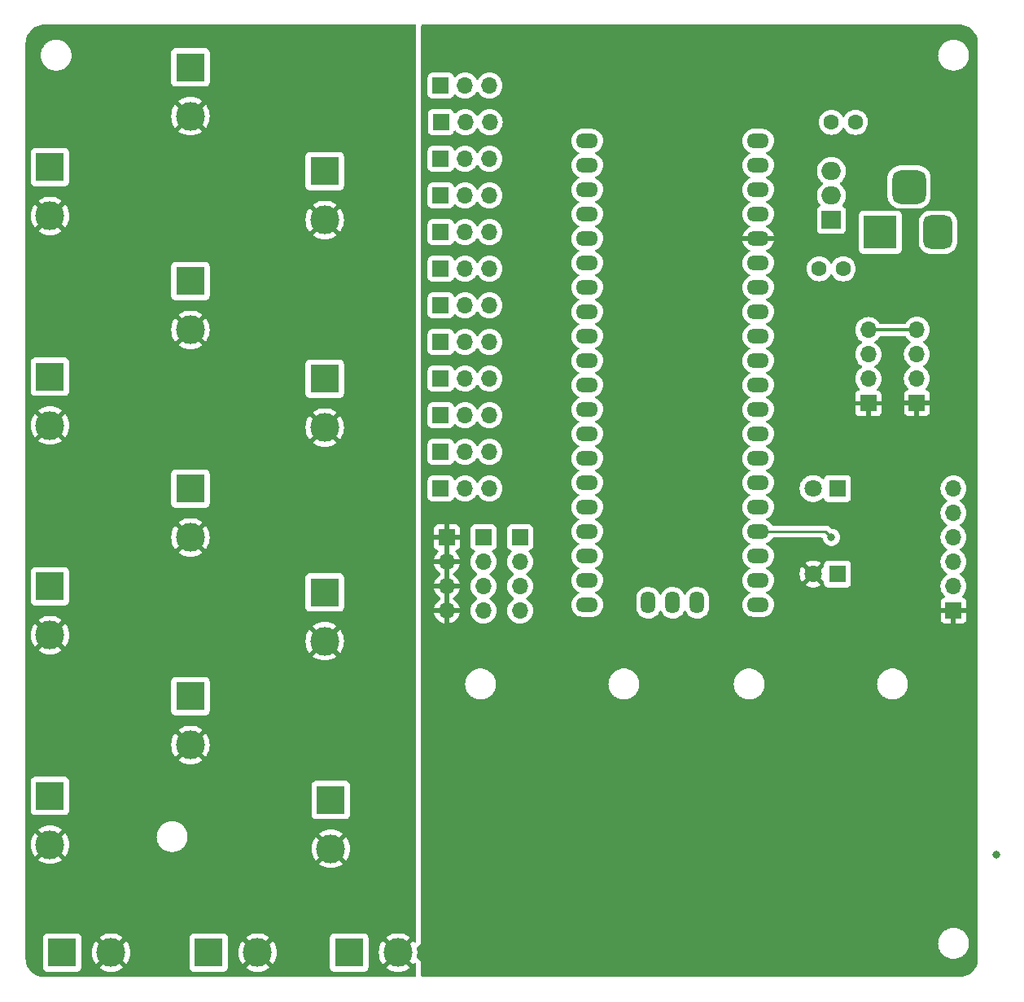
<source format=gbr>
%TF.GenerationSoftware,KiCad,Pcbnew,7.0.6*%
%TF.CreationDate,2023-07-18T10:57:58+02:00*%
%TF.ProjectId,PCB,5043422e-6b69-4636-9164-5f7063625858,rev?*%
%TF.SameCoordinates,Original*%
%TF.FileFunction,Copper,L2,Bot*%
%TF.FilePolarity,Positive*%
%FSLAX46Y46*%
G04 Gerber Fmt 4.6, Leading zero omitted, Abs format (unit mm)*
G04 Created by KiCad (PCBNEW 7.0.6) date 2023-07-18 10:57:58*
%MOMM*%
%LPD*%
G01*
G04 APERTURE LIST*
G04 Aperture macros list*
%AMRoundRect*
0 Rectangle with rounded corners*
0 $1 Rounding radius*
0 $2 $3 $4 $5 $6 $7 $8 $9 X,Y pos of 4 corners*
0 Add a 4 corners polygon primitive as box body*
4,1,4,$2,$3,$4,$5,$6,$7,$8,$9,$2,$3,0*
0 Add four circle primitives for the rounded corners*
1,1,$1+$1,$2,$3*
1,1,$1+$1,$4,$5*
1,1,$1+$1,$6,$7*
1,1,$1+$1,$8,$9*
0 Add four rect primitives between the rounded corners*
20,1,$1+$1,$2,$3,$4,$5,0*
20,1,$1+$1,$4,$5,$6,$7,0*
20,1,$1+$1,$6,$7,$8,$9,0*
20,1,$1+$1,$8,$9,$2,$3,0*%
G04 Aperture macros list end*
%TA.AperFunction,ComponentPad*%
%ADD10R,3.000000X3.000000*%
%TD*%
%TA.AperFunction,ComponentPad*%
%ADD11C,3.000000*%
%TD*%
%TA.AperFunction,ComponentPad*%
%ADD12C,1.600000*%
%TD*%
%TA.AperFunction,ComponentPad*%
%ADD13R,1.700000X1.700000*%
%TD*%
%TA.AperFunction,ComponentPad*%
%ADD14O,1.700000X1.700000*%
%TD*%
%TA.AperFunction,ComponentPad*%
%ADD15R,1.800000X1.800000*%
%TD*%
%TA.AperFunction,ComponentPad*%
%ADD16C,1.800000*%
%TD*%
%TA.AperFunction,ComponentPad*%
%ADD17R,3.500000X3.500000*%
%TD*%
%TA.AperFunction,ComponentPad*%
%ADD18RoundRect,0.750000X0.750000X1.000000X-0.750000X1.000000X-0.750000X-1.000000X0.750000X-1.000000X0*%
%TD*%
%TA.AperFunction,ComponentPad*%
%ADD19RoundRect,0.875000X0.875000X0.875000X-0.875000X0.875000X-0.875000X-0.875000X0.875000X-0.875000X0*%
%TD*%
%TA.AperFunction,ComponentPad*%
%ADD20R,2.000000X1.905000*%
%TD*%
%TA.AperFunction,ComponentPad*%
%ADD21O,2.000000X1.905000*%
%TD*%
%TA.AperFunction,ComponentPad*%
%ADD22O,2.300000X1.524000*%
%TD*%
%TA.AperFunction,ComponentPad*%
%ADD23O,1.524000X2.300000*%
%TD*%
%TA.AperFunction,ViaPad*%
%ADD24C,0.800000*%
%TD*%
%TA.AperFunction,Conductor*%
%ADD25C,0.304800*%
%TD*%
%TA.AperFunction,Conductor*%
%ADD26C,0.250000*%
%TD*%
G04 APERTURE END LIST*
D10*
%TO.P,P11,1,Pin_1*%
%TO.N,Net-(P10-Pin_1)*%
X109855000Y-73660000D03*
D11*
%TO.P,P11,2,Pin_2*%
%TO.N,GND*%
X109855000Y-78740000D03*
%TD*%
D12*
%TO.P,C1,1*%
%TO.N,+12V*%
X161290000Y-62230000D03*
%TO.P,C1,2*%
%TO.N,GND*%
X163790000Y-62230000D03*
%TD*%
D13*
%TO.P,LC2,1,Pin_1*%
%TO.N,+3V3*%
X171450000Y-76200000D03*
D14*
%TO.P,LC2,2,Pin_2*%
%TO.N,HX711_2_DT*%
X171450000Y-73660000D03*
%TO.P,LC2,3,Pin_3*%
%TO.N,HX711_2_SCK*%
X171450000Y-71120000D03*
%TO.P,LC2,4,Pin_4*%
%TO.N,GND*%
X171450000Y-68580000D03*
%TD*%
D10*
%TO.P,P6,1,Pin_1*%
%TO.N,Net-(P5-Pin_1)*%
X95885000Y-85090000D03*
D11*
%TO.P,P6,2,Pin_2*%
%TO.N,GND*%
X95885000Y-90170000D03*
%TD*%
D10*
%TO.P,P5,1,Pin_1*%
%TO.N,Net-(P5-Pin_1)*%
X95885000Y-106680000D03*
D11*
%TO.P,P5,2,Pin_2*%
%TO.N,GND*%
X95885000Y-111760000D03*
%TD*%
D13*
%TO.P,E7,1,Pin_1*%
%TO.N,GND*%
X121920000Y-66040000D03*
D14*
%TO.P,E7,2,Pin_2*%
%TO.N,Net-(E1-Pin_2)*%
X124460000Y-66040000D03*
%TO.P,E7,3,Pin_3*%
%TO.N,S7*%
X127000000Y-66040000D03*
%TD*%
D10*
%TO.P,P12,1,Pin_1*%
%TO.N,Net-(P10-Pin_1)*%
X109855000Y-52070000D03*
D11*
%TO.P,P12,2,Pin_2*%
%TO.N,GND*%
X109855000Y-57150000D03*
%TD*%
D10*
%TO.P,P_IN1,1,Pin_1*%
%TO.N,Net-(P1-Pin_1)*%
X82550000Y-133350000D03*
D11*
%TO.P,P_IN1,2,Pin_2*%
%TO.N,GND*%
X87630000Y-133350000D03*
%TD*%
D13*
%TO.P,3V3,1,Pin_1*%
%TO.N,+3V3*%
X122555000Y-90170000D03*
D14*
%TO.P,3V3,2,Pin_2*%
X122555000Y-92710000D03*
%TO.P,3V3,3,Pin_3*%
X122555000Y-95250000D03*
%TO.P,3V3,4,Pin_4*%
X122555000Y-97790000D03*
%TD*%
D15*
%TO.P,D1,1,K*%
%TO.N,Net-(D1-K)*%
X163195000Y-93980000D03*
D16*
%TO.P,D1,2,A*%
%TO.N,+3V3*%
X160655000Y-93980000D03*
%TD*%
D13*
%TO.P,PINS1,1,Pin_1*%
%TO.N,PIN12*%
X130175000Y-90170000D03*
D14*
%TO.P,PINS1,2,Pin_2*%
%TO.N,PIN13*%
X130175000Y-92710000D03*
%TO.P,PINS1,3,Pin_3*%
%TO.N,PIN14*%
X130175000Y-95250000D03*
%TO.P,PINS1,4,Pin_4*%
%TO.N,PIN15*%
X130175000Y-97790000D03*
%TD*%
D10*
%TO.P,P9,1,Pin_1*%
%TO.N,Net-(P10-Pin_1)*%
X110490000Y-117475000D03*
D11*
%TO.P,P9,2,Pin_2*%
%TO.N,GND*%
X110490000Y-122555000D03*
%TD*%
D13*
%TO.P,E1,1,Pin_1*%
%TO.N,GND*%
X121920000Y-43180000D03*
D14*
%TO.P,E1,2,Pin_2*%
%TO.N,Net-(E1-Pin_2)*%
X124460000Y-43180000D03*
%TO.P,E1,3,Pin_3*%
%TO.N,S1*%
X127000000Y-43180000D03*
%TD*%
D10*
%TO.P,P7,1,Pin_1*%
%TO.N,Net-(P5-Pin_1)*%
X95885000Y-63500000D03*
D11*
%TO.P,P7,2,Pin_2*%
%TO.N,GND*%
X95885000Y-68580000D03*
%TD*%
D12*
%TO.P,C2,1*%
%TO.N,+5V*%
X162560000Y-46990000D03*
%TO.P,C2,2*%
%TO.N,GND*%
X165060000Y-46990000D03*
%TD*%
D13*
%TO.P,J1,1,Pin_1*%
%TO.N,+3V3*%
X175260000Y-97790000D03*
D14*
%TO.P,J1,2,Pin_2*%
%TO.N,MISO*%
X175260000Y-95250000D03*
%TO.P,J1,3,Pin_3*%
%TO.N,MOSI*%
X175260000Y-92710000D03*
%TO.P,J1,4,Pin_4*%
%TO.N,SCK*%
X175260000Y-90170000D03*
%TO.P,J1,5,Pin_5*%
%TO.N,CE*%
X175260000Y-87630000D03*
%TO.P,J1,6,Pin_6*%
%TO.N,GND*%
X175260000Y-85090000D03*
%TD*%
D10*
%TO.P,P1,1,Pin_1*%
%TO.N,Net-(P1-Pin_1)*%
X81280000Y-117051668D03*
D11*
%TO.P,P1,2,Pin_2*%
%TO.N,GND*%
X81280000Y-122131668D03*
%TD*%
D13*
%TO.P,E3,1,Pin_1*%
%TO.N,GND*%
X121920000Y-50800000D03*
D14*
%TO.P,E3,2,Pin_2*%
%TO.N,Net-(E1-Pin_2)*%
X124460000Y-50800000D03*
%TO.P,E3,3,Pin_3*%
%TO.N,S3*%
X127000000Y-50800000D03*
%TD*%
D13*
%TO.P,E8,1,Pin_1*%
%TO.N,GND*%
X121920000Y-69850000D03*
D14*
%TO.P,E8,2,Pin_2*%
%TO.N,Net-(E1-Pin_2)*%
X124460000Y-69850000D03*
%TO.P,E8,3,Pin_3*%
%TO.N,S8*%
X127000000Y-69850000D03*
%TD*%
D10*
%TO.P,P3,1,Pin_1*%
%TO.N,Net-(P1-Pin_1)*%
X81280000Y-73448334D03*
D11*
%TO.P,P3,2,Pin_2*%
%TO.N,GND*%
X81280000Y-78528334D03*
%TD*%
D15*
%TO.P,D2,1,K*%
%TO.N,Net-(D2-K)*%
X163195000Y-85090000D03*
D16*
%TO.P,D2,2,A*%
%TO.N,LED*%
X160655000Y-85090000D03*
%TD*%
D13*
%TO.P,E10,1,Pin_1*%
%TO.N,GND*%
X121920000Y-77470000D03*
D14*
%TO.P,E10,2,Pin_2*%
%TO.N,Net-(E1-Pin_2)*%
X124460000Y-77470000D03*
%TO.P,E10,3,Pin_3*%
%TO.N,S10*%
X127000000Y-77470000D03*
%TD*%
D10*
%TO.P,P_IN3,1,Pin_1*%
%TO.N,Net-(P10-Pin_1)*%
X112395000Y-133350000D03*
D11*
%TO.P,P_IN3,2,Pin_2*%
%TO.N,GND*%
X117475000Y-133350000D03*
%TD*%
D13*
%TO.P,GND1,1,Pin_1*%
%TO.N,GND*%
X126365000Y-90170000D03*
D14*
%TO.P,GND1,2,Pin_2*%
X126365000Y-92710000D03*
%TO.P,GND1,3,Pin_3*%
X126365000Y-95250000D03*
%TO.P,GND1,4,Pin_4*%
X126365000Y-97790000D03*
%TD*%
D13*
%TO.P,E11,1,Pin_1*%
%TO.N,GND*%
X121920000Y-81280000D03*
D14*
%TO.P,E11,2,Pin_2*%
%TO.N,Net-(E1-Pin_2)*%
X124460000Y-81280000D03*
%TO.P,E11,3,Pin_3*%
%TO.N,S11*%
X127000000Y-81280000D03*
%TD*%
D17*
%TO.P,J18,1*%
%TO.N,+12V*%
X167640000Y-58420000D03*
D18*
%TO.P,J18,2*%
%TO.N,GND*%
X173640000Y-58420000D03*
D19*
%TO.P,J18,3*%
%TO.N,unconnected-(J18-Pad3)*%
X170640000Y-53720000D03*
%TD*%
D13*
%TO.P,E2,1,Pin_1*%
%TO.N,GND*%
X121935000Y-46965000D03*
D14*
%TO.P,E2,2,Pin_2*%
%TO.N,Net-(E1-Pin_2)*%
X124475000Y-46965000D03*
%TO.P,E2,3,Pin_3*%
%TO.N,S2*%
X127015000Y-46965000D03*
%TD*%
D20*
%TO.P,U2,1,IN*%
%TO.N,+12V*%
X162560000Y-57150000D03*
D21*
%TO.P,U2,2,GND*%
%TO.N,GND*%
X162560000Y-54610000D03*
%TO.P,U2,3,OUT*%
%TO.N,+5V*%
X162560000Y-52070000D03*
%TD*%
D10*
%TO.P,P_IN2,1,Pin_1*%
%TO.N,Net-(P5-Pin_1)*%
X97790000Y-133350000D03*
D11*
%TO.P,P_IN2,2,Pin_2*%
%TO.N,GND*%
X102870000Y-133350000D03*
%TD*%
D13*
%TO.P,E4,1,Pin_1*%
%TO.N,GND*%
X121920000Y-54610000D03*
D14*
%TO.P,E4,2,Pin_2*%
%TO.N,Net-(E1-Pin_2)*%
X124460000Y-54610000D03*
%TO.P,E4,3,Pin_3*%
%TO.N,S4*%
X127000000Y-54610000D03*
%TD*%
D13*
%TO.P,E6,1,Pin_1*%
%TO.N,GND*%
X121920000Y-62230000D03*
D14*
%TO.P,E6,2,Pin_2*%
%TO.N,Net-(E1-Pin_2)*%
X124460000Y-62230000D03*
%TO.P,E6,3,Pin_3*%
%TO.N,S6*%
X127000000Y-62230000D03*
%TD*%
D10*
%TO.P,P4,1,Pin_1*%
%TO.N,Net-(P1-Pin_1)*%
X81280000Y-51646668D03*
D11*
%TO.P,P4,2,Pin_2*%
%TO.N,GND*%
X81280000Y-56726668D03*
%TD*%
%TO.P,P8,2,Pin_2*%
%TO.N,GND*%
X95885000Y-46355000D03*
D10*
%TO.P,P8,1,Pin_1*%
%TO.N,Net-(P5-Pin_1)*%
X95885000Y-41275000D03*
%TD*%
D13*
%TO.P,E5,1,Pin_1*%
%TO.N,GND*%
X121920000Y-58420000D03*
D14*
%TO.P,E5,2,Pin_2*%
%TO.N,Net-(E1-Pin_2)*%
X124460000Y-58420000D03*
%TO.P,E5,3,Pin_3*%
%TO.N,S5*%
X127000000Y-58420000D03*
%TD*%
D13*
%TO.P,E9,1,Pin_1*%
%TO.N,GND*%
X121920000Y-73660000D03*
D14*
%TO.P,E9,2,Pin_2*%
%TO.N,Net-(E1-Pin_2)*%
X124460000Y-73660000D03*
%TO.P,E9,3,Pin_3*%
%TO.N,S9*%
X127000000Y-73660000D03*
%TD*%
D10*
%TO.P,P10,1,Pin_1*%
%TO.N,Net-(P10-Pin_1)*%
X109855000Y-95885000D03*
D11*
%TO.P,P10,2,Pin_2*%
%TO.N,GND*%
X109855000Y-100965000D03*
%TD*%
D13*
%TO.P,LC1,1,Pin_1*%
%TO.N,+3V3*%
X166395000Y-76225000D03*
D14*
%TO.P,LC1,2,Pin_2*%
%TO.N,HX711_1_DT*%
X166395000Y-73685000D03*
%TO.P,LC1,3,Pin_3*%
%TO.N,HX711_1_SCK*%
X166395000Y-71145000D03*
%TO.P,LC1,4,Pin_4*%
%TO.N,GND*%
X166395000Y-68605000D03*
%TD*%
D10*
%TO.P,P2,1,Pin_1*%
%TO.N,Net-(P1-Pin_1)*%
X81280000Y-95250000D03*
D11*
%TO.P,P2,2,Pin_2*%
%TO.N,GND*%
X81280000Y-100330000D03*
%TD*%
D14*
%TO.P,E12,3,Pin_3*%
%TO.N,S12*%
X127000000Y-85090000D03*
%TO.P,E12,2,Pin_2*%
%TO.N,Net-(E1-Pin_2)*%
X124460000Y-85090000D03*
D13*
%TO.P,E12,1,Pin_1*%
%TO.N,GND*%
X121920000Y-85090000D03*
%TD*%
D22*
%TO.P,U1,1,GP0*%
%TO.N,S1*%
X137160000Y-48925000D03*
%TO.P,U1,2,GP1*%
%TO.N,S2*%
X137160000Y-51465000D03*
%TO.P,U1,3,GND*%
%TO.N,GND*%
X137160000Y-54005000D03*
%TO.P,U1,4,GP2*%
%TO.N,S3*%
X137160000Y-56545000D03*
%TO.P,U1,5,GP3*%
%TO.N,S4*%
X137160000Y-59085000D03*
%TO.P,U1,6,GP4*%
%TO.N,S5*%
X137160000Y-61625000D03*
%TO.P,U1,7,GP5*%
%TO.N,S6*%
X137160000Y-64165000D03*
%TO.P,U1,8,GND*%
%TO.N,GND*%
X137160000Y-66705000D03*
%TO.P,U1,9,GP6*%
%TO.N,S7*%
X137160000Y-69245000D03*
%TO.P,U1,10,GP7*%
%TO.N,S8*%
X137160000Y-71785000D03*
%TO.P,U1,11,GP8*%
%TO.N,S9*%
X137160000Y-74325000D03*
%TO.P,U1,12,GP9*%
%TO.N,S10*%
X137160000Y-76865000D03*
%TO.P,U1,13,GND*%
%TO.N,GND*%
X137160000Y-79405000D03*
%TO.P,U1,14,GP10*%
%TO.N,S11*%
X137160000Y-81945000D03*
%TO.P,U1,15,GP11*%
%TO.N,S12*%
X137160000Y-84485000D03*
%TO.P,U1,16,GP12*%
%TO.N,PIN12*%
X137160000Y-87025000D03*
%TO.P,U1,17,GP13*%
%TO.N,PIN13*%
X137160000Y-89565000D03*
%TO.P,U1,18,GND*%
%TO.N,GND*%
X137160000Y-92105000D03*
%TO.P,U1,19,GP14*%
%TO.N,PIN14*%
X137160000Y-94645000D03*
%TO.P,U1,20,GP15*%
%TO.N,PIN15*%
X137160000Y-97185000D03*
%TO.P,U1,21,GP16*%
%TO.N,MISO*%
X154940000Y-97185000D03*
%TO.P,U1,22,GP17*%
%TO.N,CNS*%
X154940000Y-94645000D03*
%TO.P,U1,23,GND*%
%TO.N,GND*%
X154940000Y-92105000D03*
%TO.P,U1,24,GP18*%
%TO.N,SCK*%
X154940000Y-89565000D03*
%TO.P,U1,25,GP19*%
%TO.N,MOSI*%
X154940000Y-87025000D03*
%TO.P,U1,26,GP20*%
%TO.N,CE*%
X154940000Y-84485000D03*
%TO.P,U1,27,GP21*%
%TO.N,LED*%
X154940000Y-81945000D03*
%TO.P,U1,28,GND*%
%TO.N,GND*%
X154940000Y-79405000D03*
%TO.P,U1,29,GP22*%
%TO.N,HX711_1_DT*%
X154940000Y-76865000D03*
%TO.P,U1,30,RUN*%
%TO.N,unconnected-(U1-RUN-Pad30)*%
X154940000Y-74325000D03*
%TO.P,U1,31,GP26*%
%TO.N,HX711_1_SCK*%
X154940000Y-71785000D03*
%TO.P,U1,32,GP27*%
%TO.N,HX711_2_DT*%
X154940000Y-69245000D03*
%TO.P,U1,33,GND*%
%TO.N,GND*%
X154940000Y-66705000D03*
%TO.P,U1,34,GP28*%
%TO.N,HX711_2_SCK*%
X154940000Y-64165000D03*
%TO.P,U1,35,ADC_VREF*%
%TO.N,unconnected-(U1-ADC_VREF-Pad35)*%
X154940000Y-61625000D03*
%TO.P,U1,36,3V3(OUT)*%
%TO.N,+3V3*%
X154940000Y-59085000D03*
%TO.P,U1,37,3V3_EN*%
%TO.N,unconnected-(U1-3V3_EN-Pad37)*%
X154940000Y-56545000D03*
%TO.P,U1,38,GND*%
%TO.N,GND*%
X154940000Y-54005000D03*
%TO.P,U1,39,VSYS*%
%TO.N,+5V*%
X154940000Y-51465000D03*
%TO.P,U1,40,VBUS*%
%TO.N,unconnected-(U1-VBUS-Pad40)*%
X154940000Y-48925000D03*
D23*
%TO.P,U1,41,SWCLK*%
%TO.N,unconnected-(U1-SWCLK-Pad41)*%
X143510000Y-96955000D03*
%TO.P,U1,42,GND*%
%TO.N,unconnected-(U1-GND-Pad42)*%
X146050000Y-96955000D03*
%TO.P,U1,43,SWDIO*%
%TO.N,unconnected-(U1-SWDIO-Pad43)*%
X148590000Y-96955000D03*
%TD*%
D24*
%TO.N,*%
X179705000Y-123190000D03*
%TO.N,GND*%
X118745000Y-130175000D03*
X117475000Y-130175000D03*
X116205000Y-130175000D03*
X118110000Y-128905000D03*
X116840000Y-128905000D03*
X118110000Y-52070000D03*
X118110000Y-50800000D03*
X116840000Y-50800000D03*
X118110000Y-49530000D03*
X116205000Y-49530000D03*
X118110000Y-48260000D03*
X116205000Y-48260000D03*
X118110000Y-46990000D03*
X116205000Y-46990000D03*
X118110000Y-45720000D03*
X116205000Y-45720000D03*
X118110000Y-44450000D03*
X116205000Y-44450000D03*
X118110000Y-43180000D03*
X116205000Y-43180000D03*
X118110000Y-41910000D03*
X116205000Y-41910000D03*
X118110000Y-40640000D03*
X116205000Y-40640000D03*
X118110000Y-39370000D03*
X116205000Y-39370000D03*
X118110000Y-38100000D03*
X116205000Y-38100000D03*
%TO.N,SCK*%
X162560000Y-90170000D03*
%TD*%
D25*
%TO.N,GND*%
X171425000Y-68605000D02*
X171450000Y-68580000D01*
X166395000Y-68605000D02*
X171425000Y-68605000D01*
D26*
%TO.N,SCK*%
X161955000Y-89565000D02*
X154940000Y-89565000D01*
X162560000Y-90170000D02*
X161955000Y-89565000D01*
%TD*%
%TA.AperFunction,Conductor*%
%TO.N,+3V3*%
G36*
X122805000Y-97354498D02*
G01*
X122697315Y-97305320D01*
X122590763Y-97290000D01*
X122519237Y-97290000D01*
X122412685Y-97305320D01*
X122305000Y-97354498D01*
X122305000Y-95685501D01*
X122412685Y-95734680D01*
X122519237Y-95750000D01*
X122590763Y-95750000D01*
X122697315Y-95734680D01*
X122805000Y-95685501D01*
X122805000Y-97354498D01*
G37*
%TD.AperFunction*%
%TA.AperFunction,Conductor*%
G36*
X122805000Y-94814498D02*
G01*
X122697315Y-94765320D01*
X122590763Y-94750000D01*
X122519237Y-94750000D01*
X122412685Y-94765320D01*
X122305000Y-94814498D01*
X122305000Y-93145501D01*
X122412685Y-93194680D01*
X122519237Y-93210000D01*
X122590763Y-93210000D01*
X122697315Y-93194680D01*
X122805000Y-93145501D01*
X122805000Y-94814498D01*
G37*
%TD.AperFunction*%
%TA.AperFunction,Conductor*%
G36*
X122805000Y-92274498D02*
G01*
X122697315Y-92225320D01*
X122590763Y-92210000D01*
X122519237Y-92210000D01*
X122412685Y-92225320D01*
X122305000Y-92274498D01*
X122305000Y-90605501D01*
X122412685Y-90654680D01*
X122519237Y-90670000D01*
X122590763Y-90670000D01*
X122697315Y-90654680D01*
X122805000Y-90605501D01*
X122805000Y-92274498D01*
G37*
%TD.AperFunction*%
%TA.AperFunction,Conductor*%
G36*
X175897018Y-36830633D02*
G01*
X175922364Y-36832293D01*
X175978800Y-36835992D01*
X176147489Y-36848058D01*
X176155112Y-36849085D01*
X176267227Y-36871386D01*
X176402945Y-36900910D01*
X176409675Y-36902778D01*
X176523851Y-36941536D01*
X176648792Y-36988136D01*
X176654513Y-36990607D01*
X176747495Y-37036461D01*
X176765092Y-37045139D01*
X176823561Y-37077065D01*
X176880397Y-37108100D01*
X176885126Y-37110963D01*
X176987504Y-37179369D01*
X176990167Y-37181255D01*
X177093527Y-37258629D01*
X177097217Y-37261620D01*
X177189263Y-37342342D01*
X177190116Y-37343090D01*
X177193062Y-37345849D01*
X177284148Y-37436935D01*
X177286905Y-37439878D01*
X177368374Y-37532777D01*
X177371375Y-37536478D01*
X177448730Y-37639812D01*
X177450648Y-37642522D01*
X177519035Y-37744872D01*
X177521901Y-37749606D01*
X177584860Y-37864907D01*
X177639383Y-37975466D01*
X177641870Y-37981225D01*
X177688466Y-38106156D01*
X177727217Y-38220314D01*
X177729092Y-38227069D01*
X177758614Y-38362779D01*
X177767777Y-38408842D01*
X177780909Y-38474860D01*
X177781944Y-38482540D01*
X177794018Y-38651364D01*
X177794239Y-38654732D01*
X177797925Y-38710977D01*
X177799367Y-38732965D01*
X177799500Y-38737022D01*
X177799500Y-133982977D01*
X177799367Y-133987034D01*
X177794018Y-134068635D01*
X177781944Y-134237458D01*
X177780909Y-134245138D01*
X177758616Y-134357214D01*
X177729092Y-134492929D01*
X177727217Y-134499684D01*
X177688467Y-134613843D01*
X177641870Y-134738773D01*
X177639383Y-134744531D01*
X177584860Y-134855092D01*
X177521901Y-134970392D01*
X177519035Y-134975126D01*
X177450648Y-135077476D01*
X177448730Y-135080186D01*
X177371383Y-135183510D01*
X177368362Y-135187236D01*
X177286908Y-135280116D01*
X177284134Y-135283078D01*
X177193078Y-135374134D01*
X177190116Y-135376908D01*
X177097236Y-135458362D01*
X177093510Y-135461383D01*
X176990186Y-135538730D01*
X176987476Y-135540648D01*
X176885126Y-135609035D01*
X176880392Y-135611901D01*
X176765092Y-135674860D01*
X176654531Y-135729383D01*
X176648773Y-135731870D01*
X176523843Y-135778467D01*
X176409684Y-135817217D01*
X176402929Y-135819092D01*
X176267214Y-135848616D01*
X176155138Y-135870909D01*
X176147458Y-135871944D01*
X175978635Y-135884018D01*
X175935146Y-135886868D01*
X175897024Y-135889367D01*
X175892977Y-135889500D01*
X120009500Y-135889500D01*
X119942461Y-135869815D01*
X119896706Y-135817011D01*
X119885500Y-135765500D01*
X119885500Y-134501592D01*
X119885398Y-134499684D01*
X119884050Y-134474550D01*
X119879769Y-134434731D01*
X119871116Y-134381330D01*
X119820837Y-134246521D01*
X119787353Y-134185197D01*
X119787349Y-134185189D01*
X119701125Y-134070007D01*
X119623422Y-134011839D01*
X119585945Y-133983784D01*
X119585943Y-133983783D01*
X119581130Y-133981155D01*
X119524620Y-133950298D01*
X119524614Y-133950296D01*
X119524611Y-133950294D01*
X119502345Y-133941989D01*
X119446412Y-133900117D01*
X119421996Y-133834653D01*
X119424513Y-133799455D01*
X119460196Y-133635428D01*
X119478906Y-133373822D01*
X119480610Y-133350001D01*
X119480610Y-133349998D01*
X119473081Y-133244726D01*
X119460196Y-133064572D01*
X119425384Y-132904545D01*
X119430368Y-132834856D01*
X119472239Y-132778922D01*
X119511616Y-132759211D01*
X119517504Y-132757483D01*
X119638543Y-132679695D01*
X119691347Y-132633940D01*
X119785567Y-132525206D01*
X119845338Y-132394329D01*
X119848078Y-132384999D01*
X173654551Y-132384999D01*
X173662275Y-132483142D01*
X173662466Y-132488008D01*
X173662466Y-132501912D01*
X173661312Y-132505840D01*
X173661912Y-132513457D01*
X173663842Y-132519430D01*
X173666021Y-132533178D01*
X173666593Y-132538017D01*
X173670837Y-132591931D01*
X173674317Y-132636148D01*
X173674318Y-132636152D01*
X173674318Y-132636153D01*
X173697293Y-132731855D01*
X173698243Y-132736627D01*
X173700421Y-132750378D01*
X173699896Y-132754437D01*
X173701681Y-132761871D01*
X173704527Y-132767480D01*
X173708827Y-132780716D01*
X173710148Y-132785399D01*
X173733127Y-132881114D01*
X173770797Y-132972055D01*
X173772481Y-132976622D01*
X173776780Y-132989851D01*
X173776897Y-132993941D01*
X173779821Y-133001001D01*
X173783509Y-133006095D01*
X173789819Y-133018480D01*
X173791857Y-133022901D01*
X173829532Y-133113857D01*
X173880976Y-133197807D01*
X173883355Y-133202054D01*
X173889662Y-133214432D01*
X173890418Y-133218458D01*
X173894411Y-133224974D01*
X173898845Y-133229422D01*
X173907027Y-133240683D01*
X173909732Y-133244732D01*
X173951881Y-133313510D01*
X173961164Y-133328659D01*
X174003573Y-133378314D01*
X174025093Y-133403510D01*
X174028107Y-133407333D01*
X174036290Y-133418596D01*
X174037664Y-133422448D01*
X174042626Y-133428257D01*
X174047703Y-133431959D01*
X174057540Y-133441795D01*
X174060839Y-133445363D01*
X174124776Y-133520224D01*
X174199640Y-133584164D01*
X174203201Y-133587456D01*
X174213039Y-133597294D01*
X174214999Y-133600884D01*
X174220803Y-133605841D01*
X174226391Y-133608700D01*
X174226395Y-133608703D01*
X174237662Y-133616889D01*
X174241483Y-133619901D01*
X174316341Y-133683836D01*
X174389462Y-133728645D01*
X174400264Y-133735264D01*
X174404313Y-133737969D01*
X174415575Y-133746152D01*
X174418073Y-133749392D01*
X174424584Y-133753381D01*
X174430562Y-133755335D01*
X174442954Y-133761649D01*
X174447179Y-133764014D01*
X174531141Y-133815466D01*
X174531146Y-133815468D01*
X174622092Y-133853139D01*
X174626516Y-133855178D01*
X174638905Y-133861491D01*
X174641880Y-133864301D01*
X174648929Y-133867221D01*
X174655136Y-133868214D01*
X174668390Y-133872521D01*
X174672919Y-133874192D01*
X174729514Y-133897634D01*
X174763885Y-133911872D01*
X174763886Y-133911873D01*
X174794431Y-133919205D01*
X174859634Y-133934859D01*
X174864265Y-133936165D01*
X174877523Y-133940473D01*
X174880901Y-133942782D01*
X174888329Y-133944565D01*
X174894614Y-133944577D01*
X174908365Y-133946755D01*
X174913141Y-133947705D01*
X175008852Y-133970683D01*
X175107003Y-133978407D01*
X175111817Y-133978978D01*
X175125562Y-133981155D01*
X175129259Y-133982907D01*
X175136872Y-133983507D01*
X175143089Y-133982534D01*
X175156992Y-133982534D01*
X175161858Y-133982725D01*
X175260000Y-133990449D01*
X175358141Y-133982725D01*
X175363008Y-133982534D01*
X175376909Y-133982534D01*
X175380836Y-133983687D01*
X175388457Y-133983087D01*
X175394443Y-133981153D01*
X175408179Y-133978978D01*
X175412978Y-133978409D01*
X175511148Y-133970683D01*
X175606873Y-133947701D01*
X175611632Y-133946755D01*
X175614413Y-133946314D01*
X175625382Y-133944577D01*
X175629441Y-133945101D01*
X175636869Y-133943318D01*
X175642477Y-133940472D01*
X175655734Y-133936165D01*
X175660354Y-133934861D01*
X175756111Y-133911873D01*
X175847098Y-133874184D01*
X175851599Y-133872524D01*
X175864862Y-133868214D01*
X175868947Y-133868098D01*
X175876002Y-133865176D01*
X175881089Y-133861493D01*
X175893500Y-133855169D01*
X175897873Y-133853153D01*
X175988859Y-133815466D01*
X176072814Y-133764017D01*
X176077025Y-133761659D01*
X176089435Y-133755335D01*
X176093458Y-133754580D01*
X176099967Y-133750591D01*
X176104418Y-133746156D01*
X176115674Y-133737977D01*
X176119701Y-133735285D01*
X176203659Y-133683836D01*
X176278532Y-133619888D01*
X176282314Y-133616906D01*
X176293605Y-133608702D01*
X176297450Y-133607331D01*
X176303256Y-133602372D01*
X176306957Y-133597297D01*
X176316810Y-133587444D01*
X176320346Y-133584175D01*
X176395224Y-133520224D01*
X176459175Y-133445346D01*
X176462444Y-133441810D01*
X176472296Y-133431958D01*
X176475883Y-133429999D01*
X176480843Y-133424192D01*
X176483703Y-133418605D01*
X176483710Y-133418596D01*
X176491906Y-133407314D01*
X176494888Y-133403532D01*
X176558836Y-133328659D01*
X176610285Y-133244701D01*
X176612977Y-133240674D01*
X176621156Y-133229418D01*
X176624394Y-133226920D01*
X176628380Y-133220415D01*
X176630336Y-133214435D01*
X176630338Y-133214432D01*
X176636659Y-133202025D01*
X176639022Y-133197807D01*
X176690466Y-133113859D01*
X176728153Y-133022873D01*
X176730169Y-133018500D01*
X176736492Y-133006091D01*
X176739299Y-133003119D01*
X176742220Y-132996068D01*
X176743214Y-132989865D01*
X176747524Y-132976599D01*
X176749184Y-132972098D01*
X176786873Y-132881111D01*
X176787315Y-132879273D01*
X176791088Y-132863551D01*
X176809860Y-132785358D01*
X176811171Y-132780716D01*
X176815474Y-132767472D01*
X176817783Y-132764095D01*
X176819565Y-132756676D01*
X176819577Y-132750382D01*
X176821755Y-132736632D01*
X176822701Y-132731873D01*
X176845683Y-132636148D01*
X176853409Y-132537978D01*
X176853978Y-132533178D01*
X176857534Y-132510729D01*
X176857534Y-132510726D01*
X176858201Y-132506516D01*
X176858201Y-132506510D01*
X176858502Y-132504609D01*
X176857754Y-132499502D01*
X176858155Y-132479040D01*
X176858334Y-132475400D01*
X176865449Y-132385000D01*
X176858333Y-132294593D01*
X176858155Y-132290948D01*
X176857979Y-132281990D01*
X176857754Y-132270493D01*
X176858739Y-132266878D01*
X176853978Y-132236817D01*
X176853407Y-132232003D01*
X176845683Y-132133852D01*
X176822705Y-132038140D01*
X176821755Y-132033365D01*
X176819577Y-132019614D01*
X176820101Y-132015558D01*
X176818319Y-132008137D01*
X176815473Y-132002525D01*
X176811165Y-131989265D01*
X176809859Y-131984634D01*
X176794205Y-131919431D01*
X176786873Y-131888886D01*
X176786872Y-131888885D01*
X176771461Y-131851682D01*
X176749192Y-131797919D01*
X176747521Y-131793390D01*
X176743214Y-131780137D01*
X176743098Y-131776047D01*
X176740180Y-131769003D01*
X176736491Y-131763905D01*
X176730178Y-131751516D01*
X176728139Y-131747092D01*
X176690468Y-131656146D01*
X176690466Y-131656141D01*
X176639014Y-131572179D01*
X176636649Y-131567954D01*
X176630335Y-131555562D01*
X176629579Y-131551538D01*
X176625592Y-131545032D01*
X176621152Y-131540575D01*
X176612969Y-131529313D01*
X176610264Y-131525264D01*
X176558837Y-131441343D01*
X176558836Y-131441341D01*
X176494900Y-131366481D01*
X176491889Y-131362662D01*
X176483701Y-131351392D01*
X176482328Y-131347544D01*
X176477378Y-131341748D01*
X176472294Y-131338039D01*
X176462456Y-131328201D01*
X176459164Y-131324640D01*
X176395224Y-131249776D01*
X176320363Y-131185839D01*
X176316795Y-131182540D01*
X176306959Y-131172703D01*
X176304999Y-131169113D01*
X176299196Y-131164157D01*
X176293596Y-131161290D01*
X176282333Y-131153107D01*
X176278510Y-131150093D01*
X176203667Y-131086171D01*
X176203659Y-131086164D01*
X176188510Y-131076881D01*
X176119732Y-131034732D01*
X176115683Y-131032027D01*
X176104422Y-131023845D01*
X176101925Y-131020607D01*
X176095421Y-131016621D01*
X176089438Y-131014665D01*
X176084205Y-131011999D01*
X176077040Y-131008347D01*
X176072800Y-131005972D01*
X175988857Y-130954532D01*
X175897905Y-130916859D01*
X175893486Y-130914822D01*
X175881099Y-130908511D01*
X175878122Y-130905700D01*
X175871064Y-130902776D01*
X175864851Y-130901780D01*
X175851622Y-130897481D01*
X175847055Y-130895797D01*
X175756114Y-130858127D01*
X175660399Y-130835148D01*
X175655716Y-130833827D01*
X175642480Y-130829527D01*
X175639100Y-130827216D01*
X175631673Y-130825433D01*
X175625378Y-130825421D01*
X175611627Y-130823243D01*
X175606855Y-130822293D01*
X175511152Y-130799318D01*
X175511148Y-130799317D01*
X175466931Y-130795837D01*
X175413017Y-130791593D01*
X175408178Y-130791021D01*
X175394430Y-130788842D01*
X175390737Y-130787091D01*
X175383130Y-130786492D01*
X175376912Y-130787466D01*
X175363008Y-130787466D01*
X175358142Y-130787275D01*
X175260000Y-130779551D01*
X175161858Y-130787275D01*
X175156992Y-130787466D01*
X175143087Y-130787466D01*
X175139158Y-130786312D01*
X175131548Y-130786911D01*
X175125568Y-130788843D01*
X175111819Y-130791021D01*
X175106981Y-130791594D01*
X175008851Y-130799317D01*
X175008845Y-130799318D01*
X174913140Y-130822295D01*
X174908362Y-130823245D01*
X174894608Y-130825423D01*
X174890551Y-130824898D01*
X174883134Y-130826679D01*
X174877529Y-130829523D01*
X174864287Y-130833826D01*
X174859599Y-130835148D01*
X174763892Y-130858125D01*
X174672939Y-130895798D01*
X174668369Y-130897484D01*
X174655139Y-130901783D01*
X174651051Y-130901899D01*
X174643994Y-130904822D01*
X174638900Y-130908510D01*
X174626513Y-130914821D01*
X174622096Y-130916857D01*
X174531141Y-130954534D01*
X174447201Y-131005970D01*
X174442954Y-131008349D01*
X174430564Y-131014662D01*
X174426539Y-131015417D01*
X174420030Y-131019406D01*
X174415579Y-131023843D01*
X174404316Y-131032026D01*
X174400267Y-131034732D01*
X174316339Y-131086165D01*
X174241481Y-131150099D01*
X174237657Y-131153113D01*
X174226398Y-131161293D01*
X174222549Y-131162666D01*
X174216743Y-131167624D01*
X174213040Y-131172702D01*
X174203202Y-131182541D01*
X174199626Y-131185846D01*
X174124775Y-131249775D01*
X174060846Y-131324626D01*
X174057541Y-131328202D01*
X174047702Y-131338040D01*
X174044115Y-131339998D01*
X174039155Y-131345805D01*
X174036293Y-131351398D01*
X174028113Y-131362657D01*
X174025099Y-131366481D01*
X173961165Y-131441339D01*
X173909732Y-131525267D01*
X173907026Y-131529316D01*
X173898843Y-131540579D01*
X173895604Y-131543076D01*
X173891616Y-131549582D01*
X173889662Y-131555564D01*
X173883349Y-131567954D01*
X173880970Y-131572201D01*
X173829534Y-131656141D01*
X173791857Y-131747096D01*
X173789821Y-131751513D01*
X173783510Y-131763900D01*
X173780700Y-131766874D01*
X173777777Y-131773933D01*
X173776783Y-131780139D01*
X173772484Y-131793369D01*
X173770798Y-131797939D01*
X173733125Y-131888892D01*
X173710148Y-131984599D01*
X173708826Y-131989287D01*
X173704523Y-132002529D01*
X173702214Y-132005904D01*
X173700433Y-132013321D01*
X173700423Y-132019608D01*
X173698245Y-132033362D01*
X173697295Y-132038140D01*
X173674318Y-132133845D01*
X173674317Y-132133851D01*
X173666594Y-132231981D01*
X173666021Y-132236819D01*
X173663843Y-132250568D01*
X173662091Y-132254262D01*
X173661492Y-132261872D01*
X173662466Y-132268086D01*
X173662466Y-132281990D01*
X173662275Y-132286856D01*
X173654551Y-132384999D01*
X119848078Y-132384999D01*
X119865023Y-132327290D01*
X119865024Y-132327286D01*
X119885500Y-132184870D01*
X119885500Y-105409999D01*
X124454551Y-105409999D01*
X124462273Y-105508127D01*
X124462464Y-105512987D01*
X124462465Y-105526901D01*
X124461311Y-105530831D01*
X124461911Y-105538453D01*
X124463843Y-105544432D01*
X124466021Y-105558182D01*
X124466594Y-105563014D01*
X124474317Y-105661148D01*
X124474317Y-105661151D01*
X124474318Y-105661153D01*
X124497293Y-105756855D01*
X124498243Y-105761627D01*
X124500421Y-105775378D01*
X124499896Y-105779437D01*
X124501681Y-105786871D01*
X124504527Y-105792480D01*
X124508827Y-105805716D01*
X124510148Y-105810399D01*
X124533127Y-105906114D01*
X124570797Y-105997055D01*
X124572481Y-106001622D01*
X124576780Y-106014851D01*
X124576897Y-106018941D01*
X124579821Y-106026001D01*
X124583509Y-106031095D01*
X124589819Y-106043480D01*
X124591857Y-106047901D01*
X124629532Y-106138857D01*
X124680976Y-106222807D01*
X124683355Y-106227054D01*
X124689662Y-106239432D01*
X124690418Y-106243458D01*
X124694411Y-106249974D01*
X124698845Y-106254422D01*
X124707027Y-106265683D01*
X124709732Y-106269732D01*
X124751881Y-106338510D01*
X124761164Y-106353659D01*
X124761171Y-106353667D01*
X124825093Y-106428510D01*
X124828107Y-106432333D01*
X124836290Y-106443596D01*
X124837664Y-106447448D01*
X124842626Y-106453257D01*
X124847703Y-106456959D01*
X124857540Y-106466795D01*
X124860839Y-106470363D01*
X124924776Y-106545224D01*
X124999640Y-106609164D01*
X125003201Y-106612456D01*
X125013039Y-106622294D01*
X125014999Y-106625884D01*
X125020803Y-106630841D01*
X125026391Y-106633700D01*
X125026395Y-106633703D01*
X125037662Y-106641889D01*
X125041483Y-106644901D01*
X125116341Y-106708836D01*
X125116343Y-106708837D01*
X125200264Y-106760264D01*
X125204313Y-106762969D01*
X125215575Y-106771152D01*
X125218073Y-106774392D01*
X125224584Y-106778381D01*
X125230562Y-106780335D01*
X125242954Y-106786649D01*
X125247179Y-106789014D01*
X125331141Y-106840466D01*
X125331146Y-106840468D01*
X125422092Y-106878139D01*
X125426516Y-106880178D01*
X125438905Y-106886491D01*
X125441880Y-106889301D01*
X125448929Y-106892221D01*
X125455136Y-106893214D01*
X125468390Y-106897521D01*
X125472919Y-106899192D01*
X125529514Y-106922634D01*
X125563885Y-106936872D01*
X125563886Y-106936873D01*
X125594431Y-106944205D01*
X125659634Y-106959859D01*
X125664265Y-106961165D01*
X125677523Y-106965473D01*
X125680901Y-106967782D01*
X125688329Y-106969565D01*
X125694614Y-106969577D01*
X125708365Y-106971755D01*
X125713141Y-106972705D01*
X125808852Y-106995683D01*
X125907003Y-107003407D01*
X125911817Y-107003978D01*
X125925562Y-107006155D01*
X125929259Y-107007907D01*
X125936872Y-107008507D01*
X125943089Y-107007534D01*
X125956992Y-107007534D01*
X125961858Y-107007725D01*
X126060000Y-107015449D01*
X126158141Y-107007725D01*
X126163008Y-107007534D01*
X126176909Y-107007534D01*
X126180836Y-107008687D01*
X126188457Y-107008087D01*
X126194443Y-107006153D01*
X126208179Y-107003978D01*
X126212978Y-107003409D01*
X126311148Y-106995683D01*
X126406873Y-106972701D01*
X126411632Y-106971755D01*
X126414413Y-106971314D01*
X126425382Y-106969577D01*
X126429441Y-106970101D01*
X126436869Y-106968318D01*
X126442477Y-106965472D01*
X126455734Y-106961165D01*
X126460354Y-106959861D01*
X126556111Y-106936873D01*
X126647098Y-106899184D01*
X126651599Y-106897524D01*
X126664862Y-106893214D01*
X126668947Y-106893098D01*
X126676002Y-106890176D01*
X126681089Y-106886493D01*
X126693500Y-106880169D01*
X126697873Y-106878153D01*
X126788859Y-106840466D01*
X126872814Y-106789017D01*
X126877025Y-106786659D01*
X126889435Y-106780335D01*
X126893458Y-106779580D01*
X126899967Y-106775591D01*
X126904418Y-106771156D01*
X126915674Y-106762977D01*
X126919701Y-106760285D01*
X127003659Y-106708836D01*
X127078532Y-106644888D01*
X127082314Y-106641906D01*
X127093605Y-106633702D01*
X127097450Y-106632331D01*
X127103256Y-106627372D01*
X127106957Y-106622297D01*
X127116810Y-106612444D01*
X127120346Y-106609175D01*
X127195224Y-106545224D01*
X127259175Y-106470346D01*
X127262444Y-106466810D01*
X127272296Y-106456958D01*
X127275883Y-106454999D01*
X127280843Y-106449192D01*
X127283703Y-106443605D01*
X127283710Y-106443596D01*
X127291906Y-106432314D01*
X127294888Y-106428532D01*
X127358836Y-106353659D01*
X127410285Y-106269701D01*
X127412977Y-106265674D01*
X127421156Y-106254418D01*
X127424394Y-106251920D01*
X127428380Y-106245415D01*
X127430336Y-106239435D01*
X127430338Y-106239432D01*
X127436659Y-106227025D01*
X127439022Y-106222807D01*
X127490466Y-106138859D01*
X127528153Y-106047873D01*
X127530169Y-106043500D01*
X127536492Y-106031091D01*
X127539299Y-106028119D01*
X127542220Y-106021068D01*
X127543214Y-106014865D01*
X127547524Y-106001599D01*
X127549184Y-105997098D01*
X127586873Y-105906111D01*
X127587315Y-105904273D01*
X127591088Y-105888551D01*
X127609860Y-105810358D01*
X127611171Y-105805716D01*
X127615474Y-105792472D01*
X127617783Y-105789095D01*
X127619565Y-105781676D01*
X127619577Y-105775382D01*
X127621755Y-105761632D01*
X127622701Y-105756873D01*
X127645683Y-105661148D01*
X127653409Y-105562978D01*
X127653974Y-105558201D01*
X127657534Y-105535729D01*
X127657534Y-105535726D01*
X127658201Y-105531516D01*
X127658201Y-105531510D01*
X127658502Y-105529609D01*
X127657754Y-105524502D01*
X127658155Y-105504040D01*
X127658334Y-105500400D01*
X127665449Y-105410000D01*
X127665449Y-105409999D01*
X139364551Y-105409999D01*
X139372275Y-105508142D01*
X139372466Y-105513008D01*
X139372466Y-105526912D01*
X139371312Y-105530840D01*
X139371912Y-105538457D01*
X139373842Y-105544430D01*
X139376021Y-105558178D01*
X139376593Y-105563017D01*
X139380837Y-105616931D01*
X139384317Y-105661148D01*
X139384318Y-105661152D01*
X139384318Y-105661153D01*
X139407293Y-105756855D01*
X139408243Y-105761627D01*
X139410421Y-105775378D01*
X139409896Y-105779437D01*
X139411681Y-105786871D01*
X139414527Y-105792480D01*
X139418827Y-105805716D01*
X139420148Y-105810399D01*
X139443127Y-105906114D01*
X139480797Y-105997055D01*
X139482481Y-106001622D01*
X139486780Y-106014851D01*
X139486897Y-106018941D01*
X139489821Y-106026001D01*
X139493509Y-106031095D01*
X139499819Y-106043480D01*
X139501857Y-106047901D01*
X139539532Y-106138857D01*
X139590976Y-106222807D01*
X139593355Y-106227054D01*
X139599662Y-106239432D01*
X139600418Y-106243458D01*
X139604411Y-106249974D01*
X139608845Y-106254422D01*
X139617027Y-106265683D01*
X139619732Y-106269732D01*
X139661881Y-106338510D01*
X139671164Y-106353659D01*
X139671171Y-106353667D01*
X139735093Y-106428510D01*
X139738107Y-106432333D01*
X139746290Y-106443596D01*
X139747664Y-106447448D01*
X139752626Y-106453257D01*
X139757703Y-106456959D01*
X139767540Y-106466795D01*
X139770839Y-106470363D01*
X139834776Y-106545224D01*
X139909640Y-106609164D01*
X139913201Y-106612456D01*
X139923039Y-106622294D01*
X139924999Y-106625884D01*
X139930803Y-106630841D01*
X139936391Y-106633700D01*
X139936395Y-106633703D01*
X139947662Y-106641889D01*
X139951483Y-106644901D01*
X140026341Y-106708836D01*
X140026343Y-106708837D01*
X140110264Y-106760264D01*
X140114313Y-106762969D01*
X140125575Y-106771152D01*
X140128073Y-106774392D01*
X140134584Y-106778381D01*
X140140562Y-106780335D01*
X140152954Y-106786649D01*
X140157179Y-106789014D01*
X140241141Y-106840466D01*
X140241146Y-106840468D01*
X140332092Y-106878139D01*
X140336516Y-106880178D01*
X140348905Y-106886491D01*
X140351880Y-106889301D01*
X140358929Y-106892221D01*
X140365136Y-106893214D01*
X140378390Y-106897521D01*
X140382919Y-106899192D01*
X140439514Y-106922634D01*
X140473885Y-106936872D01*
X140473886Y-106936873D01*
X140504431Y-106944205D01*
X140569634Y-106959859D01*
X140574265Y-106961165D01*
X140587523Y-106965473D01*
X140590901Y-106967782D01*
X140598329Y-106969565D01*
X140604614Y-106969577D01*
X140618365Y-106971755D01*
X140623141Y-106972705D01*
X140718852Y-106995683D01*
X140817003Y-107003407D01*
X140821817Y-107003978D01*
X140835562Y-107006155D01*
X140839259Y-107007907D01*
X140846872Y-107008507D01*
X140853089Y-107007534D01*
X140866992Y-107007534D01*
X140871858Y-107007725D01*
X140970000Y-107015449D01*
X141068141Y-107007725D01*
X141073008Y-107007534D01*
X141086909Y-107007534D01*
X141090836Y-107008687D01*
X141098457Y-107008087D01*
X141104443Y-107006153D01*
X141118179Y-107003978D01*
X141122978Y-107003409D01*
X141221148Y-106995683D01*
X141316873Y-106972701D01*
X141321632Y-106971755D01*
X141324413Y-106971314D01*
X141335382Y-106969577D01*
X141339441Y-106970101D01*
X141346869Y-106968318D01*
X141352477Y-106965472D01*
X141365734Y-106961165D01*
X141370354Y-106959861D01*
X141466111Y-106936873D01*
X141557098Y-106899184D01*
X141561599Y-106897524D01*
X141574862Y-106893214D01*
X141578947Y-106893098D01*
X141586002Y-106890176D01*
X141591089Y-106886493D01*
X141603500Y-106880169D01*
X141607873Y-106878153D01*
X141698859Y-106840466D01*
X141782814Y-106789017D01*
X141787025Y-106786659D01*
X141799435Y-106780335D01*
X141803458Y-106779580D01*
X141809967Y-106775591D01*
X141814418Y-106771156D01*
X141825674Y-106762977D01*
X141829701Y-106760285D01*
X141913659Y-106708836D01*
X141988532Y-106644888D01*
X141992314Y-106641906D01*
X142003605Y-106633702D01*
X142007450Y-106632331D01*
X142013256Y-106627372D01*
X142016957Y-106622297D01*
X142026810Y-106612444D01*
X142030346Y-106609175D01*
X142105224Y-106545224D01*
X142169175Y-106470346D01*
X142172444Y-106466810D01*
X142182296Y-106456958D01*
X142185883Y-106454999D01*
X142190843Y-106449192D01*
X142193703Y-106443605D01*
X142193710Y-106443596D01*
X142201906Y-106432314D01*
X142204888Y-106428532D01*
X142268836Y-106353659D01*
X142320285Y-106269701D01*
X142322977Y-106265674D01*
X142331156Y-106254418D01*
X142334394Y-106251920D01*
X142338380Y-106245415D01*
X142340336Y-106239435D01*
X142340338Y-106239432D01*
X142346659Y-106227025D01*
X142349022Y-106222807D01*
X142400466Y-106138859D01*
X142438153Y-106047873D01*
X142440169Y-106043500D01*
X142446492Y-106031091D01*
X142449299Y-106028119D01*
X142452220Y-106021068D01*
X142453214Y-106014865D01*
X142457524Y-106001599D01*
X142459184Y-105997098D01*
X142496873Y-105906111D01*
X142497315Y-105904273D01*
X142501088Y-105888551D01*
X142519860Y-105810358D01*
X142521171Y-105805716D01*
X142525474Y-105792472D01*
X142527783Y-105789095D01*
X142529565Y-105781676D01*
X142529577Y-105775382D01*
X142531755Y-105761632D01*
X142532701Y-105756873D01*
X142555683Y-105661148D01*
X142563409Y-105562978D01*
X142563974Y-105558201D01*
X142567534Y-105535729D01*
X142567534Y-105535726D01*
X142568201Y-105531516D01*
X142568201Y-105531510D01*
X142568502Y-105529609D01*
X142567754Y-105524502D01*
X142568155Y-105504040D01*
X142568334Y-105500400D01*
X142575449Y-105410000D01*
X142575449Y-105409999D01*
X152394551Y-105409999D01*
X152402275Y-105508142D01*
X152402466Y-105513008D01*
X152402466Y-105526912D01*
X152401312Y-105530840D01*
X152401912Y-105538457D01*
X152403842Y-105544430D01*
X152406021Y-105558178D01*
X152406593Y-105563017D01*
X152410837Y-105616931D01*
X152414317Y-105661148D01*
X152414318Y-105661152D01*
X152414318Y-105661153D01*
X152437293Y-105756855D01*
X152438243Y-105761627D01*
X152440421Y-105775378D01*
X152439896Y-105779437D01*
X152441681Y-105786871D01*
X152444527Y-105792480D01*
X152448827Y-105805716D01*
X152450148Y-105810399D01*
X152473127Y-105906114D01*
X152510797Y-105997055D01*
X152512481Y-106001622D01*
X152516780Y-106014851D01*
X152516897Y-106018941D01*
X152519821Y-106026001D01*
X152523509Y-106031095D01*
X152529819Y-106043480D01*
X152531857Y-106047901D01*
X152569532Y-106138857D01*
X152620976Y-106222807D01*
X152623355Y-106227054D01*
X152629662Y-106239432D01*
X152630418Y-106243458D01*
X152634411Y-106249974D01*
X152638845Y-106254422D01*
X152647027Y-106265683D01*
X152649732Y-106269732D01*
X152691881Y-106338510D01*
X152701164Y-106353659D01*
X152701171Y-106353667D01*
X152765093Y-106428510D01*
X152768107Y-106432333D01*
X152776290Y-106443596D01*
X152777664Y-106447448D01*
X152782626Y-106453257D01*
X152787703Y-106456959D01*
X152797540Y-106466795D01*
X152800839Y-106470363D01*
X152864776Y-106545224D01*
X152939640Y-106609164D01*
X152943201Y-106612456D01*
X152953039Y-106622294D01*
X152954999Y-106625884D01*
X152960803Y-106630841D01*
X152966391Y-106633700D01*
X152966395Y-106633703D01*
X152977662Y-106641889D01*
X152981483Y-106644901D01*
X153056341Y-106708836D01*
X153056343Y-106708837D01*
X153140264Y-106760264D01*
X153144313Y-106762969D01*
X153155575Y-106771152D01*
X153158073Y-106774392D01*
X153164584Y-106778381D01*
X153170562Y-106780335D01*
X153182954Y-106786649D01*
X153187179Y-106789014D01*
X153271141Y-106840466D01*
X153271146Y-106840468D01*
X153362092Y-106878139D01*
X153366516Y-106880178D01*
X153378905Y-106886491D01*
X153381880Y-106889301D01*
X153388929Y-106892221D01*
X153395136Y-106893214D01*
X153408390Y-106897521D01*
X153412919Y-106899192D01*
X153469514Y-106922634D01*
X153503885Y-106936872D01*
X153503886Y-106936873D01*
X153534431Y-106944205D01*
X153599634Y-106959859D01*
X153604265Y-106961165D01*
X153617523Y-106965473D01*
X153620901Y-106967782D01*
X153628329Y-106969565D01*
X153634614Y-106969577D01*
X153648365Y-106971755D01*
X153653141Y-106972705D01*
X153748852Y-106995683D01*
X153847003Y-107003407D01*
X153851817Y-107003978D01*
X153865562Y-107006155D01*
X153869259Y-107007907D01*
X153876872Y-107008507D01*
X153883089Y-107007534D01*
X153896992Y-107007534D01*
X153901858Y-107007725D01*
X154000000Y-107015449D01*
X154098141Y-107007725D01*
X154103008Y-107007534D01*
X154116909Y-107007534D01*
X154120836Y-107008687D01*
X154128457Y-107008087D01*
X154134443Y-107006153D01*
X154148179Y-107003978D01*
X154152978Y-107003409D01*
X154251148Y-106995683D01*
X154346873Y-106972701D01*
X154351632Y-106971755D01*
X154354413Y-106971314D01*
X154365382Y-106969577D01*
X154369441Y-106970101D01*
X154376869Y-106968318D01*
X154382477Y-106965472D01*
X154395734Y-106961165D01*
X154400354Y-106959861D01*
X154496111Y-106936873D01*
X154587098Y-106899184D01*
X154591599Y-106897524D01*
X154604862Y-106893214D01*
X154608947Y-106893098D01*
X154616002Y-106890176D01*
X154621089Y-106886493D01*
X154633500Y-106880169D01*
X154637873Y-106878153D01*
X154728859Y-106840466D01*
X154812814Y-106789017D01*
X154817025Y-106786659D01*
X154829435Y-106780335D01*
X154833458Y-106779580D01*
X154839967Y-106775591D01*
X154844418Y-106771156D01*
X154855674Y-106762977D01*
X154859701Y-106760285D01*
X154943659Y-106708836D01*
X155018532Y-106644888D01*
X155022314Y-106641906D01*
X155033605Y-106633702D01*
X155037450Y-106632331D01*
X155043256Y-106627372D01*
X155046957Y-106622297D01*
X155056810Y-106612444D01*
X155060346Y-106609175D01*
X155135224Y-106545224D01*
X155199175Y-106470346D01*
X155202444Y-106466810D01*
X155212296Y-106456958D01*
X155215883Y-106454999D01*
X155220843Y-106449192D01*
X155223703Y-106443605D01*
X155223710Y-106443596D01*
X155231906Y-106432314D01*
X155234888Y-106428532D01*
X155298836Y-106353659D01*
X155350285Y-106269701D01*
X155352977Y-106265674D01*
X155361156Y-106254418D01*
X155364394Y-106251920D01*
X155368380Y-106245415D01*
X155370336Y-106239435D01*
X155370338Y-106239432D01*
X155376659Y-106227025D01*
X155379022Y-106222807D01*
X155430466Y-106138859D01*
X155468153Y-106047873D01*
X155470169Y-106043500D01*
X155476492Y-106031091D01*
X155479299Y-106028119D01*
X155482220Y-106021068D01*
X155483214Y-106014865D01*
X155487524Y-106001599D01*
X155489184Y-105997098D01*
X155526873Y-105906111D01*
X155527315Y-105904273D01*
X155531088Y-105888551D01*
X155549860Y-105810358D01*
X155551171Y-105805716D01*
X155555474Y-105792472D01*
X155557783Y-105789095D01*
X155559565Y-105781676D01*
X155559577Y-105775382D01*
X155561755Y-105761632D01*
X155562701Y-105756873D01*
X155585683Y-105661148D01*
X155593409Y-105562978D01*
X155593974Y-105558201D01*
X155597534Y-105535729D01*
X155597534Y-105535726D01*
X155598201Y-105531516D01*
X155598201Y-105531510D01*
X155598502Y-105529609D01*
X155597754Y-105524502D01*
X155598155Y-105504040D01*
X155598334Y-105500400D01*
X155605449Y-105410000D01*
X155605449Y-105409999D01*
X167304551Y-105409999D01*
X167312275Y-105508142D01*
X167312466Y-105513008D01*
X167312466Y-105526912D01*
X167311312Y-105530840D01*
X167311912Y-105538457D01*
X167313842Y-105544430D01*
X167316021Y-105558178D01*
X167316593Y-105563017D01*
X167320837Y-105616931D01*
X167324317Y-105661148D01*
X167324318Y-105661152D01*
X167324318Y-105661153D01*
X167347293Y-105756855D01*
X167348243Y-105761627D01*
X167350421Y-105775378D01*
X167349896Y-105779437D01*
X167351681Y-105786871D01*
X167354527Y-105792480D01*
X167358827Y-105805716D01*
X167360148Y-105810399D01*
X167383127Y-105906114D01*
X167420797Y-105997055D01*
X167422481Y-106001622D01*
X167426780Y-106014851D01*
X167426897Y-106018941D01*
X167429821Y-106026001D01*
X167433509Y-106031095D01*
X167439819Y-106043480D01*
X167441857Y-106047901D01*
X167479532Y-106138857D01*
X167530976Y-106222807D01*
X167533355Y-106227054D01*
X167539662Y-106239432D01*
X167540418Y-106243458D01*
X167544411Y-106249974D01*
X167548845Y-106254422D01*
X167557027Y-106265683D01*
X167559732Y-106269732D01*
X167601881Y-106338510D01*
X167611164Y-106353659D01*
X167611171Y-106353667D01*
X167675093Y-106428510D01*
X167678107Y-106432333D01*
X167686290Y-106443596D01*
X167687664Y-106447448D01*
X167692626Y-106453257D01*
X167697703Y-106456959D01*
X167707540Y-106466795D01*
X167710839Y-106470363D01*
X167774776Y-106545224D01*
X167849640Y-106609164D01*
X167853201Y-106612456D01*
X167863039Y-106622294D01*
X167864999Y-106625884D01*
X167870803Y-106630841D01*
X167876391Y-106633700D01*
X167876395Y-106633703D01*
X167887662Y-106641889D01*
X167891483Y-106644901D01*
X167966341Y-106708836D01*
X167966343Y-106708837D01*
X168050264Y-106760264D01*
X168054313Y-106762969D01*
X168065575Y-106771152D01*
X168068073Y-106774392D01*
X168074584Y-106778381D01*
X168080562Y-106780335D01*
X168092954Y-106786649D01*
X168097179Y-106789014D01*
X168181141Y-106840466D01*
X168181146Y-106840468D01*
X168272092Y-106878139D01*
X168276516Y-106880178D01*
X168288905Y-106886491D01*
X168291880Y-106889301D01*
X168298929Y-106892221D01*
X168305136Y-106893214D01*
X168318390Y-106897521D01*
X168322919Y-106899192D01*
X168379514Y-106922634D01*
X168413885Y-106936872D01*
X168413886Y-106936873D01*
X168444431Y-106944205D01*
X168509634Y-106959859D01*
X168514265Y-106961165D01*
X168527523Y-106965473D01*
X168530901Y-106967782D01*
X168538329Y-106969565D01*
X168544614Y-106969577D01*
X168558365Y-106971755D01*
X168563141Y-106972705D01*
X168658852Y-106995683D01*
X168757003Y-107003407D01*
X168761817Y-107003978D01*
X168775562Y-107006155D01*
X168779259Y-107007907D01*
X168786872Y-107008507D01*
X168793089Y-107007534D01*
X168806992Y-107007534D01*
X168811858Y-107007725D01*
X168910000Y-107015449D01*
X169008141Y-107007725D01*
X169013008Y-107007534D01*
X169026909Y-107007534D01*
X169030836Y-107008687D01*
X169038457Y-107008087D01*
X169044443Y-107006153D01*
X169058179Y-107003978D01*
X169062978Y-107003409D01*
X169161148Y-106995683D01*
X169256873Y-106972701D01*
X169261632Y-106971755D01*
X169264413Y-106971314D01*
X169275382Y-106969577D01*
X169279441Y-106970101D01*
X169286869Y-106968318D01*
X169292477Y-106965472D01*
X169305734Y-106961165D01*
X169310354Y-106959861D01*
X169406111Y-106936873D01*
X169497098Y-106899184D01*
X169501599Y-106897524D01*
X169514862Y-106893214D01*
X169518947Y-106893098D01*
X169526002Y-106890176D01*
X169531089Y-106886493D01*
X169543500Y-106880169D01*
X169547873Y-106878153D01*
X169638859Y-106840466D01*
X169722814Y-106789017D01*
X169727025Y-106786659D01*
X169739435Y-106780335D01*
X169743458Y-106779580D01*
X169749967Y-106775591D01*
X169754418Y-106771156D01*
X169765674Y-106762977D01*
X169769701Y-106760285D01*
X169853659Y-106708836D01*
X169928532Y-106644888D01*
X169932314Y-106641906D01*
X169943605Y-106633702D01*
X169947450Y-106632331D01*
X169953256Y-106627372D01*
X169956957Y-106622297D01*
X169966810Y-106612444D01*
X169970346Y-106609175D01*
X170045224Y-106545224D01*
X170109175Y-106470346D01*
X170112444Y-106466810D01*
X170122296Y-106456958D01*
X170125883Y-106454999D01*
X170130843Y-106449192D01*
X170133703Y-106443605D01*
X170133710Y-106443596D01*
X170141906Y-106432314D01*
X170144888Y-106428532D01*
X170208836Y-106353659D01*
X170260285Y-106269701D01*
X170262977Y-106265674D01*
X170271156Y-106254418D01*
X170274394Y-106251920D01*
X170278380Y-106245415D01*
X170280336Y-106239435D01*
X170280338Y-106239432D01*
X170286659Y-106227025D01*
X170289022Y-106222807D01*
X170340466Y-106138859D01*
X170378153Y-106047873D01*
X170380169Y-106043500D01*
X170386492Y-106031091D01*
X170389299Y-106028119D01*
X170392220Y-106021068D01*
X170393214Y-106014865D01*
X170397524Y-106001599D01*
X170399184Y-105997098D01*
X170436873Y-105906111D01*
X170437315Y-105904273D01*
X170441088Y-105888551D01*
X170459860Y-105810358D01*
X170461171Y-105805716D01*
X170465474Y-105792472D01*
X170467783Y-105789095D01*
X170469565Y-105781676D01*
X170469577Y-105775382D01*
X170471755Y-105761632D01*
X170472701Y-105756873D01*
X170495683Y-105661148D01*
X170503409Y-105562978D01*
X170503974Y-105558201D01*
X170507534Y-105535729D01*
X170507534Y-105535726D01*
X170508201Y-105531516D01*
X170508201Y-105531510D01*
X170508502Y-105529609D01*
X170507754Y-105524502D01*
X170508155Y-105504040D01*
X170508334Y-105500400D01*
X170515449Y-105410000D01*
X170508333Y-105319593D01*
X170508155Y-105315948D01*
X170507979Y-105306990D01*
X170507754Y-105295493D01*
X170508738Y-105291880D01*
X170507739Y-105285571D01*
X170507534Y-105284277D01*
X170507534Y-105284271D01*
X170503978Y-105261816D01*
X170503407Y-105257003D01*
X170495683Y-105158852D01*
X170472705Y-105063140D01*
X170471755Y-105058365D01*
X170469577Y-105044614D01*
X170470101Y-105040558D01*
X170468319Y-105033137D01*
X170465473Y-105027525D01*
X170461165Y-105014265D01*
X170459859Y-105009634D01*
X170444205Y-104944431D01*
X170436873Y-104913886D01*
X170436872Y-104913885D01*
X170422634Y-104879514D01*
X170399192Y-104822919D01*
X170397521Y-104818390D01*
X170393214Y-104805137D01*
X170393098Y-104801047D01*
X170390180Y-104794003D01*
X170386491Y-104788905D01*
X170380178Y-104776516D01*
X170378139Y-104772092D01*
X170340468Y-104681146D01*
X170340466Y-104681141D01*
X170289014Y-104597179D01*
X170286649Y-104592954D01*
X170280335Y-104580562D01*
X170279579Y-104576538D01*
X170275592Y-104570032D01*
X170271152Y-104565575D01*
X170262969Y-104554313D01*
X170260264Y-104550264D01*
X170208837Y-104466343D01*
X170208836Y-104466341D01*
X170144900Y-104391481D01*
X170141889Y-104387662D01*
X170133701Y-104376392D01*
X170132328Y-104372544D01*
X170127378Y-104366748D01*
X170122294Y-104363039D01*
X170112456Y-104353201D01*
X170109164Y-104349640D01*
X170045224Y-104274776D01*
X169970363Y-104210839D01*
X169966795Y-104207540D01*
X169956959Y-104197703D01*
X169954999Y-104194113D01*
X169949196Y-104189157D01*
X169943596Y-104186290D01*
X169932333Y-104178107D01*
X169928510Y-104175093D01*
X169853667Y-104111171D01*
X169853659Y-104111164D01*
X169838510Y-104101881D01*
X169769732Y-104059732D01*
X169765683Y-104057027D01*
X169754422Y-104048845D01*
X169751925Y-104045607D01*
X169745421Y-104041621D01*
X169739438Y-104039665D01*
X169734205Y-104036999D01*
X169727040Y-104033347D01*
X169722800Y-104030972D01*
X169638857Y-103979532D01*
X169547905Y-103941859D01*
X169543486Y-103939822D01*
X169531099Y-103933511D01*
X169528122Y-103930700D01*
X169521064Y-103927776D01*
X169514851Y-103926780D01*
X169501622Y-103922481D01*
X169497055Y-103920797D01*
X169406114Y-103883127D01*
X169310399Y-103860148D01*
X169305716Y-103858827D01*
X169292480Y-103854527D01*
X169289100Y-103852216D01*
X169281673Y-103850433D01*
X169275378Y-103850421D01*
X169261627Y-103848243D01*
X169256855Y-103847293D01*
X169161152Y-103824318D01*
X169161148Y-103824317D01*
X169116931Y-103820837D01*
X169063017Y-103816593D01*
X169058178Y-103816021D01*
X169044430Y-103813842D01*
X169040737Y-103812091D01*
X169033130Y-103811492D01*
X169026912Y-103812466D01*
X169013008Y-103812466D01*
X169008142Y-103812275D01*
X168910000Y-103804551D01*
X168811858Y-103812275D01*
X168806992Y-103812466D01*
X168793087Y-103812466D01*
X168789158Y-103811312D01*
X168781548Y-103811911D01*
X168775568Y-103813843D01*
X168761819Y-103816021D01*
X168756981Y-103816594D01*
X168658851Y-103824317D01*
X168658845Y-103824318D01*
X168563140Y-103847295D01*
X168558362Y-103848245D01*
X168544608Y-103850423D01*
X168540551Y-103849898D01*
X168533134Y-103851679D01*
X168527529Y-103854523D01*
X168514287Y-103858826D01*
X168509599Y-103860148D01*
X168413892Y-103883125D01*
X168322939Y-103920798D01*
X168318369Y-103922484D01*
X168305139Y-103926783D01*
X168301051Y-103926899D01*
X168293994Y-103929822D01*
X168288900Y-103933510D01*
X168276513Y-103939821D01*
X168272096Y-103941857D01*
X168181141Y-103979534D01*
X168097201Y-104030970D01*
X168092954Y-104033349D01*
X168080564Y-104039662D01*
X168076539Y-104040417D01*
X168070030Y-104044406D01*
X168065579Y-104048843D01*
X168054316Y-104057026D01*
X168050267Y-104059732D01*
X167966339Y-104111165D01*
X167891481Y-104175099D01*
X167887657Y-104178113D01*
X167876398Y-104186293D01*
X167872549Y-104187666D01*
X167866743Y-104192624D01*
X167863040Y-104197702D01*
X167853202Y-104207541D01*
X167849626Y-104210846D01*
X167774775Y-104274775D01*
X167710846Y-104349626D01*
X167707541Y-104353202D01*
X167697702Y-104363040D01*
X167694115Y-104364998D01*
X167689155Y-104370805D01*
X167686293Y-104376398D01*
X167678113Y-104387657D01*
X167675099Y-104391481D01*
X167611165Y-104466339D01*
X167559732Y-104550267D01*
X167557026Y-104554316D01*
X167548843Y-104565579D01*
X167545604Y-104568076D01*
X167541616Y-104574582D01*
X167539662Y-104580564D01*
X167533349Y-104592954D01*
X167530970Y-104597201D01*
X167479534Y-104681141D01*
X167441857Y-104772096D01*
X167439821Y-104776513D01*
X167433510Y-104788900D01*
X167430700Y-104791874D01*
X167427777Y-104798933D01*
X167426783Y-104805139D01*
X167422484Y-104818369D01*
X167420798Y-104822939D01*
X167383125Y-104913892D01*
X167360148Y-105009599D01*
X167358826Y-105014287D01*
X167354523Y-105027529D01*
X167352214Y-105030904D01*
X167350433Y-105038321D01*
X167350423Y-105044608D01*
X167348245Y-105058362D01*
X167347295Y-105063140D01*
X167324318Y-105158845D01*
X167324317Y-105158851D01*
X167316594Y-105256981D01*
X167316021Y-105261819D01*
X167313843Y-105275568D01*
X167312091Y-105279262D01*
X167311492Y-105286872D01*
X167312466Y-105293086D01*
X167312466Y-105306990D01*
X167312275Y-105311856D01*
X167304551Y-105409999D01*
X155605449Y-105409999D01*
X155598333Y-105319593D01*
X155598155Y-105315948D01*
X155597979Y-105306990D01*
X155597754Y-105295493D01*
X155598738Y-105291880D01*
X155597739Y-105285571D01*
X155597534Y-105284277D01*
X155597534Y-105284271D01*
X155593978Y-105261816D01*
X155593407Y-105257003D01*
X155585683Y-105158852D01*
X155562705Y-105063140D01*
X155561755Y-105058365D01*
X155559577Y-105044614D01*
X155560101Y-105040558D01*
X155558319Y-105033137D01*
X155555473Y-105027525D01*
X155551165Y-105014265D01*
X155549859Y-105009634D01*
X155534205Y-104944431D01*
X155526873Y-104913886D01*
X155526872Y-104913885D01*
X155512634Y-104879514D01*
X155489192Y-104822919D01*
X155487521Y-104818390D01*
X155483214Y-104805137D01*
X155483098Y-104801047D01*
X155480180Y-104794003D01*
X155476491Y-104788905D01*
X155470178Y-104776516D01*
X155468139Y-104772092D01*
X155430468Y-104681146D01*
X155430466Y-104681141D01*
X155379014Y-104597179D01*
X155376649Y-104592954D01*
X155370335Y-104580562D01*
X155369579Y-104576538D01*
X155365592Y-104570032D01*
X155361152Y-104565575D01*
X155352969Y-104554313D01*
X155350264Y-104550264D01*
X155298837Y-104466343D01*
X155298836Y-104466341D01*
X155234900Y-104391481D01*
X155231889Y-104387662D01*
X155223701Y-104376392D01*
X155222328Y-104372544D01*
X155217378Y-104366748D01*
X155212294Y-104363039D01*
X155202456Y-104353201D01*
X155199164Y-104349640D01*
X155135224Y-104274776D01*
X155060363Y-104210839D01*
X155056795Y-104207540D01*
X155046959Y-104197703D01*
X155044999Y-104194113D01*
X155039196Y-104189157D01*
X155033596Y-104186290D01*
X155022333Y-104178107D01*
X155018510Y-104175093D01*
X154943667Y-104111171D01*
X154943659Y-104111164D01*
X154928510Y-104101881D01*
X154859732Y-104059732D01*
X154855683Y-104057027D01*
X154844422Y-104048845D01*
X154841925Y-104045607D01*
X154835421Y-104041621D01*
X154829438Y-104039665D01*
X154824205Y-104036999D01*
X154817040Y-104033347D01*
X154812800Y-104030972D01*
X154728857Y-103979532D01*
X154637905Y-103941859D01*
X154633486Y-103939822D01*
X154621099Y-103933511D01*
X154618122Y-103930700D01*
X154611064Y-103927776D01*
X154604851Y-103926780D01*
X154591622Y-103922481D01*
X154587055Y-103920797D01*
X154496114Y-103883127D01*
X154400399Y-103860148D01*
X154395716Y-103858827D01*
X154382480Y-103854527D01*
X154379100Y-103852216D01*
X154371673Y-103850433D01*
X154365378Y-103850421D01*
X154351627Y-103848243D01*
X154346855Y-103847293D01*
X154251152Y-103824318D01*
X154251148Y-103824317D01*
X154206931Y-103820837D01*
X154153017Y-103816593D01*
X154148178Y-103816021D01*
X154134430Y-103813842D01*
X154130737Y-103812091D01*
X154123130Y-103811492D01*
X154116912Y-103812466D01*
X154103008Y-103812466D01*
X154098142Y-103812275D01*
X154000000Y-103804551D01*
X153901858Y-103812275D01*
X153896992Y-103812466D01*
X153883087Y-103812466D01*
X153879158Y-103811312D01*
X153871548Y-103811911D01*
X153865568Y-103813843D01*
X153851819Y-103816021D01*
X153846981Y-103816594D01*
X153748851Y-103824317D01*
X153748845Y-103824318D01*
X153653140Y-103847295D01*
X153648362Y-103848245D01*
X153634608Y-103850423D01*
X153630551Y-103849898D01*
X153623134Y-103851679D01*
X153617529Y-103854523D01*
X153604287Y-103858826D01*
X153599599Y-103860148D01*
X153503892Y-103883125D01*
X153412939Y-103920798D01*
X153408369Y-103922484D01*
X153395139Y-103926783D01*
X153391051Y-103926899D01*
X153383994Y-103929822D01*
X153378900Y-103933510D01*
X153366513Y-103939821D01*
X153362096Y-103941857D01*
X153271141Y-103979534D01*
X153187201Y-104030970D01*
X153182954Y-104033349D01*
X153170564Y-104039662D01*
X153166539Y-104040417D01*
X153160030Y-104044406D01*
X153155579Y-104048843D01*
X153144316Y-104057026D01*
X153140267Y-104059732D01*
X153056339Y-104111165D01*
X152981481Y-104175099D01*
X152977657Y-104178113D01*
X152966398Y-104186293D01*
X152962549Y-104187666D01*
X152956743Y-104192624D01*
X152953040Y-104197702D01*
X152943202Y-104207541D01*
X152939626Y-104210846D01*
X152864775Y-104274775D01*
X152800846Y-104349626D01*
X152797541Y-104353202D01*
X152787702Y-104363040D01*
X152784115Y-104364998D01*
X152779155Y-104370805D01*
X152776293Y-104376398D01*
X152768113Y-104387657D01*
X152765099Y-104391481D01*
X152701165Y-104466339D01*
X152649732Y-104550267D01*
X152647026Y-104554316D01*
X152638843Y-104565579D01*
X152635604Y-104568076D01*
X152631616Y-104574582D01*
X152629662Y-104580564D01*
X152623349Y-104592954D01*
X152620970Y-104597201D01*
X152569534Y-104681141D01*
X152531857Y-104772096D01*
X152529821Y-104776513D01*
X152523510Y-104788900D01*
X152520700Y-104791874D01*
X152517777Y-104798933D01*
X152516783Y-104805139D01*
X152512484Y-104818369D01*
X152510798Y-104822939D01*
X152473125Y-104913892D01*
X152450148Y-105009599D01*
X152448826Y-105014287D01*
X152444523Y-105027529D01*
X152442214Y-105030904D01*
X152440433Y-105038321D01*
X152440423Y-105044608D01*
X152438245Y-105058362D01*
X152437295Y-105063140D01*
X152414318Y-105158845D01*
X152414317Y-105158851D01*
X152406594Y-105256981D01*
X152406021Y-105261819D01*
X152403843Y-105275568D01*
X152402091Y-105279262D01*
X152401492Y-105286872D01*
X152402466Y-105293086D01*
X152402466Y-105306990D01*
X152402275Y-105311856D01*
X152394551Y-105409999D01*
X142575449Y-105409999D01*
X142568333Y-105319593D01*
X142568155Y-105315948D01*
X142567979Y-105306990D01*
X142567754Y-105295493D01*
X142568738Y-105291880D01*
X142567739Y-105285571D01*
X142567534Y-105284277D01*
X142567534Y-105284271D01*
X142563978Y-105261816D01*
X142563407Y-105257003D01*
X142555683Y-105158852D01*
X142532705Y-105063140D01*
X142531755Y-105058365D01*
X142529577Y-105044614D01*
X142530101Y-105040558D01*
X142528319Y-105033137D01*
X142525473Y-105027525D01*
X142521165Y-105014265D01*
X142519859Y-105009634D01*
X142504205Y-104944431D01*
X142496873Y-104913886D01*
X142496872Y-104913885D01*
X142482634Y-104879514D01*
X142459192Y-104822919D01*
X142457521Y-104818390D01*
X142453214Y-104805137D01*
X142453098Y-104801047D01*
X142450180Y-104794003D01*
X142446491Y-104788905D01*
X142440178Y-104776516D01*
X142438139Y-104772092D01*
X142400468Y-104681146D01*
X142400466Y-104681141D01*
X142349014Y-104597179D01*
X142346649Y-104592954D01*
X142340335Y-104580562D01*
X142339579Y-104576538D01*
X142335592Y-104570032D01*
X142331152Y-104565575D01*
X142322969Y-104554313D01*
X142320264Y-104550264D01*
X142268837Y-104466343D01*
X142268836Y-104466341D01*
X142204900Y-104391481D01*
X142201889Y-104387662D01*
X142193701Y-104376392D01*
X142192328Y-104372544D01*
X142187378Y-104366748D01*
X142182294Y-104363039D01*
X142172456Y-104353201D01*
X142169164Y-104349640D01*
X142105224Y-104274776D01*
X142030363Y-104210839D01*
X142026795Y-104207540D01*
X142016959Y-104197703D01*
X142014999Y-104194113D01*
X142009196Y-104189157D01*
X142003596Y-104186290D01*
X141992333Y-104178107D01*
X141988510Y-104175093D01*
X141913667Y-104111171D01*
X141913659Y-104111164D01*
X141898510Y-104101881D01*
X141829732Y-104059732D01*
X141825683Y-104057027D01*
X141814422Y-104048845D01*
X141811925Y-104045607D01*
X141805421Y-104041621D01*
X141799438Y-104039665D01*
X141794205Y-104036999D01*
X141787040Y-104033347D01*
X141782800Y-104030972D01*
X141698857Y-103979532D01*
X141607905Y-103941859D01*
X141603486Y-103939822D01*
X141591099Y-103933511D01*
X141588122Y-103930700D01*
X141581064Y-103927776D01*
X141574851Y-103926780D01*
X141561622Y-103922481D01*
X141557055Y-103920797D01*
X141466114Y-103883127D01*
X141370399Y-103860148D01*
X141365716Y-103858827D01*
X141352480Y-103854527D01*
X141349100Y-103852216D01*
X141341673Y-103850433D01*
X141335378Y-103850421D01*
X141321627Y-103848243D01*
X141316855Y-103847293D01*
X141221152Y-103824318D01*
X141221148Y-103824317D01*
X141176931Y-103820837D01*
X141123017Y-103816593D01*
X141118178Y-103816021D01*
X141104430Y-103813842D01*
X141100737Y-103812091D01*
X141093130Y-103811492D01*
X141086912Y-103812466D01*
X141073008Y-103812466D01*
X141068142Y-103812275D01*
X141040834Y-103810125D01*
X140970000Y-103804551D01*
X140969999Y-103804551D01*
X140871858Y-103812275D01*
X140866992Y-103812466D01*
X140853087Y-103812466D01*
X140849158Y-103811312D01*
X140841548Y-103811911D01*
X140835568Y-103813843D01*
X140821819Y-103816021D01*
X140816981Y-103816594D01*
X140718851Y-103824317D01*
X140718845Y-103824318D01*
X140623140Y-103847295D01*
X140618362Y-103848245D01*
X140604608Y-103850423D01*
X140600551Y-103849898D01*
X140593134Y-103851679D01*
X140587529Y-103854523D01*
X140574287Y-103858826D01*
X140569599Y-103860148D01*
X140473892Y-103883125D01*
X140382939Y-103920798D01*
X140378369Y-103922484D01*
X140365139Y-103926783D01*
X140361051Y-103926899D01*
X140353994Y-103929822D01*
X140348900Y-103933510D01*
X140336513Y-103939821D01*
X140332096Y-103941857D01*
X140241141Y-103979534D01*
X140157201Y-104030970D01*
X140152954Y-104033349D01*
X140140564Y-104039662D01*
X140136539Y-104040417D01*
X140130030Y-104044406D01*
X140125579Y-104048843D01*
X140114316Y-104057026D01*
X140110267Y-104059732D01*
X140026339Y-104111165D01*
X139951481Y-104175099D01*
X139947657Y-104178113D01*
X139936398Y-104186293D01*
X139932549Y-104187666D01*
X139926743Y-104192624D01*
X139923040Y-104197702D01*
X139913202Y-104207541D01*
X139909626Y-104210846D01*
X139834775Y-104274775D01*
X139770846Y-104349626D01*
X139767541Y-104353202D01*
X139757702Y-104363040D01*
X139754115Y-104364998D01*
X139749155Y-104370805D01*
X139746293Y-104376398D01*
X139738113Y-104387657D01*
X139735099Y-104391481D01*
X139671165Y-104466339D01*
X139619732Y-104550267D01*
X139617026Y-104554316D01*
X139608843Y-104565579D01*
X139605604Y-104568076D01*
X139601616Y-104574582D01*
X139599662Y-104580564D01*
X139593349Y-104592954D01*
X139590970Y-104597201D01*
X139539534Y-104681141D01*
X139501857Y-104772096D01*
X139499821Y-104776513D01*
X139493510Y-104788900D01*
X139490700Y-104791874D01*
X139487777Y-104798933D01*
X139486783Y-104805139D01*
X139482484Y-104818369D01*
X139480798Y-104822939D01*
X139443125Y-104913892D01*
X139420148Y-105009599D01*
X139418826Y-105014287D01*
X139414523Y-105027529D01*
X139412214Y-105030904D01*
X139410433Y-105038321D01*
X139410423Y-105044608D01*
X139408245Y-105058362D01*
X139407295Y-105063140D01*
X139384318Y-105158845D01*
X139384317Y-105158851D01*
X139376594Y-105256981D01*
X139376021Y-105261819D01*
X139373843Y-105275568D01*
X139372091Y-105279262D01*
X139371492Y-105286872D01*
X139372466Y-105293086D01*
X139372466Y-105306990D01*
X139372275Y-105311856D01*
X139364551Y-105409999D01*
X127665449Y-105409999D01*
X127658333Y-105319593D01*
X127658155Y-105315948D01*
X127657979Y-105306990D01*
X127657754Y-105295493D01*
X127658738Y-105291880D01*
X127657739Y-105285571D01*
X127657534Y-105284277D01*
X127657534Y-105284271D01*
X127653978Y-105261816D01*
X127653407Y-105257003D01*
X127645683Y-105158852D01*
X127622705Y-105063140D01*
X127621755Y-105058365D01*
X127619577Y-105044614D01*
X127620101Y-105040558D01*
X127618319Y-105033137D01*
X127615473Y-105027525D01*
X127611165Y-105014265D01*
X127609859Y-105009634D01*
X127594205Y-104944431D01*
X127586873Y-104913886D01*
X127586872Y-104913885D01*
X127572634Y-104879514D01*
X127549192Y-104822919D01*
X127547521Y-104818390D01*
X127543214Y-104805137D01*
X127543098Y-104801047D01*
X127540180Y-104794003D01*
X127536491Y-104788905D01*
X127530178Y-104776516D01*
X127528139Y-104772092D01*
X127490468Y-104681146D01*
X127490466Y-104681141D01*
X127439014Y-104597179D01*
X127436649Y-104592954D01*
X127430335Y-104580562D01*
X127429579Y-104576538D01*
X127425592Y-104570032D01*
X127421152Y-104565575D01*
X127412969Y-104554313D01*
X127410264Y-104550264D01*
X127358837Y-104466343D01*
X127358836Y-104466341D01*
X127294900Y-104391481D01*
X127291889Y-104387662D01*
X127283701Y-104376392D01*
X127282328Y-104372544D01*
X127277378Y-104366748D01*
X127272294Y-104363039D01*
X127262456Y-104353201D01*
X127259164Y-104349640D01*
X127195224Y-104274776D01*
X127120363Y-104210839D01*
X127116795Y-104207540D01*
X127106959Y-104197703D01*
X127104999Y-104194113D01*
X127099196Y-104189157D01*
X127093596Y-104186290D01*
X127082333Y-104178107D01*
X127078510Y-104175093D01*
X127003667Y-104111171D01*
X127003659Y-104111164D01*
X126988510Y-104101881D01*
X126919732Y-104059732D01*
X126915683Y-104057027D01*
X126904422Y-104048845D01*
X126901925Y-104045607D01*
X126895421Y-104041621D01*
X126889438Y-104039665D01*
X126884205Y-104036999D01*
X126877040Y-104033347D01*
X126872800Y-104030972D01*
X126788857Y-103979532D01*
X126697905Y-103941859D01*
X126693486Y-103939822D01*
X126681099Y-103933511D01*
X126678122Y-103930700D01*
X126671064Y-103927776D01*
X126664851Y-103926780D01*
X126651622Y-103922481D01*
X126647055Y-103920797D01*
X126556114Y-103883127D01*
X126460399Y-103860148D01*
X126455716Y-103858827D01*
X126442480Y-103854527D01*
X126439100Y-103852216D01*
X126431673Y-103850433D01*
X126425378Y-103850421D01*
X126411627Y-103848243D01*
X126406855Y-103847293D01*
X126311152Y-103824318D01*
X126311148Y-103824317D01*
X126266931Y-103820837D01*
X126213017Y-103816593D01*
X126208178Y-103816021D01*
X126194430Y-103813842D01*
X126190737Y-103812091D01*
X126183130Y-103811492D01*
X126176912Y-103812466D01*
X126163008Y-103812466D01*
X126158142Y-103812275D01*
X126060000Y-103804551D01*
X125961858Y-103812275D01*
X125956992Y-103812466D01*
X125943087Y-103812466D01*
X125939158Y-103811312D01*
X125931548Y-103811911D01*
X125925568Y-103813843D01*
X125911819Y-103816021D01*
X125906981Y-103816594D01*
X125808851Y-103824317D01*
X125808845Y-103824318D01*
X125713140Y-103847295D01*
X125708362Y-103848245D01*
X125694608Y-103850423D01*
X125690551Y-103849898D01*
X125683134Y-103851679D01*
X125677529Y-103854523D01*
X125664287Y-103858826D01*
X125659599Y-103860148D01*
X125563892Y-103883125D01*
X125472939Y-103920798D01*
X125468369Y-103922484D01*
X125455139Y-103926783D01*
X125451051Y-103926899D01*
X125443994Y-103929822D01*
X125438900Y-103933510D01*
X125426513Y-103939821D01*
X125422096Y-103941857D01*
X125331141Y-103979534D01*
X125247201Y-104030970D01*
X125242954Y-104033349D01*
X125230564Y-104039662D01*
X125226539Y-104040417D01*
X125220030Y-104044406D01*
X125215579Y-104048843D01*
X125204316Y-104057026D01*
X125200267Y-104059732D01*
X125116339Y-104111165D01*
X125041481Y-104175099D01*
X125037657Y-104178113D01*
X125026398Y-104186293D01*
X125022549Y-104187666D01*
X125016743Y-104192624D01*
X125013040Y-104197702D01*
X125003202Y-104207541D01*
X124999626Y-104210846D01*
X124924775Y-104274775D01*
X124860846Y-104349626D01*
X124857541Y-104353202D01*
X124847702Y-104363040D01*
X124844115Y-104364998D01*
X124839155Y-104370805D01*
X124836293Y-104376398D01*
X124828113Y-104387657D01*
X124825099Y-104391481D01*
X124761165Y-104466339D01*
X124709732Y-104550267D01*
X124707026Y-104554316D01*
X124698843Y-104565579D01*
X124695604Y-104568076D01*
X124691616Y-104574582D01*
X124689662Y-104580564D01*
X124683349Y-104592954D01*
X124680970Y-104597201D01*
X124629534Y-104681141D01*
X124591857Y-104772096D01*
X124589821Y-104776513D01*
X124583510Y-104788900D01*
X124580700Y-104791874D01*
X124577777Y-104798933D01*
X124576783Y-104805139D01*
X124572484Y-104818369D01*
X124570798Y-104822939D01*
X124533125Y-104913892D01*
X124510148Y-105009599D01*
X124508826Y-105014287D01*
X124504523Y-105027529D01*
X124502214Y-105030904D01*
X124500433Y-105038321D01*
X124500423Y-105044608D01*
X124498245Y-105058362D01*
X124497295Y-105063140D01*
X124474318Y-105158845D01*
X124474317Y-105158851D01*
X124466594Y-105256980D01*
X124466021Y-105261816D01*
X124463843Y-105275566D01*
X124462090Y-105279261D01*
X124461491Y-105286878D01*
X124462464Y-105293086D01*
X124462464Y-105307003D01*
X124462273Y-105311868D01*
X124454551Y-105409999D01*
X119885500Y-105409999D01*
X119885500Y-91067844D01*
X121205000Y-91067844D01*
X121211401Y-91127372D01*
X121211403Y-91127379D01*
X121261645Y-91262086D01*
X121261649Y-91262093D01*
X121347809Y-91377187D01*
X121347812Y-91377190D01*
X121462906Y-91463350D01*
X121462913Y-91463354D01*
X121594986Y-91512614D01*
X121650920Y-91554485D01*
X121675337Y-91619949D01*
X121660486Y-91688222D01*
X121639335Y-91716477D01*
X121516886Y-91838926D01*
X121381400Y-92032420D01*
X121381399Y-92032422D01*
X121281570Y-92246507D01*
X121281567Y-92246513D01*
X121224364Y-92459999D01*
X121224364Y-92460000D01*
X122121314Y-92460000D01*
X122095507Y-92500156D01*
X122055000Y-92638111D01*
X122055000Y-92781889D01*
X122095507Y-92919844D01*
X122121314Y-92960000D01*
X121224364Y-92960000D01*
X121281567Y-93173486D01*
X121281570Y-93173492D01*
X121381399Y-93387578D01*
X121516894Y-93581082D01*
X121683917Y-93748105D01*
X121870031Y-93878425D01*
X121913656Y-93933003D01*
X121920848Y-94002501D01*
X121889326Y-94064856D01*
X121870031Y-94081575D01*
X121683922Y-94211890D01*
X121683920Y-94211891D01*
X121516891Y-94378920D01*
X121516886Y-94378926D01*
X121381400Y-94572420D01*
X121381399Y-94572422D01*
X121281570Y-94786507D01*
X121281567Y-94786513D01*
X121224364Y-94999999D01*
X121224364Y-95000000D01*
X122121314Y-95000000D01*
X122095507Y-95040156D01*
X122055000Y-95178111D01*
X122055000Y-95321889D01*
X122095507Y-95459844D01*
X122121314Y-95500000D01*
X121224364Y-95500000D01*
X121281567Y-95713486D01*
X121281570Y-95713492D01*
X121381399Y-95927578D01*
X121516894Y-96121082D01*
X121683917Y-96288105D01*
X121870031Y-96418425D01*
X121913656Y-96473003D01*
X121920848Y-96542501D01*
X121889326Y-96604856D01*
X121870031Y-96621575D01*
X121683922Y-96751890D01*
X121683920Y-96751891D01*
X121516891Y-96918920D01*
X121516886Y-96918926D01*
X121381400Y-97112420D01*
X121381399Y-97112422D01*
X121281570Y-97326507D01*
X121281567Y-97326513D01*
X121224364Y-97539999D01*
X121224364Y-97540000D01*
X122121314Y-97540000D01*
X122095507Y-97580156D01*
X122055000Y-97718111D01*
X122055000Y-97861889D01*
X122095507Y-97999844D01*
X122121314Y-98040000D01*
X121224364Y-98040000D01*
X121281567Y-98253486D01*
X121281570Y-98253492D01*
X121381399Y-98467578D01*
X121516894Y-98661082D01*
X121683917Y-98828105D01*
X121877421Y-98963600D01*
X122091507Y-99063429D01*
X122091516Y-99063433D01*
X122305000Y-99120634D01*
X122305000Y-98225501D01*
X122412685Y-98274680D01*
X122519237Y-98290000D01*
X122590763Y-98290000D01*
X122697315Y-98274680D01*
X122805000Y-98225501D01*
X122805000Y-99120633D01*
X123018483Y-99063433D01*
X123018492Y-99063429D01*
X123232578Y-98963600D01*
X123426082Y-98828105D01*
X123593105Y-98661082D01*
X123728600Y-98467578D01*
X123828429Y-98253492D01*
X123828432Y-98253486D01*
X123885636Y-98040000D01*
X122988686Y-98040000D01*
X123014493Y-97999844D01*
X123055000Y-97861889D01*
X123055000Y-97790000D01*
X125009341Y-97790000D01*
X125029936Y-98025403D01*
X125029938Y-98025413D01*
X125091094Y-98253655D01*
X125091096Y-98253659D01*
X125091097Y-98253663D01*
X125181485Y-98447500D01*
X125190965Y-98467830D01*
X125190967Y-98467834D01*
X125282902Y-98599129D01*
X125326505Y-98661401D01*
X125493599Y-98828495D01*
X125498151Y-98831682D01*
X125687165Y-98964032D01*
X125687167Y-98964033D01*
X125687170Y-98964035D01*
X125901337Y-99063903D01*
X126129592Y-99125063D01*
X126300319Y-99140000D01*
X126364999Y-99145659D01*
X126365000Y-99145659D01*
X126365001Y-99145659D01*
X126429681Y-99140000D01*
X126600408Y-99125063D01*
X126828663Y-99063903D01*
X127042830Y-98964035D01*
X127236401Y-98828495D01*
X127403495Y-98661401D01*
X127539035Y-98467830D01*
X127638903Y-98253663D01*
X127700063Y-98025408D01*
X127720659Y-97790000D01*
X128819341Y-97790000D01*
X128839936Y-98025403D01*
X128839938Y-98025413D01*
X128901094Y-98253655D01*
X128901096Y-98253659D01*
X128901097Y-98253663D01*
X128991485Y-98447500D01*
X129000965Y-98467830D01*
X129000967Y-98467834D01*
X129092902Y-98599129D01*
X129136505Y-98661401D01*
X129303599Y-98828495D01*
X129308151Y-98831682D01*
X129497165Y-98964032D01*
X129497167Y-98964033D01*
X129497170Y-98964035D01*
X129711337Y-99063903D01*
X129939592Y-99125063D01*
X130110319Y-99140000D01*
X130174999Y-99145659D01*
X130175000Y-99145659D01*
X130175001Y-99145659D01*
X130239681Y-99140000D01*
X130410408Y-99125063D01*
X130638663Y-99063903D01*
X130852830Y-98964035D01*
X131046401Y-98828495D01*
X131213495Y-98661401D01*
X131349035Y-98467830D01*
X131448903Y-98253663D01*
X131510063Y-98025408D01*
X131530659Y-97790000D01*
X131510063Y-97554592D01*
X131448903Y-97326337D01*
X131409516Y-97241871D01*
X135505673Y-97241871D01*
X135524384Y-97379999D01*
X135536178Y-97467070D01*
X135564616Y-97554592D01*
X135606404Y-97683200D01*
X135701222Y-97859403D01*
X135714093Y-97883320D01*
X135855782Y-98060993D01*
X135945756Y-98139600D01*
X136026922Y-98210512D01*
X136222008Y-98327071D01*
X136418747Y-98400908D01*
X136434771Y-98406922D01*
X136658369Y-98447500D01*
X136658373Y-98447500D01*
X137604693Y-98447500D01*
X137604699Y-98447500D01*
X137763810Y-98433179D01*
X137774340Y-98432232D01*
X137993392Y-98371778D01*
X137993397Y-98371775D01*
X137993404Y-98371774D01*
X138198153Y-98273172D01*
X138382005Y-98139596D01*
X138539052Y-97975338D01*
X138664246Y-97785677D01*
X138753562Y-97576711D01*
X138793965Y-97399695D01*
X142247500Y-97399695D01*
X142262767Y-97569340D01*
X142323221Y-97788392D01*
X142323227Y-97788407D01*
X142421824Y-97993146D01*
X142421828Y-97993154D01*
X142555399Y-98176999D01*
X142555405Y-98177007D01*
X142657564Y-98274680D01*
X142719662Y-98334052D01*
X142776815Y-98371778D01*
X142909319Y-98459244D01*
X142909321Y-98459245D01*
X142909323Y-98459246D01*
X143118289Y-98548562D01*
X143339846Y-98599131D01*
X143566871Y-98609327D01*
X143792068Y-98578822D01*
X144008200Y-98508596D01*
X144208319Y-98400908D01*
X144385993Y-98259217D01*
X144535512Y-98088078D01*
X144652071Y-97892992D01*
X144664678Y-97859400D01*
X144706661Y-97803554D01*
X144772175Y-97779270D01*
X144840418Y-97794261D01*
X144889723Y-97843766D01*
X144892490Y-97849171D01*
X144961824Y-97993146D01*
X144961828Y-97993154D01*
X145095399Y-98176999D01*
X145095405Y-98177007D01*
X145197564Y-98274680D01*
X145259662Y-98334052D01*
X145316815Y-98371778D01*
X145449319Y-98459244D01*
X145449321Y-98459245D01*
X145449323Y-98459246D01*
X145658289Y-98548562D01*
X145879846Y-98599131D01*
X146106871Y-98609327D01*
X146332068Y-98578822D01*
X146548200Y-98508596D01*
X146748319Y-98400908D01*
X146925993Y-98259217D01*
X147075512Y-98088078D01*
X147192071Y-97892992D01*
X147204678Y-97859400D01*
X147246661Y-97803554D01*
X147312175Y-97779270D01*
X147380418Y-97794261D01*
X147429723Y-97843766D01*
X147432490Y-97849171D01*
X147501824Y-97993146D01*
X147501828Y-97993154D01*
X147635399Y-98176999D01*
X147635405Y-98177007D01*
X147737564Y-98274680D01*
X147799662Y-98334052D01*
X147856815Y-98371778D01*
X147989319Y-98459244D01*
X147989321Y-98459245D01*
X147989323Y-98459246D01*
X148198289Y-98548562D01*
X148419846Y-98599131D01*
X148646871Y-98609327D01*
X148872068Y-98578822D01*
X149088200Y-98508596D01*
X149288319Y-98400908D01*
X149465993Y-98259217D01*
X149615512Y-98088078D01*
X149732071Y-97892992D01*
X149811922Y-97680229D01*
X149830710Y-97576700D01*
X149852500Y-97456630D01*
X149852500Y-97241871D01*
X153285673Y-97241871D01*
X153304384Y-97379999D01*
X153316178Y-97467070D01*
X153344616Y-97554592D01*
X153386404Y-97683200D01*
X153481222Y-97859403D01*
X153494093Y-97883320D01*
X153635782Y-98060993D01*
X153725756Y-98139600D01*
X153806922Y-98210512D01*
X154002008Y-98327071D01*
X154198747Y-98400908D01*
X154214771Y-98406922D01*
X154438369Y-98447500D01*
X154438373Y-98447500D01*
X155384693Y-98447500D01*
X155384699Y-98447500D01*
X155543810Y-98433179D01*
X155554340Y-98432232D01*
X155773392Y-98371778D01*
X155773397Y-98371775D01*
X155773404Y-98371774D01*
X155978153Y-98273172D01*
X156162005Y-98139596D01*
X156319052Y-97975338D01*
X156444246Y-97785677D01*
X156533562Y-97576711D01*
X156584131Y-97355154D01*
X156594327Y-97128129D01*
X156563822Y-96902932D01*
X156493596Y-96686800D01*
X156385908Y-96486681D01*
X156331475Y-96418425D01*
X156244217Y-96309006D01*
X156073084Y-96159493D01*
X156073082Y-96159491D01*
X156073078Y-96159488D01*
X156009321Y-96121395D01*
X155877998Y-96042932D01*
X155877996Y-96042931D01*
X155877994Y-96042930D01*
X155877992Y-96042929D01*
X155844399Y-96030321D01*
X155788552Y-95988335D01*
X155764270Y-95922821D01*
X155779262Y-95854579D01*
X155828769Y-95805275D01*
X155834101Y-95802543D01*
X155978153Y-95733172D01*
X156162005Y-95599596D01*
X156319052Y-95435338D01*
X156444246Y-95245677D01*
X156533562Y-95036711D01*
X156584131Y-94815154D01*
X156594327Y-94588129D01*
X156563822Y-94362932D01*
X156493596Y-94146800D01*
X156403840Y-93980005D01*
X159250202Y-93980005D01*
X159269361Y-94211218D01*
X159326317Y-94436135D01*
X159419516Y-94648609D01*
X159503811Y-94777633D01*
X160210550Y-94070896D01*
X160211327Y-94081265D01*
X160260887Y-94207541D01*
X160345465Y-94313599D01*
X160457547Y-94390016D01*
X160565299Y-94423253D01*
X159856199Y-95132351D01*
X159886650Y-95156050D01*
X160090697Y-95266476D01*
X160090706Y-95266479D01*
X160310139Y-95341811D01*
X160538993Y-95380000D01*
X160771007Y-95380000D01*
X160999860Y-95341811D01*
X161219293Y-95266479D01*
X161219302Y-95266476D01*
X161423350Y-95156050D01*
X161453798Y-95132351D01*
X160743231Y-94421784D01*
X160789138Y-94414865D01*
X160911357Y-94356007D01*
X161010798Y-94263740D01*
X161078625Y-94146260D01*
X161096499Y-94067945D01*
X161758181Y-94729628D01*
X161791666Y-94790951D01*
X161794500Y-94817308D01*
X161794500Y-94927869D01*
X161794501Y-94927876D01*
X161800908Y-94987483D01*
X161851202Y-95122328D01*
X161851206Y-95122335D01*
X161937452Y-95237544D01*
X161937455Y-95237547D01*
X162052664Y-95323793D01*
X162052671Y-95323797D01*
X162187517Y-95374091D01*
X162187516Y-95374091D01*
X162194444Y-95374835D01*
X162247127Y-95380500D01*
X164142872Y-95380499D01*
X164202483Y-95374091D01*
X164337331Y-95323796D01*
X164435910Y-95250000D01*
X173904341Y-95250000D01*
X173924936Y-95485403D01*
X173924938Y-95485413D01*
X173986094Y-95713655D01*
X173986096Y-95713659D01*
X173986097Y-95713663D01*
X174057563Y-95866922D01*
X174085965Y-95927830D01*
X174085967Y-95927834D01*
X174179091Y-96060828D01*
X174221501Y-96121396D01*
X174221506Y-96121402D01*
X174343818Y-96243714D01*
X174377303Y-96305037D01*
X174372319Y-96374729D01*
X174330447Y-96430662D01*
X174299471Y-96447577D01*
X174167912Y-96496646D01*
X174167906Y-96496649D01*
X174052812Y-96582809D01*
X174052809Y-96582812D01*
X173966649Y-96697906D01*
X173966645Y-96697913D01*
X173916403Y-96832620D01*
X173916401Y-96832627D01*
X173910000Y-96892155D01*
X173910000Y-97540000D01*
X174826314Y-97540000D01*
X174800507Y-97580156D01*
X174760000Y-97718111D01*
X174760000Y-97861889D01*
X174800507Y-97999844D01*
X174826314Y-98040000D01*
X173910000Y-98040000D01*
X173910000Y-98687844D01*
X173916401Y-98747372D01*
X173916403Y-98747379D01*
X173966645Y-98882086D01*
X173966649Y-98882093D01*
X174052809Y-98997187D01*
X174052812Y-98997190D01*
X174167906Y-99083350D01*
X174167913Y-99083354D01*
X174302620Y-99133596D01*
X174302627Y-99133598D01*
X174362155Y-99139999D01*
X174362172Y-99140000D01*
X175010000Y-99140000D01*
X175010000Y-98225501D01*
X175117685Y-98274680D01*
X175224237Y-98290000D01*
X175295763Y-98290000D01*
X175402315Y-98274680D01*
X175510000Y-98225501D01*
X175510000Y-99140000D01*
X176157828Y-99140000D01*
X176157844Y-99139999D01*
X176217372Y-99133598D01*
X176217379Y-99133596D01*
X176352086Y-99083354D01*
X176352093Y-99083350D01*
X176467187Y-98997190D01*
X176467190Y-98997187D01*
X176553350Y-98882093D01*
X176553354Y-98882086D01*
X176603596Y-98747379D01*
X176603598Y-98747372D01*
X176609999Y-98687844D01*
X176610000Y-98687827D01*
X176610000Y-98040000D01*
X175693686Y-98040000D01*
X175719493Y-97999844D01*
X175760000Y-97861889D01*
X175760000Y-97718111D01*
X175719493Y-97580156D01*
X175693686Y-97540000D01*
X176610000Y-97540000D01*
X176610000Y-96892172D01*
X176609999Y-96892155D01*
X176603598Y-96832627D01*
X176603596Y-96832620D01*
X176553354Y-96697913D01*
X176553350Y-96697906D01*
X176467190Y-96582812D01*
X176467187Y-96582809D01*
X176352093Y-96496649D01*
X176352088Y-96496646D01*
X176220528Y-96447577D01*
X176164595Y-96405705D01*
X176140178Y-96340241D01*
X176155030Y-96271968D01*
X176176175Y-96243720D01*
X176298495Y-96121401D01*
X176434035Y-95927830D01*
X176533903Y-95713663D01*
X176595063Y-95485408D01*
X176615659Y-95250000D01*
X176614569Y-95237547D01*
X176605366Y-95132351D01*
X176595063Y-95014592D01*
X176533903Y-94786337D01*
X176434035Y-94572171D01*
X176365884Y-94474840D01*
X176298494Y-94378597D01*
X176131402Y-94211506D01*
X176131396Y-94211501D01*
X175945842Y-94081575D01*
X175902217Y-94026998D01*
X175895023Y-93957500D01*
X175926546Y-93895145D01*
X175945842Y-93878425D01*
X175979782Y-93854660D01*
X176131401Y-93748495D01*
X176298495Y-93581401D01*
X176434035Y-93387830D01*
X176533903Y-93173663D01*
X176595063Y-92945408D01*
X176615659Y-92710000D01*
X176595063Y-92474592D01*
X176533903Y-92246337D01*
X176434035Y-92032171D01*
X176365884Y-91934840D01*
X176298494Y-91838597D01*
X176131402Y-91671506D01*
X176131396Y-91671501D01*
X175945842Y-91541575D01*
X175902217Y-91486998D01*
X175895023Y-91417500D01*
X175926546Y-91355145D01*
X175945842Y-91338425D01*
X175979782Y-91314660D01*
X176131401Y-91208495D01*
X176298495Y-91041401D01*
X176434035Y-90847830D01*
X176533903Y-90633663D01*
X176595063Y-90405408D01*
X176615659Y-90170000D01*
X176595063Y-89934592D01*
X176533903Y-89706337D01*
X176434035Y-89492171D01*
X176365884Y-89394840D01*
X176298494Y-89298597D01*
X176131402Y-89131506D01*
X176131396Y-89131501D01*
X175945842Y-89001575D01*
X175902217Y-88946998D01*
X175895023Y-88877500D01*
X175926546Y-88815145D01*
X175945842Y-88798425D01*
X176053681Y-88722915D01*
X176131401Y-88668495D01*
X176298495Y-88501401D01*
X176434035Y-88307830D01*
X176533903Y-88093663D01*
X176595063Y-87865408D01*
X176615659Y-87630000D01*
X176595063Y-87394592D01*
X176533903Y-87166337D01*
X176434035Y-86952171D01*
X176365884Y-86854840D01*
X176298494Y-86758597D01*
X176131402Y-86591506D01*
X176131396Y-86591501D01*
X175945842Y-86461575D01*
X175902217Y-86406998D01*
X175895023Y-86337500D01*
X175926546Y-86275145D01*
X175945842Y-86258425D01*
X175983112Y-86232328D01*
X176131401Y-86128495D01*
X176298495Y-85961401D01*
X176434035Y-85767830D01*
X176533903Y-85553663D01*
X176595063Y-85325408D01*
X176615659Y-85090000D01*
X176595063Y-84854592D01*
X176533903Y-84626337D01*
X176434035Y-84412171D01*
X176428425Y-84404158D01*
X176298494Y-84218597D01*
X176131402Y-84051506D01*
X176131395Y-84051501D01*
X175937834Y-83915967D01*
X175937830Y-83915965D01*
X175932608Y-83913530D01*
X175723663Y-83816097D01*
X175723659Y-83816096D01*
X175723655Y-83816094D01*
X175495413Y-83754938D01*
X175495403Y-83754936D01*
X175260001Y-83734341D01*
X175259999Y-83734341D01*
X175024596Y-83754936D01*
X175024586Y-83754938D01*
X174796344Y-83816094D01*
X174796335Y-83816098D01*
X174582171Y-83915964D01*
X174582169Y-83915965D01*
X174388597Y-84051505D01*
X174221505Y-84218597D01*
X174085965Y-84412169D01*
X174085964Y-84412171D01*
X173986098Y-84626335D01*
X173986094Y-84626344D01*
X173924938Y-84854586D01*
X173924936Y-84854596D01*
X173904341Y-85089999D01*
X173904341Y-85090000D01*
X173924936Y-85325403D01*
X173924938Y-85325413D01*
X173986094Y-85553655D01*
X173986096Y-85553659D01*
X173986097Y-85553663D01*
X174057563Y-85706922D01*
X174085965Y-85767830D01*
X174085967Y-85767834D01*
X174166560Y-85882932D01*
X174221501Y-85961396D01*
X174221506Y-85961402D01*
X174388597Y-86128493D01*
X174388603Y-86128498D01*
X174574158Y-86258425D01*
X174617783Y-86313002D01*
X174624977Y-86382500D01*
X174593454Y-86444855D01*
X174574158Y-86461575D01*
X174388597Y-86591505D01*
X174221505Y-86758597D01*
X174085965Y-86952169D01*
X174085964Y-86952171D01*
X173986098Y-87166335D01*
X173986094Y-87166344D01*
X173924938Y-87394586D01*
X173924936Y-87394596D01*
X173904341Y-87629999D01*
X173904341Y-87630000D01*
X173924936Y-87865403D01*
X173924938Y-87865413D01*
X173986094Y-88093655D01*
X173986096Y-88093659D01*
X173986097Y-88093663D01*
X174057563Y-88246922D01*
X174085965Y-88307830D01*
X174085967Y-88307834D01*
X174221501Y-88501395D01*
X174221506Y-88501402D01*
X174388597Y-88668493D01*
X174388603Y-88668498D01*
X174574158Y-88798425D01*
X174617783Y-88853002D01*
X174624977Y-88922500D01*
X174593454Y-88984855D01*
X174574158Y-89001575D01*
X174388597Y-89131505D01*
X174221505Y-89298597D01*
X174085965Y-89492169D01*
X174085964Y-89492171D01*
X173986098Y-89706335D01*
X173986094Y-89706344D01*
X173924938Y-89934586D01*
X173924936Y-89934596D01*
X173904341Y-90169999D01*
X173904341Y-90170000D01*
X173924936Y-90405403D01*
X173924938Y-90405413D01*
X173986094Y-90633655D01*
X173986096Y-90633659D01*
X173986097Y-90633663D01*
X174057563Y-90786922D01*
X174085965Y-90847830D01*
X174085967Y-90847834D01*
X174221501Y-91041395D01*
X174221506Y-91041402D01*
X174388597Y-91208493D01*
X174388603Y-91208498D01*
X174574158Y-91338425D01*
X174617783Y-91393002D01*
X174624977Y-91462500D01*
X174593454Y-91524855D01*
X174574158Y-91541575D01*
X174388597Y-91671505D01*
X174221505Y-91838597D01*
X174085965Y-92032169D01*
X174085964Y-92032171D01*
X173986098Y-92246335D01*
X173986094Y-92246344D01*
X173924938Y-92474586D01*
X173924936Y-92474596D01*
X173904341Y-92709999D01*
X173904341Y-92710000D01*
X173924936Y-92945403D01*
X173924938Y-92945413D01*
X173986094Y-93173655D01*
X173986096Y-93173659D01*
X173986097Y-93173663D01*
X174057563Y-93326922D01*
X174085965Y-93387830D01*
X174085967Y-93387834D01*
X174221501Y-93581395D01*
X174221506Y-93581402D01*
X174388597Y-93748493D01*
X174388603Y-93748498D01*
X174574158Y-93878425D01*
X174617783Y-93933002D01*
X174624977Y-94002500D01*
X174593454Y-94064855D01*
X174574158Y-94081575D01*
X174388597Y-94211505D01*
X174221505Y-94378597D01*
X174085965Y-94572169D01*
X174085964Y-94572171D01*
X173986098Y-94786335D01*
X173986094Y-94786344D01*
X173924938Y-95014586D01*
X173924936Y-95014596D01*
X173904341Y-95249999D01*
X173904341Y-95250000D01*
X164435910Y-95250000D01*
X164452546Y-95237546D01*
X164538796Y-95122331D01*
X164589091Y-94987483D01*
X164595500Y-94927873D01*
X164595499Y-93032128D01*
X164589091Y-92972517D01*
X164584422Y-92960000D01*
X164538797Y-92837671D01*
X164538793Y-92837664D01*
X164452547Y-92722455D01*
X164452544Y-92722452D01*
X164337335Y-92636206D01*
X164337328Y-92636202D01*
X164202482Y-92585908D01*
X164202483Y-92585908D01*
X164142883Y-92579501D01*
X164142881Y-92579500D01*
X164142873Y-92579500D01*
X164142864Y-92579500D01*
X162247129Y-92579500D01*
X162247123Y-92579501D01*
X162187516Y-92585908D01*
X162052671Y-92636202D01*
X162052664Y-92636206D01*
X161937455Y-92722452D01*
X161937452Y-92722455D01*
X161851206Y-92837664D01*
X161851202Y-92837671D01*
X161800908Y-92972517D01*
X161794501Y-93032116D01*
X161794501Y-93032123D01*
X161794500Y-93032135D01*
X161794500Y-93142690D01*
X161774815Y-93209729D01*
X161758181Y-93230371D01*
X161099449Y-93889102D01*
X161098673Y-93878735D01*
X161049113Y-93752459D01*
X160964535Y-93646401D01*
X160852453Y-93569984D01*
X160744700Y-93536747D01*
X161453799Y-92827648D01*
X161453799Y-92827647D01*
X161423349Y-92803949D01*
X161219302Y-92693523D01*
X161219293Y-92693520D01*
X160999860Y-92618188D01*
X160771007Y-92580000D01*
X160538993Y-92580000D01*
X160310139Y-92618188D01*
X160090706Y-92693520D01*
X160090698Y-92693523D01*
X159886644Y-92803952D01*
X159856200Y-92827646D01*
X159856200Y-92827647D01*
X160566768Y-93538215D01*
X160520862Y-93545135D01*
X160398643Y-93603993D01*
X160299202Y-93696260D01*
X160231375Y-93813740D01*
X160213500Y-93892053D01*
X159503812Y-93182365D01*
X159419516Y-93311391D01*
X159419514Y-93311395D01*
X159326317Y-93523864D01*
X159269361Y-93748781D01*
X159250202Y-93979994D01*
X159250202Y-93980005D01*
X156403840Y-93980005D01*
X156385908Y-93946681D01*
X156312525Y-93854662D01*
X156244217Y-93769006D01*
X156073084Y-93619493D01*
X156073082Y-93619491D01*
X156073078Y-93619488D01*
X156009321Y-93581395D01*
X155877998Y-93502932D01*
X155877996Y-93502931D01*
X155877994Y-93502930D01*
X155877992Y-93502929D01*
X155844399Y-93490321D01*
X155788552Y-93448335D01*
X155764270Y-93382821D01*
X155779262Y-93314579D01*
X155828769Y-93265275D01*
X155834101Y-93262543D01*
X155978153Y-93193172D01*
X156162005Y-93059596D01*
X156319052Y-92895338D01*
X156444246Y-92705677D01*
X156533562Y-92496711D01*
X156584131Y-92275154D01*
X156594327Y-92048129D01*
X156563822Y-91822932D01*
X156493596Y-91606800D01*
X156385908Y-91406681D01*
X156312525Y-91314662D01*
X156244217Y-91229006D01*
X156073084Y-91079493D01*
X156073082Y-91079491D01*
X156073078Y-91079488D01*
X155992161Y-91031142D01*
X155877998Y-90962932D01*
X155877996Y-90962931D01*
X155877994Y-90962930D01*
X155877992Y-90962929D01*
X155844399Y-90950321D01*
X155788552Y-90908335D01*
X155764270Y-90842821D01*
X155779262Y-90774579D01*
X155828769Y-90725275D01*
X155834101Y-90722543D01*
X155978153Y-90653172D01*
X156162005Y-90519596D01*
X156319052Y-90355338D01*
X156391100Y-90246188D01*
X156444459Y-90201084D01*
X156494587Y-90190500D01*
X161545044Y-90190500D01*
X161612083Y-90210185D01*
X161657838Y-90262989D01*
X161668365Y-90301539D01*
X161674325Y-90358254D01*
X161732818Y-90538277D01*
X161732821Y-90538284D01*
X161827467Y-90702216D01*
X161903737Y-90786922D01*
X161954129Y-90842888D01*
X162107265Y-90954148D01*
X162107270Y-90954151D01*
X162280192Y-91031142D01*
X162280197Y-91031144D01*
X162465354Y-91070500D01*
X162465355Y-91070500D01*
X162654644Y-91070500D01*
X162654646Y-91070500D01*
X162839803Y-91031144D01*
X163012730Y-90954151D01*
X163165871Y-90842888D01*
X163292533Y-90702216D01*
X163387179Y-90538284D01*
X163445674Y-90358256D01*
X163465460Y-90170000D01*
X163445674Y-89981744D01*
X163387179Y-89801716D01*
X163292533Y-89637784D01*
X163165871Y-89497112D01*
X163165870Y-89497111D01*
X163012734Y-89385851D01*
X163012729Y-89385848D01*
X162839807Y-89308857D01*
X162839802Y-89308855D01*
X162694001Y-89277865D01*
X162654646Y-89269500D01*
X162654645Y-89269500D01*
X162595453Y-89269500D01*
X162528414Y-89249815D01*
X162507772Y-89233181D01*
X162455803Y-89181212D01*
X162445980Y-89168950D01*
X162445759Y-89169134D01*
X162440786Y-89163123D01*
X162440785Y-89163122D01*
X162390364Y-89115773D01*
X162376152Y-89101561D01*
X162369475Y-89094883D01*
X162363986Y-89090625D01*
X162359561Y-89086847D01*
X162325582Y-89054938D01*
X162325580Y-89054936D01*
X162325577Y-89054935D01*
X162308029Y-89045288D01*
X162291763Y-89034604D01*
X162275933Y-89022325D01*
X162233168Y-89003818D01*
X162227922Y-89001248D01*
X162187093Y-88978803D01*
X162187092Y-88978802D01*
X162167693Y-88973822D01*
X162149281Y-88967518D01*
X162130898Y-88959562D01*
X162130892Y-88959560D01*
X162084874Y-88952272D01*
X162079152Y-88951087D01*
X162034021Y-88939500D01*
X162034019Y-88939500D01*
X162013984Y-88939500D01*
X161994586Y-88937973D01*
X161987162Y-88936797D01*
X161974805Y-88934840D01*
X161974804Y-88934840D01*
X161928416Y-88939225D01*
X161922578Y-88939500D01*
X156499180Y-88939500D01*
X156432141Y-88919815D01*
X156389987Y-88874261D01*
X156385908Y-88866681D01*
X156244217Y-88689006D01*
X156073084Y-88539493D01*
X156073082Y-88539491D01*
X156073078Y-88539488D01*
X156009321Y-88501395D01*
X155877998Y-88422932D01*
X155877996Y-88422931D01*
X155877994Y-88422930D01*
X155877992Y-88422929D01*
X155844399Y-88410321D01*
X155788552Y-88368335D01*
X155764270Y-88302821D01*
X155779262Y-88234579D01*
X155828769Y-88185275D01*
X155834101Y-88182543D01*
X155978153Y-88113172D01*
X156162005Y-87979596D01*
X156319052Y-87815338D01*
X156444246Y-87625677D01*
X156533562Y-87416711D01*
X156584131Y-87195154D01*
X156594327Y-86968129D01*
X156563822Y-86742932D01*
X156493596Y-86526800D01*
X156385908Y-86326681D01*
X156312525Y-86234662D01*
X156244217Y-86149006D01*
X156073084Y-85999493D01*
X156073082Y-85999491D01*
X156073078Y-85999488D01*
X155995517Y-85953147D01*
X155877998Y-85882932D01*
X155877996Y-85882931D01*
X155877994Y-85882930D01*
X155877992Y-85882929D01*
X155844399Y-85870321D01*
X155788552Y-85828335D01*
X155764270Y-85762821D01*
X155779262Y-85694579D01*
X155828769Y-85645275D01*
X155834101Y-85642543D01*
X155978153Y-85573172D01*
X156162005Y-85439596D01*
X156319052Y-85275338D01*
X156441388Y-85090006D01*
X159249700Y-85090006D01*
X159268864Y-85321297D01*
X159268866Y-85321308D01*
X159325842Y-85546300D01*
X159419075Y-85758848D01*
X159546016Y-85953147D01*
X159546019Y-85953151D01*
X159546021Y-85953153D01*
X159703216Y-86123913D01*
X159703219Y-86123915D01*
X159703222Y-86123918D01*
X159886365Y-86266464D01*
X159886371Y-86266468D01*
X159886374Y-86266470D01*
X160090497Y-86376936D01*
X160178065Y-86406998D01*
X160310015Y-86452297D01*
X160310017Y-86452297D01*
X160310019Y-86452298D01*
X160538951Y-86490500D01*
X160538952Y-86490500D01*
X160771048Y-86490500D01*
X160771049Y-86490500D01*
X160999981Y-86452298D01*
X161219503Y-86376936D01*
X161423626Y-86266470D01*
X161426759Y-86264032D01*
X161600893Y-86128498D01*
X161606784Y-86123913D01*
X161615130Y-86114846D01*
X161675010Y-86078854D01*
X161744849Y-86080949D01*
X161802468Y-86120469D01*
X161822544Y-86155491D01*
X161851203Y-86232330D01*
X161851206Y-86232335D01*
X161937452Y-86347544D01*
X161937455Y-86347547D01*
X162052664Y-86433793D01*
X162052671Y-86433797D01*
X162187517Y-86484091D01*
X162187516Y-86484091D01*
X162194444Y-86484835D01*
X162247127Y-86490500D01*
X164142872Y-86490499D01*
X164202483Y-86484091D01*
X164337331Y-86433796D01*
X164452546Y-86347546D01*
X164538796Y-86232331D01*
X164589091Y-86097483D01*
X164595500Y-86037873D01*
X164595499Y-84142128D01*
X164589091Y-84082517D01*
X164579233Y-84056087D01*
X164538797Y-83947671D01*
X164538793Y-83947664D01*
X164452547Y-83832455D01*
X164452544Y-83832452D01*
X164337335Y-83746206D01*
X164337328Y-83746202D01*
X164202482Y-83695908D01*
X164202483Y-83695908D01*
X164142883Y-83689501D01*
X164142881Y-83689500D01*
X164142873Y-83689500D01*
X164142864Y-83689500D01*
X162247129Y-83689500D01*
X162247123Y-83689501D01*
X162187516Y-83695908D01*
X162052671Y-83746202D01*
X162052664Y-83746206D01*
X161937455Y-83832452D01*
X161937452Y-83832455D01*
X161851206Y-83947664D01*
X161851203Y-83947670D01*
X161822544Y-84024508D01*
X161780672Y-84080441D01*
X161715208Y-84104858D01*
X161646935Y-84090006D01*
X161615135Y-84065158D01*
X161606784Y-84056087D01*
X161606778Y-84056082D01*
X161606777Y-84056081D01*
X161423634Y-83913535D01*
X161423628Y-83913531D01*
X161219504Y-83803064D01*
X161219495Y-83803061D01*
X160999984Y-83727702D01*
X160801971Y-83694660D01*
X160771049Y-83689500D01*
X160538951Y-83689500D01*
X160508029Y-83694660D01*
X160310015Y-83727702D01*
X160090504Y-83803061D01*
X160090495Y-83803064D01*
X159886371Y-83913531D01*
X159886365Y-83913535D01*
X159703222Y-84056081D01*
X159703219Y-84056084D01*
X159703216Y-84056086D01*
X159703216Y-84056087D01*
X159668969Y-84093289D01*
X159546016Y-84226852D01*
X159419075Y-84421151D01*
X159325842Y-84633699D01*
X159268866Y-84858691D01*
X159268864Y-84858702D01*
X159249700Y-85089993D01*
X159249700Y-85090006D01*
X156441388Y-85090006D01*
X156444246Y-85085677D01*
X156533562Y-84876711D01*
X156584131Y-84655154D01*
X156594327Y-84428129D01*
X156563822Y-84202932D01*
X156493596Y-83986800D01*
X156385908Y-83786681D01*
X156338180Y-83726833D01*
X156244217Y-83609006D01*
X156073084Y-83459493D01*
X156073082Y-83459491D01*
X156073078Y-83459488D01*
X156024306Y-83430348D01*
X155877998Y-83342932D01*
X155877996Y-83342931D01*
X155877994Y-83342930D01*
X155877992Y-83342929D01*
X155844399Y-83330321D01*
X155788552Y-83288335D01*
X155764270Y-83222821D01*
X155779262Y-83154579D01*
X155828769Y-83105275D01*
X155834101Y-83102543D01*
X155978153Y-83033172D01*
X156162005Y-82899596D01*
X156319052Y-82735338D01*
X156444246Y-82545677D01*
X156533562Y-82336711D01*
X156584131Y-82115154D01*
X156594327Y-81888129D01*
X156563822Y-81662932D01*
X156493596Y-81446800D01*
X156385908Y-81246681D01*
X156312525Y-81154662D01*
X156244217Y-81069006D01*
X156073084Y-80919493D01*
X156073082Y-80919491D01*
X156073078Y-80919488D01*
X156024306Y-80890348D01*
X155877998Y-80802932D01*
X155877996Y-80802931D01*
X155877994Y-80802930D01*
X155877992Y-80802929D01*
X155844399Y-80790321D01*
X155788552Y-80748335D01*
X155764270Y-80682821D01*
X155779262Y-80614579D01*
X155828769Y-80565275D01*
X155834101Y-80562543D01*
X155978153Y-80493172D01*
X156162005Y-80359596D01*
X156319052Y-80195338D01*
X156444246Y-80005677D01*
X156533562Y-79796711D01*
X156584131Y-79575154D01*
X156594327Y-79348129D01*
X156563822Y-79122932D01*
X156493596Y-78906800D01*
X156385908Y-78706681D01*
X156312525Y-78614662D01*
X156244217Y-78529006D01*
X156073084Y-78379493D01*
X156073082Y-78379491D01*
X156073078Y-78379488D01*
X155993674Y-78332046D01*
X155877998Y-78262932D01*
X155877996Y-78262931D01*
X155877994Y-78262930D01*
X155877992Y-78262929D01*
X155844399Y-78250321D01*
X155788552Y-78208335D01*
X155764270Y-78142821D01*
X155779262Y-78074579D01*
X155828769Y-78025275D01*
X155834101Y-78022543D01*
X155978153Y-77953172D01*
X156162005Y-77819596D01*
X156319052Y-77655338D01*
X156444246Y-77465677D01*
X156533562Y-77256711D01*
X156584131Y-77035154D01*
X156594327Y-76808129D01*
X156563822Y-76582932D01*
X156493596Y-76366800D01*
X156385908Y-76166681D01*
X156312525Y-76074662D01*
X156244217Y-75989006D01*
X156073084Y-75839493D01*
X156073082Y-75839491D01*
X156073078Y-75839488D01*
X156007067Y-75800048D01*
X155877998Y-75722932D01*
X155877996Y-75722931D01*
X155877994Y-75722930D01*
X155877992Y-75722929D01*
X155844399Y-75710321D01*
X155788552Y-75668335D01*
X155764270Y-75602821D01*
X155779262Y-75534579D01*
X155828769Y-75485275D01*
X155834101Y-75482543D01*
X155978153Y-75413172D01*
X156162005Y-75279596D01*
X156319052Y-75115338D01*
X156444246Y-74925677D01*
X156533562Y-74716711D01*
X156584131Y-74495154D01*
X156594327Y-74268129D01*
X156563822Y-74042932D01*
X156493596Y-73826800D01*
X156417291Y-73685000D01*
X165039341Y-73685000D01*
X165059936Y-73920403D01*
X165059938Y-73920413D01*
X165121094Y-74148655D01*
X165121096Y-74148659D01*
X165121097Y-74148663D01*
X165209307Y-74337830D01*
X165220965Y-74362830D01*
X165220967Y-74362834D01*
X165313615Y-74495148D01*
X165356501Y-74556396D01*
X165356506Y-74556402D01*
X165478818Y-74678714D01*
X165512303Y-74740037D01*
X165507319Y-74809729D01*
X165465447Y-74865662D01*
X165434471Y-74882577D01*
X165302912Y-74931646D01*
X165302906Y-74931649D01*
X165187812Y-75017809D01*
X165187809Y-75017812D01*
X165101649Y-75132906D01*
X165101645Y-75132913D01*
X165051403Y-75267620D01*
X165051401Y-75267627D01*
X165045000Y-75327155D01*
X165045000Y-75975000D01*
X165961314Y-75975000D01*
X165935507Y-76015156D01*
X165895000Y-76153111D01*
X165895000Y-76296889D01*
X165935507Y-76434844D01*
X165961314Y-76475000D01*
X165045000Y-76475000D01*
X165045000Y-77122844D01*
X165051401Y-77182372D01*
X165051403Y-77182379D01*
X165101645Y-77317086D01*
X165101649Y-77317093D01*
X165187809Y-77432187D01*
X165187812Y-77432190D01*
X165302906Y-77518350D01*
X165302913Y-77518354D01*
X165437620Y-77568596D01*
X165437627Y-77568598D01*
X165497155Y-77574999D01*
X165497172Y-77575000D01*
X166145000Y-77575000D01*
X166145000Y-76660501D01*
X166252685Y-76709680D01*
X166359237Y-76725000D01*
X166430763Y-76725000D01*
X166537315Y-76709680D01*
X166645000Y-76660501D01*
X166645000Y-77575000D01*
X167292828Y-77575000D01*
X167292844Y-77574999D01*
X167352372Y-77568598D01*
X167352379Y-77568596D01*
X167487086Y-77518354D01*
X167487093Y-77518350D01*
X167602187Y-77432190D01*
X167602190Y-77432187D01*
X167688350Y-77317093D01*
X167688354Y-77317086D01*
X167738596Y-77182379D01*
X167738598Y-77182372D01*
X167744999Y-77122844D01*
X167745000Y-77122827D01*
X167745000Y-76475000D01*
X166828686Y-76475000D01*
X166854493Y-76434844D01*
X166895000Y-76296889D01*
X166895000Y-76153111D01*
X166854493Y-76015156D01*
X166828686Y-75975000D01*
X167745000Y-75975000D01*
X167745000Y-75327172D01*
X167744999Y-75327155D01*
X167738598Y-75267627D01*
X167738596Y-75267620D01*
X167688354Y-75132913D01*
X167688350Y-75132906D01*
X167602190Y-75017812D01*
X167602187Y-75017809D01*
X167487093Y-74931649D01*
X167487088Y-74931646D01*
X167355528Y-74882577D01*
X167299595Y-74840705D01*
X167275178Y-74775241D01*
X167290030Y-74706968D01*
X167311175Y-74678720D01*
X167433495Y-74556401D01*
X167569035Y-74362830D01*
X167668903Y-74148663D01*
X167730063Y-73920408D01*
X167750659Y-73685000D01*
X167730063Y-73449592D01*
X167668903Y-73221337D01*
X167569035Y-73007171D01*
X167559431Y-72993454D01*
X167433494Y-72813597D01*
X167266402Y-72646506D01*
X167266396Y-72646501D01*
X167080842Y-72516575D01*
X167037217Y-72461998D01*
X167030023Y-72392500D01*
X167061546Y-72330145D01*
X167080842Y-72313425D01*
X167124008Y-72283200D01*
X167266401Y-72183495D01*
X167433495Y-72016401D01*
X167569035Y-71822830D01*
X167668903Y-71608663D01*
X167730063Y-71380408D01*
X167750659Y-71145000D01*
X167730063Y-70909592D01*
X167668903Y-70681337D01*
X167569035Y-70467171D01*
X167551529Y-70442169D01*
X167433494Y-70273597D01*
X167266402Y-70106506D01*
X167266396Y-70106501D01*
X167080842Y-69976575D01*
X167037217Y-69921998D01*
X167030023Y-69852500D01*
X167061546Y-69790145D01*
X167080842Y-69773425D01*
X167124008Y-69743200D01*
X167266401Y-69643495D01*
X167433495Y-69476401D01*
X167549466Y-69310776D01*
X167604044Y-69267152D01*
X167651042Y-69257900D01*
X170211463Y-69257900D01*
X170278502Y-69277585D01*
X170313038Y-69310776D01*
X170411505Y-69451401D01*
X170411506Y-69451402D01*
X170578597Y-69618493D01*
X170578603Y-69618498D01*
X170764158Y-69748425D01*
X170807783Y-69803002D01*
X170814977Y-69872500D01*
X170783454Y-69934855D01*
X170764158Y-69951575D01*
X170578597Y-70081505D01*
X170411505Y-70248597D01*
X170275965Y-70442169D01*
X170275964Y-70442171D01*
X170176098Y-70656335D01*
X170176094Y-70656344D01*
X170114938Y-70884586D01*
X170114936Y-70884596D01*
X170094341Y-71119999D01*
X170094341Y-71120000D01*
X170114936Y-71355403D01*
X170114938Y-71355413D01*
X170176094Y-71583655D01*
X170176096Y-71583659D01*
X170176097Y-71583663D01*
X170243463Y-71728129D01*
X170275965Y-71797830D01*
X170275967Y-71797834D01*
X170411501Y-71991395D01*
X170411506Y-71991402D01*
X170578597Y-72158493D01*
X170578603Y-72158498D01*
X170764158Y-72288425D01*
X170807783Y-72343002D01*
X170814977Y-72412500D01*
X170783454Y-72474855D01*
X170764158Y-72491575D01*
X170578597Y-72621505D01*
X170411505Y-72788597D01*
X170275965Y-72982169D01*
X170275964Y-72982171D01*
X170176098Y-73196335D01*
X170176094Y-73196344D01*
X170114938Y-73424586D01*
X170114936Y-73424596D01*
X170094341Y-73659999D01*
X170094341Y-73660000D01*
X170114936Y-73895403D01*
X170114938Y-73895413D01*
X170176094Y-74123655D01*
X170176096Y-74123659D01*
X170176097Y-74123663D01*
X170243463Y-74268129D01*
X170275965Y-74337830D01*
X170275967Y-74337834D01*
X170384281Y-74492521D01*
X170411501Y-74531396D01*
X170411506Y-74531402D01*
X170533818Y-74653714D01*
X170567303Y-74715037D01*
X170562319Y-74784729D01*
X170520447Y-74840662D01*
X170489471Y-74857577D01*
X170357912Y-74906646D01*
X170357906Y-74906649D01*
X170242812Y-74992809D01*
X170242809Y-74992812D01*
X170156649Y-75107906D01*
X170156645Y-75107913D01*
X170106403Y-75242620D01*
X170106401Y-75242627D01*
X170100000Y-75302155D01*
X170100000Y-75950000D01*
X171016314Y-75950000D01*
X170990507Y-75990156D01*
X170950000Y-76128111D01*
X170950000Y-76271889D01*
X170990507Y-76409844D01*
X171016314Y-76450000D01*
X170100000Y-76450000D01*
X170100000Y-77097844D01*
X170106401Y-77157372D01*
X170106403Y-77157379D01*
X170156645Y-77292086D01*
X170156649Y-77292093D01*
X170242809Y-77407187D01*
X170242812Y-77407190D01*
X170357906Y-77493350D01*
X170357913Y-77493354D01*
X170492620Y-77543596D01*
X170492627Y-77543598D01*
X170552155Y-77549999D01*
X170552172Y-77550000D01*
X171200000Y-77550000D01*
X171200000Y-76635501D01*
X171307685Y-76684680D01*
X171414237Y-76700000D01*
X171485763Y-76700000D01*
X171592315Y-76684680D01*
X171700000Y-76635501D01*
X171700000Y-77550000D01*
X172347828Y-77550000D01*
X172347844Y-77549999D01*
X172407372Y-77543598D01*
X172407379Y-77543596D01*
X172542086Y-77493354D01*
X172542093Y-77493350D01*
X172657187Y-77407190D01*
X172657190Y-77407187D01*
X172743350Y-77292093D01*
X172743354Y-77292086D01*
X172793596Y-77157379D01*
X172793598Y-77157372D01*
X172799999Y-77097844D01*
X172800000Y-77097827D01*
X172800000Y-76450000D01*
X171883686Y-76450000D01*
X171909493Y-76409844D01*
X171950000Y-76271889D01*
X171950000Y-76128111D01*
X171909493Y-75990156D01*
X171883686Y-75950000D01*
X172800000Y-75950000D01*
X172800000Y-75302172D01*
X172799999Y-75302155D01*
X172793598Y-75242627D01*
X172793596Y-75242620D01*
X172743354Y-75107913D01*
X172743350Y-75107906D01*
X172657190Y-74992812D01*
X172657187Y-74992809D01*
X172542093Y-74906649D01*
X172542088Y-74906646D01*
X172410528Y-74857577D01*
X172354595Y-74815705D01*
X172330178Y-74750241D01*
X172345030Y-74681968D01*
X172366175Y-74653720D01*
X172488495Y-74531401D01*
X172624035Y-74337830D01*
X172723903Y-74123663D01*
X172785063Y-73895408D01*
X172805659Y-73660000D01*
X172785063Y-73424592D01*
X172723903Y-73196337D01*
X172624035Y-72982171D01*
X172618425Y-72974158D01*
X172488494Y-72788597D01*
X172321402Y-72621506D01*
X172321396Y-72621501D01*
X172135842Y-72491575D01*
X172092217Y-72436998D01*
X172085023Y-72367500D01*
X172116546Y-72305145D01*
X172135842Y-72288425D01*
X172158026Y-72272891D01*
X172321401Y-72158495D01*
X172488495Y-71991401D01*
X172624035Y-71797830D01*
X172723903Y-71583663D01*
X172785063Y-71355408D01*
X172805659Y-71120000D01*
X172785063Y-70884592D01*
X172723903Y-70656337D01*
X172624035Y-70442171D01*
X172598201Y-70405275D01*
X172488494Y-70248597D01*
X172321402Y-70081506D01*
X172321396Y-70081501D01*
X172135842Y-69951575D01*
X172092217Y-69896998D01*
X172085023Y-69827500D01*
X172116546Y-69765145D01*
X172135842Y-69748425D01*
X172158026Y-69732891D01*
X172321401Y-69618495D01*
X172488495Y-69451401D01*
X172624035Y-69257830D01*
X172723903Y-69043663D01*
X172785063Y-68815408D01*
X172805659Y-68580000D01*
X172785063Y-68344592D01*
X172723903Y-68116337D01*
X172624035Y-67902171D01*
X172598201Y-67865275D01*
X172488494Y-67708597D01*
X172321402Y-67541506D01*
X172321395Y-67541501D01*
X172127834Y-67405967D01*
X172127830Y-67405965D01*
X172080921Y-67384091D01*
X171913663Y-67306097D01*
X171913659Y-67306096D01*
X171913655Y-67306094D01*
X171685413Y-67244938D01*
X171685403Y-67244936D01*
X171450001Y-67224341D01*
X171449999Y-67224341D01*
X171214596Y-67244936D01*
X171214586Y-67244938D01*
X170986344Y-67306094D01*
X170986335Y-67306098D01*
X170772171Y-67405964D01*
X170772169Y-67405965D01*
X170578597Y-67541505D01*
X170411506Y-67708596D01*
X170334086Y-67819164D01*
X170278028Y-67899224D01*
X170223454Y-67942848D01*
X170176455Y-67952100D01*
X167651041Y-67952100D01*
X167584002Y-67932415D01*
X167549466Y-67899223D01*
X167433494Y-67733597D01*
X167266402Y-67566506D01*
X167266395Y-67566501D01*
X167072834Y-67430967D01*
X167072830Y-67430965D01*
X167072828Y-67430964D01*
X166858663Y-67331097D01*
X166858659Y-67331096D01*
X166858655Y-67331094D01*
X166630413Y-67269938D01*
X166630403Y-67269936D01*
X166395001Y-67249341D01*
X166394999Y-67249341D01*
X166159596Y-67269936D01*
X166159586Y-67269938D01*
X165931344Y-67331094D01*
X165931337Y-67331096D01*
X165931337Y-67331097D01*
X165925549Y-67333796D01*
X165717171Y-67430964D01*
X165717169Y-67430965D01*
X165523597Y-67566505D01*
X165356505Y-67733597D01*
X165220965Y-67927169D01*
X165220964Y-67927171D01*
X165121098Y-68141335D01*
X165121094Y-68141344D01*
X165059938Y-68369586D01*
X165059936Y-68369596D01*
X165039341Y-68604999D01*
X165039341Y-68605000D01*
X165059936Y-68840403D01*
X165059938Y-68840413D01*
X165121094Y-69068655D01*
X165121096Y-69068659D01*
X165121097Y-69068663D01*
X165185970Y-69207783D01*
X165220965Y-69282830D01*
X165220967Y-69282834D01*
X165293440Y-69386335D01*
X165356504Y-69476400D01*
X165356506Y-69476402D01*
X165523597Y-69643493D01*
X165523603Y-69643498D01*
X165709158Y-69773425D01*
X165752783Y-69828002D01*
X165759977Y-69897500D01*
X165728454Y-69959855D01*
X165709158Y-69976575D01*
X165523597Y-70106505D01*
X165356505Y-70273597D01*
X165220965Y-70467169D01*
X165220964Y-70467171D01*
X165121098Y-70681335D01*
X165121094Y-70681344D01*
X165059938Y-70909586D01*
X165059936Y-70909596D01*
X165039341Y-71144999D01*
X165039341Y-71145000D01*
X165059936Y-71380403D01*
X165059938Y-71380413D01*
X165121094Y-71608655D01*
X165121096Y-71608659D01*
X165121097Y-71608663D01*
X165209307Y-71797830D01*
X165220965Y-71822830D01*
X165220967Y-71822834D01*
X165312345Y-71953334D01*
X165339000Y-71991402D01*
X165356501Y-72016395D01*
X165356506Y-72016402D01*
X165523597Y-72183493D01*
X165523603Y-72183498D01*
X165709158Y-72313425D01*
X165752783Y-72368002D01*
X165759977Y-72437500D01*
X165728454Y-72499855D01*
X165709158Y-72516575D01*
X165523597Y-72646505D01*
X165356505Y-72813597D01*
X165220965Y-73007169D01*
X165220964Y-73007171D01*
X165121098Y-73221335D01*
X165121094Y-73221344D01*
X165059938Y-73449586D01*
X165059936Y-73449596D01*
X165039341Y-73684999D01*
X165039341Y-73685000D01*
X156417291Y-73685000D01*
X156385908Y-73626681D01*
X156312525Y-73534662D01*
X156244217Y-73449006D01*
X156073084Y-73299493D01*
X156073082Y-73299491D01*
X156073078Y-73299488D01*
X156024306Y-73270348D01*
X155877998Y-73182932D01*
X155877996Y-73182931D01*
X155877994Y-73182930D01*
X155877992Y-73182929D01*
X155844399Y-73170321D01*
X155788552Y-73128335D01*
X155764270Y-73062821D01*
X155779262Y-72994579D01*
X155828769Y-72945275D01*
X155834101Y-72942543D01*
X155978153Y-72873172D01*
X156162005Y-72739596D01*
X156319052Y-72575338D01*
X156444246Y-72385677D01*
X156533562Y-72176711D01*
X156584131Y-71955154D01*
X156594327Y-71728129D01*
X156563822Y-71502932D01*
X156493596Y-71286800D01*
X156385908Y-71086681D01*
X156312525Y-70994662D01*
X156244217Y-70909006D01*
X156073084Y-70759493D01*
X156073082Y-70759491D01*
X156073078Y-70759488D01*
X156009321Y-70721395D01*
X155877998Y-70642932D01*
X155877996Y-70642931D01*
X155877994Y-70642930D01*
X155877992Y-70642929D01*
X155844399Y-70630321D01*
X155788552Y-70588335D01*
X155764270Y-70522821D01*
X155779262Y-70454579D01*
X155828769Y-70405275D01*
X155834101Y-70402543D01*
X155978153Y-70333172D01*
X156162005Y-70199596D01*
X156319052Y-70035338D01*
X156444246Y-69845677D01*
X156533562Y-69636711D01*
X156584131Y-69415154D01*
X156594327Y-69188129D01*
X156563822Y-68962932D01*
X156493596Y-68746800D01*
X156385908Y-68546681D01*
X156312525Y-68454662D01*
X156244217Y-68369006D01*
X156073084Y-68219493D01*
X156073082Y-68219491D01*
X156073078Y-68219488D01*
X156024306Y-68190348D01*
X155877998Y-68102932D01*
X155877996Y-68102931D01*
X155877994Y-68102930D01*
X155877992Y-68102929D01*
X155844399Y-68090321D01*
X155788552Y-68048335D01*
X155764270Y-67982821D01*
X155779262Y-67914579D01*
X155828769Y-67865275D01*
X155834101Y-67862543D01*
X155978153Y-67793172D01*
X156162005Y-67659596D01*
X156319052Y-67495338D01*
X156444246Y-67305677D01*
X156533562Y-67096711D01*
X156584131Y-66875154D01*
X156594327Y-66648129D01*
X156563822Y-66422932D01*
X156493596Y-66206800D01*
X156385908Y-66006681D01*
X156312525Y-65914662D01*
X156244217Y-65829006D01*
X156073084Y-65679493D01*
X156073082Y-65679491D01*
X156073078Y-65679488D01*
X156024306Y-65650348D01*
X155877998Y-65562932D01*
X155877996Y-65562931D01*
X155877994Y-65562930D01*
X155877992Y-65562929D01*
X155844399Y-65550321D01*
X155788552Y-65508335D01*
X155764270Y-65442821D01*
X155779262Y-65374579D01*
X155828769Y-65325275D01*
X155834101Y-65322543D01*
X155978153Y-65253172D01*
X156162005Y-65119596D01*
X156319052Y-64955338D01*
X156444246Y-64765677D01*
X156533562Y-64556711D01*
X156584131Y-64335154D01*
X156594327Y-64108129D01*
X156563822Y-63882932D01*
X156493596Y-63666800D01*
X156385908Y-63466681D01*
X156312525Y-63374662D01*
X156244217Y-63289006D01*
X156073084Y-63139493D01*
X156073082Y-63139491D01*
X156073078Y-63139488D01*
X156009321Y-63101395D01*
X155877998Y-63022932D01*
X155877996Y-63022931D01*
X155877994Y-63022930D01*
X155877992Y-63022929D01*
X155844399Y-63010321D01*
X155788552Y-62968335D01*
X155764270Y-62902821D01*
X155779262Y-62834579D01*
X155828769Y-62785275D01*
X155834101Y-62782543D01*
X155978153Y-62713172D01*
X156162005Y-62579596D01*
X156319052Y-62415338D01*
X156441392Y-62230001D01*
X159984532Y-62230001D01*
X160004364Y-62456686D01*
X160004366Y-62456697D01*
X160063258Y-62676488D01*
X160063261Y-62676497D01*
X160159431Y-62882732D01*
X160159432Y-62882734D01*
X160289954Y-63069141D01*
X160450858Y-63230045D01*
X160450861Y-63230047D01*
X160637266Y-63360568D01*
X160843504Y-63456739D01*
X161063308Y-63515635D01*
X161225230Y-63529801D01*
X161289998Y-63535468D01*
X161290000Y-63535468D01*
X161290002Y-63535468D01*
X161346672Y-63530509D01*
X161516692Y-63515635D01*
X161736496Y-63456739D01*
X161942734Y-63360568D01*
X162129139Y-63230047D01*
X162290047Y-63069139D01*
X162420568Y-62882734D01*
X162427618Y-62867614D01*
X162473789Y-62815176D01*
X162540982Y-62796023D01*
X162607864Y-62816238D01*
X162652381Y-62867614D01*
X162659432Y-62882733D01*
X162659432Y-62882734D01*
X162789954Y-63069141D01*
X162950858Y-63230045D01*
X162950861Y-63230047D01*
X163137266Y-63360568D01*
X163343504Y-63456739D01*
X163563308Y-63515635D01*
X163725230Y-63529801D01*
X163789998Y-63535468D01*
X163790000Y-63535468D01*
X163790002Y-63535468D01*
X163846672Y-63530509D01*
X164016692Y-63515635D01*
X164236496Y-63456739D01*
X164442734Y-63360568D01*
X164629139Y-63230047D01*
X164790047Y-63069139D01*
X164920568Y-62882734D01*
X165016739Y-62676496D01*
X165075635Y-62456692D01*
X165095468Y-62230000D01*
X165075635Y-62003308D01*
X165016739Y-61783504D01*
X164920568Y-61577266D01*
X164790047Y-61390861D01*
X164790045Y-61390858D01*
X164629141Y-61229954D01*
X164442734Y-61099432D01*
X164442732Y-61099431D01*
X164236497Y-61003261D01*
X164236488Y-61003258D01*
X164016697Y-60944366D01*
X164016693Y-60944365D01*
X164016692Y-60944365D01*
X164016691Y-60944364D01*
X164016686Y-60944364D01*
X163790002Y-60924532D01*
X163789998Y-60924532D01*
X163563313Y-60944364D01*
X163563302Y-60944366D01*
X163343511Y-61003258D01*
X163343502Y-61003261D01*
X163137267Y-61099431D01*
X163137265Y-61099432D01*
X162950858Y-61229954D01*
X162789954Y-61390858D01*
X162659433Y-61577264D01*
X162659432Y-61577266D01*
X162652380Y-61592387D01*
X162606209Y-61644825D01*
X162539015Y-61663976D01*
X162472134Y-61643760D01*
X162427619Y-61592387D01*
X162420568Y-61577266D01*
X162290047Y-61390861D01*
X162290045Y-61390858D01*
X162129141Y-61229954D01*
X161942734Y-61099432D01*
X161942732Y-61099431D01*
X161736497Y-61003261D01*
X161736488Y-61003258D01*
X161516697Y-60944366D01*
X161516693Y-60944365D01*
X161516692Y-60944365D01*
X161516691Y-60944364D01*
X161516686Y-60944364D01*
X161290002Y-60924532D01*
X161289998Y-60924532D01*
X161063313Y-60944364D01*
X161063302Y-60944366D01*
X160843511Y-61003258D01*
X160843502Y-61003261D01*
X160637267Y-61099431D01*
X160637265Y-61099432D01*
X160450858Y-61229954D01*
X160289954Y-61390858D01*
X160159432Y-61577265D01*
X160159431Y-61577267D01*
X160063261Y-61783502D01*
X160063258Y-61783511D01*
X160004366Y-62003302D01*
X160004364Y-62003313D01*
X159984532Y-62229998D01*
X159984532Y-62230001D01*
X156441392Y-62230001D01*
X156444246Y-62225677D01*
X156533562Y-62016711D01*
X156584131Y-61795154D01*
X156594327Y-61568129D01*
X156563822Y-61342932D01*
X156493596Y-61126800D01*
X156385908Y-60926681D01*
X156312525Y-60834662D01*
X156244217Y-60749006D01*
X156073084Y-60599493D01*
X156073082Y-60599491D01*
X156073078Y-60599488D01*
X156024306Y-60570348D01*
X155877998Y-60482932D01*
X155877996Y-60482931D01*
X155877994Y-60482930D01*
X155877992Y-60482929D01*
X155843750Y-60470078D01*
X155787905Y-60428093D01*
X155763622Y-60362579D01*
X155778614Y-60294336D01*
X155828120Y-60245032D01*
X155833523Y-60242265D01*
X155884181Y-60217870D01*
X165389500Y-60217870D01*
X165389501Y-60217876D01*
X165395908Y-60277483D01*
X165446202Y-60412328D01*
X165446206Y-60412335D01*
X165532452Y-60527544D01*
X165532455Y-60527547D01*
X165647664Y-60613793D01*
X165647671Y-60613797D01*
X165782517Y-60664091D01*
X165782516Y-60664091D01*
X165789444Y-60664835D01*
X165842127Y-60670500D01*
X169437872Y-60670499D01*
X169497483Y-60664091D01*
X169632331Y-60613796D01*
X169747546Y-60527546D01*
X169833796Y-60412331D01*
X169884091Y-60277483D01*
X169890500Y-60217873D01*
X169890499Y-57355781D01*
X171639500Y-57355781D01*
X171639501Y-59484218D01*
X171649904Y-59616413D01*
X171649905Y-59616420D01*
X171704902Y-59834678D01*
X171704903Y-59834681D01*
X171797991Y-60039622D01*
X171797997Y-60039632D01*
X171926174Y-60224645D01*
X171926178Y-60224650D01*
X171926181Y-60224654D01*
X172085346Y-60383819D01*
X172085350Y-60383822D01*
X172085354Y-60383825D01*
X172201691Y-60464423D01*
X172270374Y-60512007D01*
X172475317Y-60605096D01*
X172475321Y-60605097D01*
X172693579Y-60660094D01*
X172693581Y-60660094D01*
X172693588Y-60660096D01*
X172804972Y-60668862D01*
X172825781Y-60670500D01*
X172825782Y-60670499D01*
X172825783Y-60670500D01*
X173645824Y-60670499D01*
X174454218Y-60670499D01*
X174473505Y-60668980D01*
X174586412Y-60660096D01*
X174804683Y-60605096D01*
X175009626Y-60512007D01*
X175194654Y-60383819D01*
X175353819Y-60224654D01*
X175482007Y-60039626D01*
X175575096Y-59834683D01*
X175630096Y-59616412D01*
X175640500Y-59484217D01*
X175640499Y-57355784D01*
X175630096Y-57223588D01*
X175627290Y-57212454D01*
X175575097Y-57005321D01*
X175575096Y-57005318D01*
X175571313Y-56996990D01*
X175482007Y-56800374D01*
X175422962Y-56715148D01*
X175353825Y-56615354D01*
X175353822Y-56615350D01*
X175353819Y-56615346D01*
X175194654Y-56456181D01*
X175194650Y-56456178D01*
X175194645Y-56456174D01*
X175009632Y-56327997D01*
X175009630Y-56327995D01*
X175009626Y-56327993D01*
X174975411Y-56312452D01*
X174804681Y-56234903D01*
X174804678Y-56234902D01*
X174586420Y-56179905D01*
X174586413Y-56179904D01*
X174454219Y-56169500D01*
X174454217Y-56169500D01*
X173637632Y-56169500D01*
X172825782Y-56169501D01*
X172693586Y-56179904D01*
X172693579Y-56179905D01*
X172475321Y-56234902D01*
X172475318Y-56234903D01*
X172270377Y-56327991D01*
X172270367Y-56327997D01*
X172085354Y-56456174D01*
X172085342Y-56456184D01*
X171926184Y-56615342D01*
X171926174Y-56615354D01*
X171797997Y-56800367D01*
X171797991Y-56800377D01*
X171704903Y-57005318D01*
X171704902Y-57005321D01*
X171649905Y-57223579D01*
X171649904Y-57223586D01*
X171639500Y-57355781D01*
X169890499Y-57355781D01*
X169890499Y-56622128D01*
X169884091Y-56562517D01*
X169879731Y-56550828D01*
X169833797Y-56427671D01*
X169833793Y-56427664D01*
X169747547Y-56312455D01*
X169747544Y-56312452D01*
X169632335Y-56226206D01*
X169632328Y-56226202D01*
X169585061Y-56208573D01*
X169529127Y-56166702D01*
X169504710Y-56101238D01*
X169519562Y-56032965D01*
X169568967Y-55983559D01*
X169634972Y-55968566D01*
X169656382Y-55969703D01*
X169671374Y-55970500D01*
X169671378Y-55970500D01*
X171608626Y-55970500D01*
X171618731Y-55969962D01*
X171661241Y-55967705D01*
X171891126Y-55923245D01*
X172110190Y-55840574D01*
X172312132Y-55722070D01*
X172377529Y-55666932D01*
X172491141Y-55571143D01*
X172491143Y-55571141D01*
X172642065Y-55392138D01*
X172642065Y-55392137D01*
X172642070Y-55392132D01*
X172760574Y-55190190D01*
X172843245Y-54971126D01*
X172887705Y-54741241D01*
X172890500Y-54688622D01*
X172890500Y-52751378D01*
X172890045Y-52742821D01*
X172889935Y-52740758D01*
X172887705Y-52698759D01*
X172843245Y-52468874D01*
X172760574Y-52249810D01*
X172642070Y-52047868D01*
X172642065Y-52047861D01*
X172491143Y-51868858D01*
X172491141Y-51868856D01*
X172312138Y-51717934D01*
X172312131Y-51717929D01*
X172110189Y-51599425D01*
X172019832Y-51565326D01*
X171891126Y-51516755D01*
X171891121Y-51516754D01*
X171661244Y-51472295D01*
X171608626Y-51469500D01*
X171608622Y-51469500D01*
X169671378Y-51469500D01*
X169671374Y-51469500D01*
X169618756Y-51472295D01*
X169618755Y-51472295D01*
X169388878Y-51516754D01*
X169388876Y-51516754D01*
X169388874Y-51516755D01*
X169314933Y-51544659D01*
X169169810Y-51599425D01*
X168967868Y-51717929D01*
X168967861Y-51717934D01*
X168788858Y-51868856D01*
X168788856Y-51868858D01*
X168637934Y-52047861D01*
X168637929Y-52047868D01*
X168519425Y-52249810D01*
X168485015Y-52340993D01*
X168436755Y-52468874D01*
X168436754Y-52468876D01*
X168436754Y-52468878D01*
X168392295Y-52698755D01*
X168392295Y-52698756D01*
X168389500Y-52751374D01*
X168389500Y-54688626D01*
X168392295Y-54741243D01*
X168392295Y-54741244D01*
X168412440Y-54845403D01*
X168436755Y-54971126D01*
X168475448Y-55073655D01*
X168519425Y-55190189D01*
X168637929Y-55392131D01*
X168637934Y-55392138D01*
X168788856Y-55571141D01*
X168788858Y-55571143D01*
X168967861Y-55722065D01*
X168967868Y-55722070D01*
X169169810Y-55840574D01*
X169388874Y-55923245D01*
X169391517Y-55923756D01*
X169392537Y-55924282D01*
X169393950Y-55924683D01*
X169393868Y-55924970D01*
X169453598Y-55955814D01*
X169488493Y-56016346D01*
X169485122Y-56086134D01*
X169444556Y-56143021D01*
X169379674Y-56168946D01*
X169367969Y-56169500D01*
X165842129Y-56169500D01*
X165842123Y-56169501D01*
X165782516Y-56175908D01*
X165647671Y-56226202D01*
X165647664Y-56226206D01*
X165532455Y-56312452D01*
X165532452Y-56312455D01*
X165446206Y-56427664D01*
X165446202Y-56427671D01*
X165395908Y-56562517D01*
X165390229Y-56615342D01*
X165389501Y-56622123D01*
X165389500Y-56622135D01*
X165389500Y-60217870D01*
X155884181Y-60217870D01*
X155977900Y-60172738D01*
X155977901Y-60172737D01*
X156161672Y-60039219D01*
X156161677Y-60039215D01*
X156318659Y-59875023D01*
X156443803Y-59685439D01*
X156533083Y-59476559D01*
X156533086Y-59476550D01*
X156565394Y-59335000D01*
X155227717Y-59335000D01*
X155263371Y-59296269D01*
X155314448Y-59179823D01*
X155324949Y-59053102D01*
X155293734Y-58929838D01*
X155231773Y-58835000D01*
X156567661Y-58835000D01*
X156563330Y-58803040D01*
X156563330Y-58803038D01*
X156493134Y-58586996D01*
X156385490Y-58386960D01*
X156385488Y-58386957D01*
X156243854Y-58209353D01*
X156176342Y-58150370D01*
X161059500Y-58150370D01*
X161059501Y-58150376D01*
X161065908Y-58209983D01*
X161116202Y-58344828D01*
X161116206Y-58344835D01*
X161202452Y-58460044D01*
X161202455Y-58460047D01*
X161317664Y-58546293D01*
X161317671Y-58546297D01*
X161452517Y-58596591D01*
X161452516Y-58596591D01*
X161457093Y-58597083D01*
X161512127Y-58603000D01*
X163607872Y-58602999D01*
X163667483Y-58596591D01*
X163802331Y-58546296D01*
X163917546Y-58460046D01*
X164003796Y-58344831D01*
X164054091Y-58209983D01*
X164060500Y-58150373D01*
X164060499Y-56149628D01*
X164054091Y-56090017D01*
X164008471Y-55967704D01*
X164003797Y-55955171D01*
X164003793Y-55955164D01*
X163917547Y-55839955D01*
X163917544Y-55839952D01*
X163802335Y-55753706D01*
X163802328Y-55753702D01*
X163771687Y-55742274D01*
X163715753Y-55700403D01*
X163691336Y-55634938D01*
X163706188Y-55566665D01*
X163717161Y-55549937D01*
X163828072Y-55407439D01*
X163942679Y-55195664D01*
X164020866Y-54967913D01*
X164060500Y-54730399D01*
X164060500Y-54489601D01*
X164020866Y-54252087D01*
X163942679Y-54024336D01*
X163828072Y-53812561D01*
X163680171Y-53622537D01*
X163503010Y-53459449D01*
X163479070Y-53443808D01*
X163433714Y-53390664D01*
X163424290Y-53321433D01*
X163453791Y-53258096D01*
X163479070Y-53236191D01*
X163503010Y-53220551D01*
X163680171Y-53057463D01*
X163828072Y-52867439D01*
X163942679Y-52655664D01*
X164020866Y-52427913D01*
X164060500Y-52190399D01*
X164060500Y-51949601D01*
X164020866Y-51712087D01*
X164015987Y-51697876D01*
X163942681Y-51484343D01*
X163942678Y-51484334D01*
X163901438Y-51408129D01*
X163828072Y-51272561D01*
X163827660Y-51272032D01*
X163758311Y-51182932D01*
X163680171Y-51082537D01*
X163503010Y-50919449D01*
X163301422Y-50787745D01*
X163301419Y-50787743D01*
X163301418Y-50787743D01*
X163080905Y-50691017D01*
X162847472Y-50631904D01*
X162703329Y-50619960D01*
X162667600Y-50617000D01*
X162452400Y-50617000D01*
X162419898Y-50619693D01*
X162272527Y-50631904D01*
X162039094Y-50691017D01*
X161818581Y-50787743D01*
X161818577Y-50787745D01*
X161818578Y-50787745D01*
X161616990Y-50919449D01*
X161439829Y-51082537D01*
X161396305Y-51138456D01*
X161291929Y-51272558D01*
X161177321Y-51484334D01*
X161177318Y-51484343D01*
X161099134Y-51712083D01*
X161059500Y-51949602D01*
X161059500Y-52190397D01*
X161099134Y-52427916D01*
X161177318Y-52655656D01*
X161177321Y-52655665D01*
X161291929Y-52867441D01*
X161330367Y-52916826D01*
X161439829Y-53057463D01*
X161616990Y-53220551D01*
X161640931Y-53236193D01*
X161686287Y-53289339D01*
X161695710Y-53358570D01*
X161666207Y-53421906D01*
X161640933Y-53443806D01*
X161616990Y-53459449D01*
X161616987Y-53459451D01*
X161616988Y-53459451D01*
X161495264Y-53571506D01*
X161439829Y-53622537D01*
X161419169Y-53649081D01*
X161291929Y-53812558D01*
X161177321Y-54024334D01*
X161177318Y-54024343D01*
X161099134Y-54252083D01*
X161067426Y-54442098D01*
X161059500Y-54489601D01*
X161059500Y-54730399D01*
X161061310Y-54741243D01*
X161099134Y-54967916D01*
X161177318Y-55195656D01*
X161177321Y-55195665D01*
X161291929Y-55407441D01*
X161291933Y-55407447D01*
X161402832Y-55549930D01*
X161428475Y-55614924D01*
X161414908Y-55683464D01*
X161366440Y-55733788D01*
X161348313Y-55742273D01*
X161317675Y-55753700D01*
X161317664Y-55753706D01*
X161202455Y-55839952D01*
X161202452Y-55839955D01*
X161116206Y-55955164D01*
X161116202Y-55955171D01*
X161065908Y-56090017D01*
X161060210Y-56143021D01*
X161059501Y-56149623D01*
X161059500Y-56149635D01*
X161059500Y-58150370D01*
X156176342Y-58150370D01*
X156072789Y-58059899D01*
X156072781Y-58059892D01*
X155877781Y-57943384D01*
X155877779Y-57943383D01*
X155843778Y-57930622D01*
X155787930Y-57888635D01*
X155763648Y-57823121D01*
X155778640Y-57754879D01*
X155828147Y-57705575D01*
X155833526Y-57702820D01*
X155978153Y-57633172D01*
X156162005Y-57499596D01*
X156319052Y-57335338D01*
X156444246Y-57145677D01*
X156533562Y-56936711D01*
X156584131Y-56715154D01*
X156594327Y-56488129D01*
X156563822Y-56262932D01*
X156493596Y-56046800D01*
X156385908Y-55846681D01*
X156312525Y-55754662D01*
X156244217Y-55669006D01*
X156073084Y-55519493D01*
X156073082Y-55519491D01*
X156073078Y-55519488D01*
X156009321Y-55481395D01*
X155877998Y-55402932D01*
X155877996Y-55402931D01*
X155877994Y-55402930D01*
X155877992Y-55402929D01*
X155844399Y-55390321D01*
X155788552Y-55348335D01*
X155764270Y-55282821D01*
X155779262Y-55214579D01*
X155828769Y-55165275D01*
X155834101Y-55162543D01*
X155978153Y-55093172D01*
X156162005Y-54959596D01*
X156319052Y-54795338D01*
X156444246Y-54605677D01*
X156533562Y-54396711D01*
X156584131Y-54175154D01*
X156594327Y-53948129D01*
X156563822Y-53722932D01*
X156493596Y-53506800D01*
X156385908Y-53306681D01*
X156312525Y-53214662D01*
X156244217Y-53129006D01*
X156073084Y-52979493D01*
X156073082Y-52979491D01*
X156073078Y-52979488D01*
X156024306Y-52950348D01*
X155877998Y-52862932D01*
X155877996Y-52862931D01*
X155877994Y-52862930D01*
X155877992Y-52862929D01*
X155844399Y-52850321D01*
X155788552Y-52808335D01*
X155764270Y-52742821D01*
X155779262Y-52674579D01*
X155828769Y-52625275D01*
X155834101Y-52622543D01*
X155978153Y-52553172D01*
X156162005Y-52419596D01*
X156319052Y-52255338D01*
X156444246Y-52065677D01*
X156533562Y-51856711D01*
X156584131Y-51635154D01*
X156594327Y-51408129D01*
X156563822Y-51182932D01*
X156493596Y-50966800D01*
X156385908Y-50766681D01*
X156312525Y-50674662D01*
X156244217Y-50589006D01*
X156073084Y-50439493D01*
X156073082Y-50439491D01*
X156073078Y-50439488D01*
X156024306Y-50410348D01*
X155877998Y-50322932D01*
X155877996Y-50322931D01*
X155877994Y-50322930D01*
X155877992Y-50322929D01*
X155844399Y-50310321D01*
X155788552Y-50268335D01*
X155764270Y-50202821D01*
X155779262Y-50134579D01*
X155828769Y-50085275D01*
X155834101Y-50082543D01*
X155978153Y-50013172D01*
X156162005Y-49879596D01*
X156319052Y-49715338D01*
X156444246Y-49525677D01*
X156533562Y-49316711D01*
X156584131Y-49095154D01*
X156594327Y-48868129D01*
X156563822Y-48642932D01*
X156493596Y-48426800D01*
X156385908Y-48226681D01*
X156316012Y-48139035D01*
X156244217Y-48049006D01*
X156073084Y-47899493D01*
X156073082Y-47899491D01*
X156073078Y-47899488D01*
X156011795Y-47862873D01*
X155877998Y-47782932D01*
X155877995Y-47782930D01*
X155877992Y-47782929D01*
X155758868Y-47738221D01*
X155665228Y-47703077D01*
X155441631Y-47662500D01*
X155441627Y-47662500D01*
X154495301Y-47662500D01*
X154463714Y-47665342D01*
X154325659Y-47677767D01*
X154106607Y-47738221D01*
X154106592Y-47738227D01*
X153901853Y-47836824D01*
X153901845Y-47836828D01*
X153718000Y-47970399D01*
X153717992Y-47970405D01*
X153560949Y-48134660D01*
X153435755Y-48324319D01*
X153346438Y-48533290D01*
X153346435Y-48533299D01*
X153295870Y-48754840D01*
X153295868Y-48754851D01*
X153290781Y-48868129D01*
X153285673Y-48981871D01*
X153301018Y-49095154D01*
X153316178Y-49207070D01*
X153351800Y-49316700D01*
X153386404Y-49423200D01*
X153494092Y-49623319D01*
X153496202Y-49625965D01*
X153635782Y-49800993D01*
X153762761Y-49911930D01*
X153806922Y-49950512D01*
X154002008Y-50067071D01*
X154035597Y-50079677D01*
X154091445Y-50121662D01*
X154115729Y-50187176D01*
X154100738Y-50255419D01*
X154051232Y-50304723D01*
X154045829Y-50307490D01*
X153901849Y-50376826D01*
X153901845Y-50376828D01*
X153718000Y-50510399D01*
X153717992Y-50510405D01*
X153560949Y-50674660D01*
X153435755Y-50864319D01*
X153346438Y-51073290D01*
X153346435Y-51073299D01*
X153295870Y-51294840D01*
X153295868Y-51294851D01*
X153287358Y-51484343D01*
X153285673Y-51521871D01*
X153301018Y-51635154D01*
X153316178Y-51747070D01*
X153355750Y-51868858D01*
X153381985Y-51949601D01*
X153386405Y-51963202D01*
X153401662Y-51991554D01*
X153487193Y-52150499D01*
X153494093Y-52163320D01*
X153635782Y-52340993D01*
X153782155Y-52468874D01*
X153806922Y-52490512D01*
X154002008Y-52607071D01*
X154035597Y-52619677D01*
X154091445Y-52661662D01*
X154115729Y-52727176D01*
X154100738Y-52795419D01*
X154051232Y-52844723D01*
X154045829Y-52847490D01*
X153901849Y-52916826D01*
X153901845Y-52916828D01*
X153718000Y-53050399D01*
X153717992Y-53050405D01*
X153560949Y-53214660D01*
X153435755Y-53404319D01*
X153346438Y-53613290D01*
X153346435Y-53613299D01*
X153295870Y-53834840D01*
X153295868Y-53834851D01*
X153287358Y-54024343D01*
X153285673Y-54061871D01*
X153301018Y-54175154D01*
X153316178Y-54287070D01*
X153344616Y-54374592D01*
X153386404Y-54503200D01*
X153486185Y-54688626D01*
X153494093Y-54703320D01*
X153635782Y-54880993D01*
X153806915Y-55030506D01*
X153806922Y-55030512D01*
X154002008Y-55147071D01*
X154035597Y-55159677D01*
X154091445Y-55201662D01*
X154115729Y-55267176D01*
X154100738Y-55335419D01*
X154051232Y-55384723D01*
X154045829Y-55387490D01*
X153901849Y-55456826D01*
X153901845Y-55456828D01*
X153718000Y-55590399D01*
X153717992Y-55590405D01*
X153560949Y-55754660D01*
X153435755Y-55944319D01*
X153404970Y-56016346D01*
X153348003Y-56149629D01*
X153346438Y-56153290D01*
X153346435Y-56153299D01*
X153295870Y-56374840D01*
X153295868Y-56374851D01*
X153287965Y-56550828D01*
X153285673Y-56601871D01*
X153301018Y-56715154D01*
X153316178Y-56827070D01*
X153353115Y-56940747D01*
X153386404Y-57043200D01*
X153494092Y-57243319D01*
X153496202Y-57245965D01*
X153635782Y-57420993D01*
X153759000Y-57528644D01*
X153806922Y-57570512D01*
X154002008Y-57687071D01*
X154036245Y-57699920D01*
X154092093Y-57741905D01*
X154116377Y-57807419D01*
X154101386Y-57875661D01*
X154051880Y-57924966D01*
X154046477Y-57927733D01*
X153902104Y-57997259D01*
X153902098Y-57997262D01*
X153718327Y-58130780D01*
X153718322Y-58130784D01*
X153561340Y-58294976D01*
X153436196Y-58484560D01*
X153346916Y-58693440D01*
X153346913Y-58693449D01*
X153314605Y-58834999D01*
X153314606Y-58835000D01*
X154652283Y-58835000D01*
X154616629Y-58873731D01*
X154565552Y-58990177D01*
X154555051Y-59116898D01*
X154586266Y-59240162D01*
X154648227Y-59335000D01*
X153312339Y-59335000D01*
X153316669Y-59366959D01*
X153386865Y-59583003D01*
X153494509Y-59783039D01*
X153494511Y-59783042D01*
X153636145Y-59960646D01*
X153807210Y-60110100D01*
X153807218Y-60110107D01*
X154002218Y-60226615D01*
X154002226Y-60226619D01*
X154036219Y-60239377D01*
X154092067Y-60281362D01*
X154116351Y-60346876D01*
X154101360Y-60415119D01*
X154051854Y-60464423D01*
X154046451Y-60467190D01*
X153901849Y-60536826D01*
X153901845Y-60536828D01*
X153718000Y-60670399D01*
X153717992Y-60670405D01*
X153560949Y-60834660D01*
X153435755Y-61024319D01*
X153403651Y-61099431D01*
X153347864Y-61229954D01*
X153346438Y-61233290D01*
X153346435Y-61233299D01*
X153295870Y-61454840D01*
X153295868Y-61454851D01*
X153285673Y-61681867D01*
X153285673Y-61681871D01*
X153301018Y-61795154D01*
X153316178Y-61907070D01*
X153386405Y-62123202D01*
X153494093Y-62323320D01*
X153635782Y-62500993D01*
X153725756Y-62579600D01*
X153806922Y-62650512D01*
X154002008Y-62767071D01*
X154035597Y-62779677D01*
X154091445Y-62821662D01*
X154115729Y-62887176D01*
X154100738Y-62955419D01*
X154051232Y-63004723D01*
X154045829Y-63007490D01*
X153901849Y-63076826D01*
X153901845Y-63076828D01*
X153718000Y-63210399D01*
X153717992Y-63210405D01*
X153560949Y-63374660D01*
X153435755Y-63564319D01*
X153346438Y-63773290D01*
X153346435Y-63773299D01*
X153295870Y-63994840D01*
X153295868Y-63994851D01*
X153290781Y-64108129D01*
X153285673Y-64221871D01*
X153301018Y-64335154D01*
X153316178Y-64447070D01*
X153351800Y-64556700D01*
X153386404Y-64663200D01*
X153494092Y-64863319D01*
X153496202Y-64865965D01*
X153635782Y-65040993D01*
X153781838Y-65168597D01*
X153806922Y-65190512D01*
X154002008Y-65307071D01*
X154035597Y-65319677D01*
X154091445Y-65361662D01*
X154115729Y-65427176D01*
X154100738Y-65495419D01*
X154051232Y-65544723D01*
X154045829Y-65547490D01*
X153901849Y-65616826D01*
X153901845Y-65616828D01*
X153718000Y-65750399D01*
X153717992Y-65750405D01*
X153560949Y-65914660D01*
X153435755Y-66104319D01*
X153346438Y-66313290D01*
X153346435Y-66313299D01*
X153295870Y-66534840D01*
X153295868Y-66534851D01*
X153287291Y-66725841D01*
X153285673Y-66761871D01*
X153301018Y-66875154D01*
X153316178Y-66987070D01*
X153386405Y-67203202D01*
X153397780Y-67224341D01*
X153494092Y-67403319D01*
X153496202Y-67405965D01*
X153635782Y-67580993D01*
X153725756Y-67659600D01*
X153806922Y-67730512D01*
X154002008Y-67847071D01*
X154035597Y-67859677D01*
X154091445Y-67901662D01*
X154115729Y-67967176D01*
X154100738Y-68035419D01*
X154051232Y-68084723D01*
X154045829Y-68087490D01*
X153901849Y-68156826D01*
X153901845Y-68156828D01*
X153718000Y-68290399D01*
X153717992Y-68290405D01*
X153560949Y-68454660D01*
X153435755Y-68644319D01*
X153397848Y-68733008D01*
X153351501Y-68841445D01*
X153346438Y-68853290D01*
X153346435Y-68853299D01*
X153295870Y-69074840D01*
X153295868Y-69074851D01*
X153286528Y-69282830D01*
X153285673Y-69301871D01*
X153301018Y-69415154D01*
X153316178Y-69527070D01*
X153386405Y-69743202D01*
X153398213Y-69765145D01*
X153489537Y-69934855D01*
X153494093Y-69943320D01*
X153635782Y-70120993D01*
X153725756Y-70199600D01*
X153806922Y-70270512D01*
X154002008Y-70387071D01*
X154035597Y-70399677D01*
X154091445Y-70441662D01*
X154115729Y-70507176D01*
X154100738Y-70575419D01*
X154051232Y-70624723D01*
X154045829Y-70627490D01*
X153901849Y-70696826D01*
X153901845Y-70696828D01*
X153718000Y-70830399D01*
X153717992Y-70830405D01*
X153560949Y-70994660D01*
X153435755Y-71184319D01*
X153391955Y-71286797D01*
X153351942Y-71380413D01*
X153346438Y-71393290D01*
X153346435Y-71393299D01*
X153295870Y-71614840D01*
X153295868Y-71614851D01*
X153286528Y-71822830D01*
X153285673Y-71841871D01*
X153301018Y-71955154D01*
X153316178Y-72067070D01*
X153386405Y-72283202D01*
X153397780Y-72304341D01*
X153494092Y-72483319D01*
X153496202Y-72485965D01*
X153635782Y-72660993D01*
X153762761Y-72771930D01*
X153806922Y-72810512D01*
X154002008Y-72927071D01*
X154035597Y-72939677D01*
X154091445Y-72981662D01*
X154115729Y-73047176D01*
X154100738Y-73115419D01*
X154051232Y-73164723D01*
X154045829Y-73167490D01*
X153901849Y-73236826D01*
X153901845Y-73236828D01*
X153718000Y-73370399D01*
X153717992Y-73370405D01*
X153560949Y-73534660D01*
X153435755Y-73724319D01*
X153391955Y-73826797D01*
X153351942Y-73920413D01*
X153346438Y-73933290D01*
X153346435Y-73933299D01*
X153295870Y-74154840D01*
X153295868Y-74154851D01*
X153287291Y-74345842D01*
X153285673Y-74381871D01*
X153301018Y-74495154D01*
X153316178Y-74607070D01*
X153386405Y-74823202D01*
X153395801Y-74840662D01*
X153487193Y-75010499D01*
X153494093Y-75023320D01*
X153635782Y-75200993D01*
X153780207Y-75327172D01*
X153806922Y-75350512D01*
X154002008Y-75467071D01*
X154035597Y-75479677D01*
X154091445Y-75521662D01*
X154115729Y-75587176D01*
X154100738Y-75655419D01*
X154051232Y-75704723D01*
X154045829Y-75707490D01*
X153901849Y-75776826D01*
X153901845Y-75776828D01*
X153718000Y-75910399D01*
X153717992Y-75910405D01*
X153560949Y-76074660D01*
X153435755Y-76264319D01*
X153346438Y-76473290D01*
X153346435Y-76473299D01*
X153295870Y-76694840D01*
X153295868Y-76694851D01*
X153285673Y-76921867D01*
X153285673Y-76921871D01*
X153301018Y-77035154D01*
X153316178Y-77147070D01*
X153344616Y-77234592D01*
X153386404Y-77363200D01*
X153486924Y-77549999D01*
X153494093Y-77563320D01*
X153635782Y-77740993D01*
X153725756Y-77819600D01*
X153806922Y-77890512D01*
X154002008Y-78007071D01*
X154035597Y-78019677D01*
X154091445Y-78061662D01*
X154115729Y-78127176D01*
X154100738Y-78195419D01*
X154051232Y-78244723D01*
X154045829Y-78247490D01*
X153901849Y-78316826D01*
X153901845Y-78316828D01*
X153718000Y-78450399D01*
X153717992Y-78450405D01*
X153560949Y-78614660D01*
X153435755Y-78804319D01*
X153409604Y-78865504D01*
X153351501Y-79001445D01*
X153346438Y-79013290D01*
X153346435Y-79013299D01*
X153295870Y-79234840D01*
X153295868Y-79234851D01*
X153290781Y-79348129D01*
X153285673Y-79461871D01*
X153301018Y-79575154D01*
X153316178Y-79687070D01*
X153351800Y-79796700D01*
X153386404Y-79903200D01*
X153494092Y-80103319D01*
X153496202Y-80105965D01*
X153635782Y-80280993D01*
X153762761Y-80391930D01*
X153806922Y-80430512D01*
X154002008Y-80547071D01*
X154035597Y-80559677D01*
X154091445Y-80601662D01*
X154115729Y-80667176D01*
X154100738Y-80735419D01*
X154051232Y-80784723D01*
X154045829Y-80787490D01*
X153901849Y-80856826D01*
X153901845Y-80856828D01*
X153718000Y-80990399D01*
X153717992Y-80990405D01*
X153560949Y-81154660D01*
X153435755Y-81344319D01*
X153346438Y-81553290D01*
X153346435Y-81553299D01*
X153295870Y-81774840D01*
X153295868Y-81774851D01*
X153287291Y-81965841D01*
X153285673Y-82001871D01*
X153301018Y-82115154D01*
X153316178Y-82227070D01*
X153386405Y-82443202D01*
X153401662Y-82471554D01*
X153487193Y-82630499D01*
X153494093Y-82643320D01*
X153635782Y-82820993D01*
X153725756Y-82899600D01*
X153806922Y-82970512D01*
X154002008Y-83087071D01*
X154035597Y-83099677D01*
X154091445Y-83141662D01*
X154115729Y-83207176D01*
X154100738Y-83275419D01*
X154051232Y-83324723D01*
X154045829Y-83327490D01*
X153901849Y-83396826D01*
X153901845Y-83396828D01*
X153718000Y-83530399D01*
X153717992Y-83530405D01*
X153560949Y-83694660D01*
X153435755Y-83884319D01*
X153408678Y-83947670D01*
X153347842Y-84090006D01*
X153346438Y-84093290D01*
X153346435Y-84093299D01*
X153295870Y-84314840D01*
X153295868Y-84314851D01*
X153285673Y-84541867D01*
X153285673Y-84541871D01*
X153301018Y-84655154D01*
X153316178Y-84767070D01*
X153345952Y-84858702D01*
X153386404Y-84983200D01*
X153443878Y-85090006D01*
X153494093Y-85183320D01*
X153635782Y-85360993D01*
X153725756Y-85439600D01*
X153806922Y-85510512D01*
X154002008Y-85627071D01*
X154035597Y-85639677D01*
X154091445Y-85681662D01*
X154115729Y-85747176D01*
X154100738Y-85815419D01*
X154051232Y-85864723D01*
X154045829Y-85867490D01*
X153901849Y-85936826D01*
X153901845Y-85936828D01*
X153718000Y-86070399D01*
X153717992Y-86070405D01*
X153560949Y-86234660D01*
X153435755Y-86424319D01*
X153346438Y-86633290D01*
X153346435Y-86633299D01*
X153295870Y-86854840D01*
X153295868Y-86854851D01*
X153290781Y-86968129D01*
X153285673Y-87081871D01*
X153301018Y-87195154D01*
X153316178Y-87307070D01*
X153386405Y-87523202D01*
X153494093Y-87723320D01*
X153635782Y-87900993D01*
X153725756Y-87979600D01*
X153806922Y-88050512D01*
X154002008Y-88167071D01*
X154035597Y-88179677D01*
X154091445Y-88221662D01*
X154115729Y-88287176D01*
X154100738Y-88355419D01*
X154051232Y-88404723D01*
X154045829Y-88407490D01*
X153901849Y-88476826D01*
X153901845Y-88476828D01*
X153718000Y-88610399D01*
X153717992Y-88610405D01*
X153560949Y-88774660D01*
X153435755Y-88964319D01*
X153403158Y-89040585D01*
X153350784Y-89163123D01*
X153346438Y-89173290D01*
X153346435Y-89173299D01*
X153295870Y-89394840D01*
X153295868Y-89394851D01*
X153291276Y-89497111D01*
X153285673Y-89621871D01*
X153306009Y-89772002D01*
X153316178Y-89847070D01*
X153344616Y-89934592D01*
X153386404Y-90063200D01*
X153493914Y-90262989D01*
X153494093Y-90263320D01*
X153635782Y-90440993D01*
X153725756Y-90519600D01*
X153806922Y-90590512D01*
X154002008Y-90707071D01*
X154035597Y-90719677D01*
X154091445Y-90761662D01*
X154115729Y-90827176D01*
X154100738Y-90895419D01*
X154051232Y-90944723D01*
X154045829Y-90947490D01*
X153901849Y-91016826D01*
X153901845Y-91016828D01*
X153718000Y-91150399D01*
X153717992Y-91150405D01*
X153560949Y-91314660D01*
X153435755Y-91504319D01*
X153400989Y-91585659D01*
X153357069Y-91688418D01*
X153346438Y-91713290D01*
X153346435Y-91713299D01*
X153295870Y-91934840D01*
X153295868Y-91934851D01*
X153290781Y-92048129D01*
X153285673Y-92161871D01*
X153306009Y-92312002D01*
X153316178Y-92387070D01*
X153344616Y-92474592D01*
X153386404Y-92603200D01*
X153494092Y-92803319D01*
X153494597Y-92803952D01*
X153635782Y-92980993D01*
X153725756Y-93059600D01*
X153806922Y-93130512D01*
X154002008Y-93247071D01*
X154035597Y-93259677D01*
X154091445Y-93301662D01*
X154115729Y-93367176D01*
X154100738Y-93435419D01*
X154051232Y-93484723D01*
X154045829Y-93487490D01*
X153901849Y-93556826D01*
X153901845Y-93556828D01*
X153718000Y-93690399D01*
X153717992Y-93690405D01*
X153560949Y-93854660D01*
X153435755Y-94044319D01*
X153346438Y-94253290D01*
X153346435Y-94253299D01*
X153295870Y-94474840D01*
X153295868Y-94474851D01*
X153290781Y-94588129D01*
X153285673Y-94701871D01*
X153306009Y-94852002D01*
X153316178Y-94927070D01*
X153344616Y-95014592D01*
X153386404Y-95143200D01*
X153494092Y-95343319D01*
X153517955Y-95373242D01*
X153635782Y-95520993D01*
X153725756Y-95599600D01*
X153806922Y-95670512D01*
X154002008Y-95787071D01*
X154035597Y-95799677D01*
X154091445Y-95841662D01*
X154115729Y-95907176D01*
X154100738Y-95975419D01*
X154051232Y-96024723D01*
X154045829Y-96027490D01*
X153901849Y-96096826D01*
X153901845Y-96096828D01*
X153718000Y-96230399D01*
X153717992Y-96230405D01*
X153560949Y-96394660D01*
X153435755Y-96584319D01*
X153346438Y-96793290D01*
X153346435Y-96793299D01*
X153295870Y-97014840D01*
X153295868Y-97014851D01*
X153290781Y-97128129D01*
X153285673Y-97241871D01*
X149852500Y-97241871D01*
X149852500Y-96510306D01*
X149852500Y-96510301D01*
X149837232Y-96340661D01*
X149837232Y-96340659D01*
X149776778Y-96121607D01*
X149776772Y-96121592D01*
X149678175Y-95916853D01*
X149678171Y-95916845D01*
X149544600Y-95733000D01*
X149544594Y-95732992D01*
X149380339Y-95575949D01*
X149380338Y-95575948D01*
X149279057Y-95509093D01*
X149190680Y-95450755D01*
X149138807Y-95428584D01*
X148981711Y-95361438D01*
X148981704Y-95361436D01*
X148981700Y-95361435D01*
X148760159Y-95310870D01*
X148760155Y-95310869D01*
X148760154Y-95310869D01*
X148760153Y-95310868D01*
X148760148Y-95310868D01*
X148533132Y-95300673D01*
X148533131Y-95300673D01*
X148533129Y-95300673D01*
X148420530Y-95315925D01*
X148307929Y-95331178D01*
X148091797Y-95401405D01*
X147891679Y-95509093D01*
X147714006Y-95650782D01*
X147564493Y-95821915D01*
X147564487Y-95821923D01*
X147447932Y-96017001D01*
X147447928Y-96017009D01*
X147435321Y-96050600D01*
X147393335Y-96106447D01*
X147327820Y-96130729D01*
X147259578Y-96115736D01*
X147210274Y-96066229D01*
X147207519Y-96060849D01*
X147148247Y-95937768D01*
X147138175Y-95916852D01*
X147138171Y-95916845D01*
X147004600Y-95733000D01*
X147004594Y-95732992D01*
X146840339Y-95575949D01*
X146840338Y-95575948D01*
X146739057Y-95509093D01*
X146650680Y-95450755D01*
X146598807Y-95428584D01*
X146441711Y-95361438D01*
X146441704Y-95361436D01*
X146441700Y-95361435D01*
X146220159Y-95310870D01*
X146220155Y-95310869D01*
X146220154Y-95310869D01*
X146220153Y-95310868D01*
X146220148Y-95310868D01*
X145993132Y-95300673D01*
X145993131Y-95300673D01*
X145993129Y-95300673D01*
X145880530Y-95315925D01*
X145767929Y-95331178D01*
X145551797Y-95401405D01*
X145351679Y-95509093D01*
X145174006Y-95650782D01*
X145024493Y-95821915D01*
X145024487Y-95821923D01*
X144907932Y-96017001D01*
X144907928Y-96017009D01*
X144895321Y-96050600D01*
X144853335Y-96106447D01*
X144787820Y-96130729D01*
X144719578Y-96115736D01*
X144670274Y-96066229D01*
X144667519Y-96060849D01*
X144608247Y-95937768D01*
X144598175Y-95916852D01*
X144598171Y-95916845D01*
X144464600Y-95733000D01*
X144464594Y-95732992D01*
X144300339Y-95575949D01*
X144300338Y-95575948D01*
X144199057Y-95509093D01*
X144110680Y-95450755D01*
X144058807Y-95428584D01*
X143901711Y-95361438D01*
X143901704Y-95361436D01*
X143901700Y-95361435D01*
X143680159Y-95310870D01*
X143680155Y-95310869D01*
X143680154Y-95310869D01*
X143680153Y-95310868D01*
X143680148Y-95310868D01*
X143453132Y-95300673D01*
X143453131Y-95300673D01*
X143453129Y-95300673D01*
X143340530Y-95315925D01*
X143227929Y-95331178D01*
X143011797Y-95401405D01*
X142811679Y-95509093D01*
X142634006Y-95650782D01*
X142484493Y-95821915D01*
X142484487Y-95821923D01*
X142367932Y-96017001D01*
X142367930Y-96017006D01*
X142288077Y-96229771D01*
X142288077Y-96229772D01*
X142247500Y-96453369D01*
X142247500Y-97399695D01*
X138793965Y-97399695D01*
X138804131Y-97355154D01*
X138814327Y-97128129D01*
X138783822Y-96902932D01*
X138713596Y-96686800D01*
X138605908Y-96486681D01*
X138551475Y-96418425D01*
X138464217Y-96309006D01*
X138293084Y-96159493D01*
X138293082Y-96159491D01*
X138293078Y-96159488D01*
X138229321Y-96121395D01*
X138097998Y-96042932D01*
X138097996Y-96042931D01*
X138097994Y-96042930D01*
X138097992Y-96042929D01*
X138064399Y-96030321D01*
X138008552Y-95988335D01*
X137984270Y-95922821D01*
X137999262Y-95854579D01*
X138048769Y-95805275D01*
X138054101Y-95802543D01*
X138198153Y-95733172D01*
X138382005Y-95599596D01*
X138539052Y-95435338D01*
X138664246Y-95245677D01*
X138753562Y-95036711D01*
X138804131Y-94815154D01*
X138814327Y-94588129D01*
X138783822Y-94362932D01*
X138713596Y-94146800D01*
X138605908Y-93946681D01*
X138532525Y-93854662D01*
X138464217Y-93769006D01*
X138293084Y-93619493D01*
X138293082Y-93619491D01*
X138293078Y-93619488D01*
X138229321Y-93581395D01*
X138097998Y-93502932D01*
X138097996Y-93502931D01*
X138097994Y-93502930D01*
X138097992Y-93502929D01*
X138064399Y-93490321D01*
X138008552Y-93448335D01*
X137984270Y-93382821D01*
X137999262Y-93314579D01*
X138048769Y-93265275D01*
X138054101Y-93262543D01*
X138198153Y-93193172D01*
X138382005Y-93059596D01*
X138539052Y-92895338D01*
X138664246Y-92705677D01*
X138753562Y-92496711D01*
X138804131Y-92275154D01*
X138814327Y-92048129D01*
X138783822Y-91822932D01*
X138713596Y-91606800D01*
X138605908Y-91406681D01*
X138532525Y-91314662D01*
X138464217Y-91229006D01*
X138293084Y-91079493D01*
X138293082Y-91079491D01*
X138293078Y-91079488D01*
X138212161Y-91031142D01*
X138097998Y-90962932D01*
X138097996Y-90962931D01*
X138097994Y-90962930D01*
X138097992Y-90962929D01*
X138064399Y-90950321D01*
X138008552Y-90908335D01*
X137984270Y-90842821D01*
X137999262Y-90774579D01*
X138048769Y-90725275D01*
X138054101Y-90722543D01*
X138198153Y-90653172D01*
X138382005Y-90519596D01*
X138539052Y-90355338D01*
X138664246Y-90165677D01*
X138753562Y-89956711D01*
X138804131Y-89735154D01*
X138814327Y-89508129D01*
X138783822Y-89282932D01*
X138713596Y-89066800D01*
X138605908Y-88866681D01*
X138532525Y-88774662D01*
X138464217Y-88689006D01*
X138293084Y-88539493D01*
X138293082Y-88539491D01*
X138293078Y-88539488D01*
X138229321Y-88501395D01*
X138097998Y-88422932D01*
X138097996Y-88422931D01*
X138097994Y-88422930D01*
X138097992Y-88422929D01*
X138064399Y-88410321D01*
X138008552Y-88368335D01*
X137984270Y-88302821D01*
X137999262Y-88234579D01*
X138048769Y-88185275D01*
X138054101Y-88182543D01*
X138198153Y-88113172D01*
X138382005Y-87979596D01*
X138539052Y-87815338D01*
X138664246Y-87625677D01*
X138753562Y-87416711D01*
X138804131Y-87195154D01*
X138814327Y-86968129D01*
X138783822Y-86742932D01*
X138713596Y-86526800D01*
X138605908Y-86326681D01*
X138532525Y-86234662D01*
X138464217Y-86149006D01*
X138293084Y-85999493D01*
X138293082Y-85999491D01*
X138293078Y-85999488D01*
X138215517Y-85953147D01*
X138097998Y-85882932D01*
X138097996Y-85882931D01*
X138097994Y-85882930D01*
X138097992Y-85882929D01*
X138064399Y-85870321D01*
X138008552Y-85828335D01*
X137984270Y-85762821D01*
X137999262Y-85694579D01*
X138048769Y-85645275D01*
X138054101Y-85642543D01*
X138198153Y-85573172D01*
X138382005Y-85439596D01*
X138539052Y-85275338D01*
X138664246Y-85085677D01*
X138753562Y-84876711D01*
X138804131Y-84655154D01*
X138814327Y-84428129D01*
X138783822Y-84202932D01*
X138713596Y-83986800D01*
X138605908Y-83786681D01*
X138558180Y-83726833D01*
X138464217Y-83609006D01*
X138293084Y-83459493D01*
X138293082Y-83459491D01*
X138293078Y-83459488D01*
X138244306Y-83430348D01*
X138097998Y-83342932D01*
X138097996Y-83342931D01*
X138097994Y-83342930D01*
X138097992Y-83342929D01*
X138064399Y-83330321D01*
X138008552Y-83288335D01*
X137984270Y-83222821D01*
X137999262Y-83154579D01*
X138048769Y-83105275D01*
X138054101Y-83102543D01*
X138198153Y-83033172D01*
X138382005Y-82899596D01*
X138539052Y-82735338D01*
X138664246Y-82545677D01*
X138753562Y-82336711D01*
X138804131Y-82115154D01*
X138814327Y-81888129D01*
X138783822Y-81662932D01*
X138713596Y-81446800D01*
X138605908Y-81246681D01*
X138532525Y-81154662D01*
X138464217Y-81069006D01*
X138293084Y-80919493D01*
X138293082Y-80919491D01*
X138293078Y-80919488D01*
X138244306Y-80890348D01*
X138097998Y-80802932D01*
X138097996Y-80802931D01*
X138097994Y-80802930D01*
X138097992Y-80802929D01*
X138064399Y-80790321D01*
X138008552Y-80748335D01*
X137984270Y-80682821D01*
X137999262Y-80614579D01*
X138048769Y-80565275D01*
X138054101Y-80562543D01*
X138198153Y-80493172D01*
X138382005Y-80359596D01*
X138539052Y-80195338D01*
X138664246Y-80005677D01*
X138753562Y-79796711D01*
X138804131Y-79575154D01*
X138814327Y-79348129D01*
X138783822Y-79122932D01*
X138713596Y-78906800D01*
X138605908Y-78706681D01*
X138532525Y-78614662D01*
X138464217Y-78529006D01*
X138293084Y-78379493D01*
X138293082Y-78379491D01*
X138293078Y-78379488D01*
X138213674Y-78332046D01*
X138097998Y-78262932D01*
X138097996Y-78262931D01*
X138097994Y-78262930D01*
X138097992Y-78262929D01*
X138064399Y-78250321D01*
X138008552Y-78208335D01*
X137984270Y-78142821D01*
X137999262Y-78074579D01*
X138048769Y-78025275D01*
X138054101Y-78022543D01*
X138198153Y-77953172D01*
X138382005Y-77819596D01*
X138539052Y-77655338D01*
X138664246Y-77465677D01*
X138753562Y-77256711D01*
X138804131Y-77035154D01*
X138814327Y-76808129D01*
X138783822Y-76582932D01*
X138713596Y-76366800D01*
X138605908Y-76166681D01*
X138532525Y-76074662D01*
X138464217Y-75989006D01*
X138293084Y-75839493D01*
X138293082Y-75839491D01*
X138293078Y-75839488D01*
X138227067Y-75800048D01*
X138097998Y-75722932D01*
X138097996Y-75722931D01*
X138097994Y-75722930D01*
X138097992Y-75722929D01*
X138064399Y-75710321D01*
X138008552Y-75668335D01*
X137984270Y-75602821D01*
X137999262Y-75534579D01*
X138048769Y-75485275D01*
X138054101Y-75482543D01*
X138198153Y-75413172D01*
X138382005Y-75279596D01*
X138539052Y-75115338D01*
X138664246Y-74925677D01*
X138753562Y-74716711D01*
X138804131Y-74495154D01*
X138814327Y-74268129D01*
X138783822Y-74042932D01*
X138713596Y-73826800D01*
X138605908Y-73626681D01*
X138532525Y-73534662D01*
X138464217Y-73449006D01*
X138293084Y-73299493D01*
X138293082Y-73299491D01*
X138293078Y-73299488D01*
X138244306Y-73270348D01*
X138097998Y-73182932D01*
X138097996Y-73182931D01*
X138097994Y-73182930D01*
X138097992Y-73182929D01*
X138064399Y-73170321D01*
X138008552Y-73128335D01*
X137984270Y-73062821D01*
X137999262Y-72994579D01*
X138048769Y-72945275D01*
X138054101Y-72942543D01*
X138198153Y-72873172D01*
X138382005Y-72739596D01*
X138539052Y-72575338D01*
X138664246Y-72385677D01*
X138753562Y-72176711D01*
X138804131Y-71955154D01*
X138814327Y-71728129D01*
X138783822Y-71502932D01*
X138713596Y-71286800D01*
X138605908Y-71086681D01*
X138532525Y-70994662D01*
X138464217Y-70909006D01*
X138293084Y-70759493D01*
X138293082Y-70759491D01*
X138293078Y-70759488D01*
X138229321Y-70721395D01*
X138097998Y-70642932D01*
X138097996Y-70642931D01*
X138097994Y-70642930D01*
X138097992Y-70642929D01*
X138064399Y-70630321D01*
X138008552Y-70588335D01*
X137984270Y-70522821D01*
X137999262Y-70454579D01*
X138048769Y-70405275D01*
X138054101Y-70402543D01*
X138198153Y-70333172D01*
X138382005Y-70199596D01*
X138539052Y-70035338D01*
X138664246Y-69845677D01*
X138753562Y-69636711D01*
X138804131Y-69415154D01*
X138814327Y-69188129D01*
X138783822Y-68962932D01*
X138713596Y-68746800D01*
X138605908Y-68546681D01*
X138532525Y-68454662D01*
X138464217Y-68369006D01*
X138293084Y-68219493D01*
X138293082Y-68219491D01*
X138293078Y-68219488D01*
X138244306Y-68190348D01*
X138097998Y-68102932D01*
X138097996Y-68102931D01*
X138097994Y-68102930D01*
X138097992Y-68102929D01*
X138064399Y-68090321D01*
X138008552Y-68048335D01*
X137984270Y-67982821D01*
X137999262Y-67914579D01*
X138048769Y-67865275D01*
X138054101Y-67862543D01*
X138198153Y-67793172D01*
X138382005Y-67659596D01*
X138539052Y-67495338D01*
X138664246Y-67305677D01*
X138753562Y-67096711D01*
X138804131Y-66875154D01*
X138814327Y-66648129D01*
X138783822Y-66422932D01*
X138713596Y-66206800D01*
X138605908Y-66006681D01*
X138532525Y-65914662D01*
X138464217Y-65829006D01*
X138293084Y-65679493D01*
X138293082Y-65679491D01*
X138293078Y-65679488D01*
X138244306Y-65650348D01*
X138097998Y-65562932D01*
X138097996Y-65562931D01*
X138097994Y-65562930D01*
X138097992Y-65562929D01*
X138064399Y-65550321D01*
X138008552Y-65508335D01*
X137984270Y-65442821D01*
X137999262Y-65374579D01*
X138048769Y-65325275D01*
X138054101Y-65322543D01*
X138198153Y-65253172D01*
X138382005Y-65119596D01*
X138539052Y-64955338D01*
X138664246Y-64765677D01*
X138753562Y-64556711D01*
X138804131Y-64335154D01*
X138814327Y-64108129D01*
X138783822Y-63882932D01*
X138713596Y-63666800D01*
X138605908Y-63466681D01*
X138532525Y-63374662D01*
X138464217Y-63289006D01*
X138293084Y-63139493D01*
X138293082Y-63139491D01*
X138293078Y-63139488D01*
X138229321Y-63101395D01*
X138097998Y-63022932D01*
X138097996Y-63022931D01*
X138097994Y-63022930D01*
X138097992Y-63022929D01*
X138064399Y-63010321D01*
X138008552Y-62968335D01*
X137984270Y-62902821D01*
X137999262Y-62834579D01*
X138048769Y-62785275D01*
X138054101Y-62782543D01*
X138198153Y-62713172D01*
X138382005Y-62579596D01*
X138539052Y-62415338D01*
X138664246Y-62225677D01*
X138753562Y-62016711D01*
X138804131Y-61795154D01*
X138814327Y-61568129D01*
X138783822Y-61342932D01*
X138713596Y-61126800D01*
X138605908Y-60926681D01*
X138532525Y-60834662D01*
X138464217Y-60749006D01*
X138293084Y-60599493D01*
X138293082Y-60599491D01*
X138293078Y-60599488D01*
X138244306Y-60570348D01*
X138097998Y-60482932D01*
X138097996Y-60482931D01*
X138097994Y-60482930D01*
X138097992Y-60482929D01*
X138064399Y-60470321D01*
X138008552Y-60428335D01*
X137984270Y-60362821D01*
X137999262Y-60294579D01*
X138048769Y-60245275D01*
X138054101Y-60242543D01*
X138198153Y-60173172D01*
X138382005Y-60039596D01*
X138382366Y-60039219D01*
X138457489Y-59960646D01*
X138539052Y-59875338D01*
X138664246Y-59685677D01*
X138753562Y-59476711D01*
X138804131Y-59255154D01*
X138814327Y-59028129D01*
X138783822Y-58802932D01*
X138713596Y-58586800D01*
X138605908Y-58386681D01*
X138558180Y-58326833D01*
X138464217Y-58209006D01*
X138293084Y-58059493D01*
X138293082Y-58059491D01*
X138293078Y-58059488D01*
X138188925Y-57997259D01*
X138097998Y-57942932D01*
X138097996Y-57942931D01*
X138097994Y-57942930D01*
X138097992Y-57942929D01*
X138064399Y-57930321D01*
X138008552Y-57888335D01*
X137984270Y-57822821D01*
X137999262Y-57754579D01*
X138048769Y-57705275D01*
X138054101Y-57702543D01*
X138198153Y-57633172D01*
X138382005Y-57499596D01*
X138539052Y-57335338D01*
X138664246Y-57145677D01*
X138753562Y-56936711D01*
X138804131Y-56715154D01*
X138814327Y-56488129D01*
X138783822Y-56262932D01*
X138713596Y-56046800D01*
X138605908Y-55846681D01*
X138532525Y-55754662D01*
X138464217Y-55669006D01*
X138293084Y-55519493D01*
X138293082Y-55519491D01*
X138293078Y-55519488D01*
X138229321Y-55481395D01*
X138097998Y-55402932D01*
X138097996Y-55402931D01*
X138097994Y-55402930D01*
X138097992Y-55402929D01*
X138064399Y-55390321D01*
X138008552Y-55348335D01*
X137984270Y-55282821D01*
X137999262Y-55214579D01*
X138048769Y-55165275D01*
X138054101Y-55162543D01*
X138198153Y-55093172D01*
X138382005Y-54959596D01*
X138539052Y-54795338D01*
X138664246Y-54605677D01*
X138753562Y-54396711D01*
X138804131Y-54175154D01*
X138814327Y-53948129D01*
X138783822Y-53722932D01*
X138713596Y-53506800D01*
X138605908Y-53306681D01*
X138532525Y-53214662D01*
X138464217Y-53129006D01*
X138293084Y-52979493D01*
X138293082Y-52979491D01*
X138293078Y-52979488D01*
X138244306Y-52950348D01*
X138097998Y-52862932D01*
X138097996Y-52862931D01*
X138097994Y-52862930D01*
X138097992Y-52862929D01*
X138064399Y-52850321D01*
X138008552Y-52808335D01*
X137984270Y-52742821D01*
X137999262Y-52674579D01*
X138048769Y-52625275D01*
X138054101Y-52622543D01*
X138198153Y-52553172D01*
X138382005Y-52419596D01*
X138539052Y-52255338D01*
X138664246Y-52065677D01*
X138753562Y-51856711D01*
X138804131Y-51635154D01*
X138814327Y-51408129D01*
X138783822Y-51182932D01*
X138713596Y-50966800D01*
X138605908Y-50766681D01*
X138532525Y-50674662D01*
X138464217Y-50589006D01*
X138293084Y-50439493D01*
X138293082Y-50439491D01*
X138293078Y-50439488D01*
X138244306Y-50410348D01*
X138097998Y-50322932D01*
X138097996Y-50322931D01*
X138097994Y-50322930D01*
X138097992Y-50322929D01*
X138064399Y-50310321D01*
X138008552Y-50268335D01*
X137984270Y-50202821D01*
X137999262Y-50134579D01*
X138048769Y-50085275D01*
X138054101Y-50082543D01*
X138198153Y-50013172D01*
X138382005Y-49879596D01*
X138539052Y-49715338D01*
X138664246Y-49525677D01*
X138753562Y-49316711D01*
X138804131Y-49095154D01*
X138814327Y-48868129D01*
X138783822Y-48642932D01*
X138713596Y-48426800D01*
X138605908Y-48226681D01*
X138536012Y-48139035D01*
X138464217Y-48049006D01*
X138293084Y-47899493D01*
X138293082Y-47899491D01*
X138293078Y-47899488D01*
X138231795Y-47862873D01*
X138097998Y-47782932D01*
X138097995Y-47782930D01*
X138097992Y-47782929D01*
X137978868Y-47738221D01*
X137885228Y-47703077D01*
X137661631Y-47662500D01*
X137661627Y-47662500D01*
X136715301Y-47662500D01*
X136683714Y-47665342D01*
X136545659Y-47677767D01*
X136326607Y-47738221D01*
X136326592Y-47738227D01*
X136121853Y-47836824D01*
X136121845Y-47836828D01*
X135938000Y-47970399D01*
X135937992Y-47970405D01*
X135780949Y-48134660D01*
X135655755Y-48324319D01*
X135566438Y-48533290D01*
X135566435Y-48533299D01*
X135515870Y-48754840D01*
X135515868Y-48754851D01*
X135510781Y-48868129D01*
X135505673Y-48981871D01*
X135521018Y-49095154D01*
X135536178Y-49207070D01*
X135571800Y-49316700D01*
X135606404Y-49423200D01*
X135714092Y-49623319D01*
X135716202Y-49625965D01*
X135855782Y-49800993D01*
X135982761Y-49911930D01*
X136026922Y-49950512D01*
X136222008Y-50067071D01*
X136255597Y-50079677D01*
X136311445Y-50121662D01*
X136335729Y-50187176D01*
X136320738Y-50255419D01*
X136271232Y-50304723D01*
X136265829Y-50307490D01*
X136121849Y-50376826D01*
X136121845Y-50376828D01*
X135938000Y-50510399D01*
X135937992Y-50510405D01*
X135780949Y-50674660D01*
X135655755Y-50864319D01*
X135566438Y-51073290D01*
X135566435Y-51073299D01*
X135515870Y-51294840D01*
X135515868Y-51294851D01*
X135507358Y-51484343D01*
X135505673Y-51521871D01*
X135521018Y-51635154D01*
X135536178Y-51747070D01*
X135575750Y-51868858D01*
X135601985Y-51949601D01*
X135606405Y-51963202D01*
X135621662Y-51991554D01*
X135707193Y-52150499D01*
X135714093Y-52163320D01*
X135855782Y-52340993D01*
X136002155Y-52468874D01*
X136026922Y-52490512D01*
X136222008Y-52607071D01*
X136255597Y-52619677D01*
X136311445Y-52661662D01*
X136335729Y-52727176D01*
X136320738Y-52795419D01*
X136271232Y-52844723D01*
X136265829Y-52847490D01*
X136121849Y-52916826D01*
X136121845Y-52916828D01*
X135938000Y-53050399D01*
X135937992Y-53050405D01*
X135780949Y-53214660D01*
X135655755Y-53404319D01*
X135566438Y-53613290D01*
X135566435Y-53613299D01*
X135515870Y-53834840D01*
X135515868Y-53834851D01*
X135507358Y-54024343D01*
X135505673Y-54061871D01*
X135521018Y-54175154D01*
X135536178Y-54287070D01*
X135564616Y-54374592D01*
X135606404Y-54503200D01*
X135706185Y-54688626D01*
X135714093Y-54703320D01*
X135855782Y-54880993D01*
X136026915Y-55030506D01*
X136026922Y-55030512D01*
X136222008Y-55147071D01*
X136255597Y-55159677D01*
X136311445Y-55201662D01*
X136335729Y-55267176D01*
X136320738Y-55335419D01*
X136271232Y-55384723D01*
X136265829Y-55387490D01*
X136121849Y-55456826D01*
X136121845Y-55456828D01*
X135938000Y-55590399D01*
X135937992Y-55590405D01*
X135780949Y-55754660D01*
X135655755Y-55944319D01*
X135624970Y-56016346D01*
X135568003Y-56149629D01*
X135566438Y-56153290D01*
X135566435Y-56153299D01*
X135515870Y-56374840D01*
X135515868Y-56374851D01*
X135507965Y-56550828D01*
X135505673Y-56601871D01*
X135521018Y-56715154D01*
X135536178Y-56827070D01*
X135573115Y-56940747D01*
X135606404Y-57043200D01*
X135714092Y-57243319D01*
X135716202Y-57245965D01*
X135855782Y-57420993D01*
X135979000Y-57528644D01*
X136026922Y-57570512D01*
X136222008Y-57687071D01*
X136255597Y-57699677D01*
X136311445Y-57741662D01*
X136335729Y-57807176D01*
X136320738Y-57875419D01*
X136271232Y-57924723D01*
X136265829Y-57927490D01*
X136121849Y-57996826D01*
X136121845Y-57996828D01*
X135938000Y-58130399D01*
X135937992Y-58130405D01*
X135780949Y-58294660D01*
X135655755Y-58484319D01*
X135607558Y-58597083D01*
X135592179Y-58633066D01*
X135566438Y-58693290D01*
X135566435Y-58693299D01*
X135515870Y-58914840D01*
X135515868Y-58914851D01*
X135505673Y-59141867D01*
X135505673Y-59141871D01*
X135521018Y-59255154D01*
X135536178Y-59367070D01*
X135606405Y-59583202D01*
X135621661Y-59611554D01*
X135713941Y-59783039D01*
X135714093Y-59783320D01*
X135855782Y-59960993D01*
X136026450Y-60110100D01*
X136026922Y-60110512D01*
X136131797Y-60173172D01*
X136221244Y-60226615D01*
X136222008Y-60227071D01*
X136255597Y-60239677D01*
X136311445Y-60281662D01*
X136335729Y-60347176D01*
X136320738Y-60415419D01*
X136271232Y-60464723D01*
X136265829Y-60467490D01*
X136121849Y-60536826D01*
X136121845Y-60536828D01*
X135938000Y-60670399D01*
X135937992Y-60670405D01*
X135780949Y-60834660D01*
X135655755Y-61024319D01*
X135623651Y-61099431D01*
X135567864Y-61229954D01*
X135566438Y-61233290D01*
X135566435Y-61233299D01*
X135515870Y-61454840D01*
X135515868Y-61454851D01*
X135505673Y-61681867D01*
X135505673Y-61681871D01*
X135521018Y-61795154D01*
X135536178Y-61907070D01*
X135606405Y-62123202D01*
X135714093Y-62323320D01*
X135855782Y-62500993D01*
X135945756Y-62579600D01*
X136026922Y-62650512D01*
X136222008Y-62767071D01*
X136255597Y-62779677D01*
X136311445Y-62821662D01*
X136335729Y-62887176D01*
X136320738Y-62955419D01*
X136271232Y-63004723D01*
X136265829Y-63007490D01*
X136121849Y-63076826D01*
X136121845Y-63076828D01*
X135938000Y-63210399D01*
X135937992Y-63210405D01*
X135780949Y-63374660D01*
X135655755Y-63564319D01*
X135566438Y-63773290D01*
X135566435Y-63773299D01*
X135515870Y-63994840D01*
X135515868Y-63994851D01*
X135510781Y-64108129D01*
X135505673Y-64221871D01*
X135521018Y-64335154D01*
X135536178Y-64447070D01*
X135571800Y-64556700D01*
X135606404Y-64663200D01*
X135714092Y-64863319D01*
X135716202Y-64865965D01*
X135855782Y-65040993D01*
X136001838Y-65168597D01*
X136026922Y-65190512D01*
X136222008Y-65307071D01*
X136255597Y-65319677D01*
X136311445Y-65361662D01*
X136335729Y-65427176D01*
X136320738Y-65495419D01*
X136271232Y-65544723D01*
X136265829Y-65547490D01*
X136121849Y-65616826D01*
X136121845Y-65616828D01*
X135938000Y-65750399D01*
X135937992Y-65750405D01*
X135780949Y-65914660D01*
X135655755Y-66104319D01*
X135566438Y-66313290D01*
X135566435Y-66313299D01*
X135515870Y-66534840D01*
X135515868Y-66534851D01*
X135507291Y-66725841D01*
X135505673Y-66761871D01*
X135521018Y-66875154D01*
X135536178Y-66987070D01*
X135606405Y-67203202D01*
X135617780Y-67224341D01*
X135714092Y-67403319D01*
X135716202Y-67405965D01*
X135855782Y-67580993D01*
X135945756Y-67659600D01*
X136026922Y-67730512D01*
X136222008Y-67847071D01*
X136255597Y-67859677D01*
X136311445Y-67901662D01*
X136335729Y-67967176D01*
X136320738Y-68035419D01*
X136271232Y-68084723D01*
X136265829Y-68087490D01*
X136121849Y-68156826D01*
X136121845Y-68156828D01*
X135938000Y-68290399D01*
X135937992Y-68290405D01*
X135780949Y-68454660D01*
X135655755Y-68644319D01*
X135617848Y-68733008D01*
X135571501Y-68841445D01*
X135566438Y-68853290D01*
X135566435Y-68853299D01*
X135515870Y-69074840D01*
X135515868Y-69074851D01*
X135506528Y-69282830D01*
X135505673Y-69301871D01*
X135521018Y-69415154D01*
X135536178Y-69527070D01*
X135606405Y-69743202D01*
X135618213Y-69765145D01*
X135709537Y-69934855D01*
X135714093Y-69943320D01*
X135855782Y-70120993D01*
X135945756Y-70199600D01*
X136026922Y-70270512D01*
X136222008Y-70387071D01*
X136255597Y-70399677D01*
X136311445Y-70441662D01*
X136335729Y-70507176D01*
X136320738Y-70575419D01*
X136271232Y-70624723D01*
X136265829Y-70627490D01*
X136121849Y-70696826D01*
X136121845Y-70696828D01*
X135938000Y-70830399D01*
X135937992Y-70830405D01*
X135780949Y-70994660D01*
X135655755Y-71184319D01*
X135611955Y-71286797D01*
X135571942Y-71380413D01*
X135566438Y-71393290D01*
X135566435Y-71393299D01*
X135515870Y-71614840D01*
X135515868Y-71614851D01*
X135506528Y-71822830D01*
X135505673Y-71841871D01*
X135521018Y-71955154D01*
X135536178Y-72067070D01*
X135606405Y-72283202D01*
X135617780Y-72304341D01*
X135714092Y-72483319D01*
X135716202Y-72485965D01*
X135855782Y-72660993D01*
X135982761Y-72771930D01*
X136026922Y-72810512D01*
X136222008Y-72927071D01*
X136255597Y-72939677D01*
X136311445Y-72981662D01*
X136335729Y-73047176D01*
X136320738Y-73115419D01*
X136271232Y-73164723D01*
X136265829Y-73167490D01*
X136121849Y-73236826D01*
X136121845Y-73236828D01*
X135938000Y-73370399D01*
X135937992Y-73370405D01*
X135780949Y-73534660D01*
X135655755Y-73724319D01*
X135611955Y-73826797D01*
X135571942Y-73920413D01*
X135566438Y-73933290D01*
X135566435Y-73933299D01*
X135515870Y-74154840D01*
X135515868Y-74154851D01*
X135507291Y-74345842D01*
X135505673Y-74381871D01*
X135521018Y-74495154D01*
X135536178Y-74607070D01*
X135606405Y-74823202D01*
X135615801Y-74840662D01*
X135707193Y-75010499D01*
X135714093Y-75023320D01*
X135855782Y-75200993D01*
X136000207Y-75327172D01*
X136026922Y-75350512D01*
X136222008Y-75467071D01*
X136255597Y-75479677D01*
X136311445Y-75521662D01*
X136335729Y-75587176D01*
X136320738Y-75655419D01*
X136271232Y-75704723D01*
X136265829Y-75707490D01*
X136121849Y-75776826D01*
X136121845Y-75776828D01*
X135938000Y-75910399D01*
X135937992Y-75910405D01*
X135780949Y-76074660D01*
X135655755Y-76264319D01*
X135566438Y-76473290D01*
X135566435Y-76473299D01*
X135515870Y-76694840D01*
X135515868Y-76694851D01*
X135505673Y-76921867D01*
X135505673Y-76921871D01*
X135521018Y-77035154D01*
X135536178Y-77147070D01*
X135564616Y-77234592D01*
X135606404Y-77363200D01*
X135706924Y-77549999D01*
X135714093Y-77563320D01*
X135855782Y-77740993D01*
X135945756Y-77819600D01*
X136026922Y-77890512D01*
X136222008Y-78007071D01*
X136255597Y-78019677D01*
X136311445Y-78061662D01*
X136335729Y-78127176D01*
X136320738Y-78195419D01*
X136271232Y-78244723D01*
X136265829Y-78247490D01*
X136121849Y-78316826D01*
X136121845Y-78316828D01*
X135938000Y-78450399D01*
X135937992Y-78450405D01*
X135780949Y-78614660D01*
X135655755Y-78804319D01*
X135629604Y-78865504D01*
X135571501Y-79001445D01*
X135566438Y-79013290D01*
X135566435Y-79013299D01*
X135515870Y-79234840D01*
X135515868Y-79234851D01*
X135510781Y-79348129D01*
X135505673Y-79461871D01*
X135521018Y-79575154D01*
X135536178Y-79687070D01*
X135571800Y-79796700D01*
X135606404Y-79903200D01*
X135714092Y-80103319D01*
X135716202Y-80105965D01*
X135855782Y-80280993D01*
X135982761Y-80391930D01*
X136026922Y-80430512D01*
X136222008Y-80547071D01*
X136255597Y-80559677D01*
X136311445Y-80601662D01*
X136335729Y-80667176D01*
X136320738Y-80735419D01*
X136271232Y-80784723D01*
X136265829Y-80787490D01*
X136121849Y-80856826D01*
X136121845Y-80856828D01*
X135938000Y-80990399D01*
X135937992Y-80990405D01*
X135780949Y-81154660D01*
X135655755Y-81344319D01*
X135566438Y-81553290D01*
X135566435Y-81553299D01*
X135515870Y-81774840D01*
X135515868Y-81774851D01*
X135507291Y-81965841D01*
X135505673Y-82001871D01*
X135521018Y-82115154D01*
X135536178Y-82227070D01*
X135606405Y-82443202D01*
X135621661Y-82471554D01*
X135707193Y-82630499D01*
X135714093Y-82643320D01*
X135855782Y-82820993D01*
X135945756Y-82899600D01*
X136026922Y-82970512D01*
X136222008Y-83087071D01*
X136255597Y-83099677D01*
X136311445Y-83141662D01*
X136335729Y-83207176D01*
X136320738Y-83275419D01*
X136271232Y-83324723D01*
X136265829Y-83327490D01*
X136121849Y-83396826D01*
X136121845Y-83396828D01*
X135938000Y-83530399D01*
X135937992Y-83530405D01*
X135780949Y-83694660D01*
X135655755Y-83884319D01*
X135628678Y-83947670D01*
X135567842Y-84090006D01*
X135566438Y-84093290D01*
X135566435Y-84093299D01*
X135515870Y-84314840D01*
X135515868Y-84314851D01*
X135505673Y-84541867D01*
X135505673Y-84541871D01*
X135521018Y-84655154D01*
X135536178Y-84767070D01*
X135565952Y-84858702D01*
X135606404Y-84983200D01*
X135663878Y-85090006D01*
X135714093Y-85183320D01*
X135855782Y-85360993D01*
X135945756Y-85439600D01*
X136026922Y-85510512D01*
X136222008Y-85627071D01*
X136255597Y-85639677D01*
X136311445Y-85681662D01*
X136335729Y-85747176D01*
X136320738Y-85815419D01*
X136271232Y-85864723D01*
X136265829Y-85867490D01*
X136121849Y-85936826D01*
X136121845Y-85936828D01*
X135938000Y-86070399D01*
X135937992Y-86070405D01*
X135780949Y-86234660D01*
X135655755Y-86424319D01*
X135566438Y-86633290D01*
X135566435Y-86633299D01*
X135515870Y-86854840D01*
X135515868Y-86854851D01*
X135510781Y-86968129D01*
X135505673Y-87081871D01*
X135521018Y-87195154D01*
X135536178Y-87307070D01*
X135606405Y-87523202D01*
X135714093Y-87723320D01*
X135855782Y-87900993D01*
X135945756Y-87979600D01*
X136026922Y-88050512D01*
X136222008Y-88167071D01*
X136255597Y-88179677D01*
X136311445Y-88221662D01*
X136335729Y-88287176D01*
X136320738Y-88355419D01*
X136271232Y-88404723D01*
X136265829Y-88407490D01*
X136121849Y-88476826D01*
X136121845Y-88476828D01*
X135938000Y-88610399D01*
X135937992Y-88610405D01*
X135780949Y-88774660D01*
X135655755Y-88964319D01*
X135623158Y-89040585D01*
X135570784Y-89163123D01*
X135566438Y-89173290D01*
X135566435Y-89173299D01*
X135515870Y-89394840D01*
X135515868Y-89394851D01*
X135511276Y-89497111D01*
X135505673Y-89621871D01*
X135526009Y-89772002D01*
X135536178Y-89847070D01*
X135564616Y-89934592D01*
X135606404Y-90063200D01*
X135713914Y-90262989D01*
X135714093Y-90263320D01*
X135855782Y-90440993D01*
X135945756Y-90519600D01*
X136026922Y-90590512D01*
X136222008Y-90707071D01*
X136255597Y-90719677D01*
X136311445Y-90761662D01*
X136335729Y-90827176D01*
X136320738Y-90895419D01*
X136271232Y-90944723D01*
X136265829Y-90947490D01*
X136121849Y-91016826D01*
X136121845Y-91016828D01*
X135938000Y-91150399D01*
X135937992Y-91150405D01*
X135780949Y-91314660D01*
X135655755Y-91504319D01*
X135620989Y-91585659D01*
X135577069Y-91688418D01*
X135566438Y-91713290D01*
X135566435Y-91713299D01*
X135515870Y-91934840D01*
X135515868Y-91934851D01*
X135510781Y-92048129D01*
X135505673Y-92161871D01*
X135526009Y-92312002D01*
X135536178Y-92387070D01*
X135564616Y-92474592D01*
X135606404Y-92603200D01*
X135714092Y-92803319D01*
X135714597Y-92803952D01*
X135855782Y-92980993D01*
X135945756Y-93059600D01*
X136026922Y-93130512D01*
X136222008Y-93247071D01*
X136255597Y-93259677D01*
X136311445Y-93301662D01*
X136335729Y-93367176D01*
X136320738Y-93435419D01*
X136271232Y-93484723D01*
X136265829Y-93487490D01*
X136121849Y-93556826D01*
X136121845Y-93556828D01*
X135938000Y-93690399D01*
X135937992Y-93690405D01*
X135780949Y-93854660D01*
X135655755Y-94044319D01*
X135566438Y-94253290D01*
X135566435Y-94253299D01*
X135515870Y-94474840D01*
X135515868Y-94474851D01*
X135510781Y-94588129D01*
X135505673Y-94701871D01*
X135526009Y-94852002D01*
X135536178Y-94927070D01*
X135564616Y-95014592D01*
X135606404Y-95143200D01*
X135714092Y-95343319D01*
X135737955Y-95373242D01*
X135855782Y-95520993D01*
X135945756Y-95599600D01*
X136026922Y-95670512D01*
X136222008Y-95787071D01*
X136255597Y-95799677D01*
X136311445Y-95841662D01*
X136335729Y-95907176D01*
X136320738Y-95975419D01*
X136271232Y-96024723D01*
X136265829Y-96027490D01*
X136121849Y-96096826D01*
X136121845Y-96096828D01*
X135938000Y-96230399D01*
X135937992Y-96230405D01*
X135780949Y-96394660D01*
X135655755Y-96584319D01*
X135566438Y-96793290D01*
X135566435Y-96793299D01*
X135515870Y-97014840D01*
X135515868Y-97014851D01*
X135510781Y-97128129D01*
X135505673Y-97241871D01*
X131409516Y-97241871D01*
X131349035Y-97112171D01*
X131280884Y-97014840D01*
X131213494Y-96918597D01*
X131046402Y-96751506D01*
X131046396Y-96751501D01*
X130860842Y-96621575D01*
X130817217Y-96566998D01*
X130810023Y-96497500D01*
X130841546Y-96435145D01*
X130860842Y-96418425D01*
X130972500Y-96340241D01*
X131046401Y-96288495D01*
X131213495Y-96121401D01*
X131349035Y-95927830D01*
X131448903Y-95713663D01*
X131510063Y-95485408D01*
X131530659Y-95250000D01*
X131529569Y-95237547D01*
X131520366Y-95132351D01*
X131510063Y-95014592D01*
X131448903Y-94786337D01*
X131349035Y-94572171D01*
X131280884Y-94474840D01*
X131213494Y-94378597D01*
X131046402Y-94211506D01*
X131046396Y-94211501D01*
X130860842Y-94081575D01*
X130817217Y-94026998D01*
X130810023Y-93957500D01*
X130841546Y-93895145D01*
X130860842Y-93878425D01*
X130894782Y-93854660D01*
X131046401Y-93748495D01*
X131213495Y-93581401D01*
X131349035Y-93387830D01*
X131448903Y-93173663D01*
X131510063Y-92945408D01*
X131530659Y-92710000D01*
X131510063Y-92474592D01*
X131448903Y-92246337D01*
X131349035Y-92032171D01*
X131280883Y-91934840D01*
X131213496Y-91838600D01*
X131197825Y-91822929D01*
X131091567Y-91716671D01*
X131058084Y-91655351D01*
X131063068Y-91585659D01*
X131104939Y-91529725D01*
X131135915Y-91512810D01*
X131267331Y-91463796D01*
X131382546Y-91377546D01*
X131468796Y-91262331D01*
X131519091Y-91127483D01*
X131525500Y-91067873D01*
X131525499Y-89272128D01*
X131519091Y-89212517D01*
X131504460Y-89173290D01*
X131468797Y-89077671D01*
X131468793Y-89077664D01*
X131382547Y-88962455D01*
X131382544Y-88962452D01*
X131267335Y-88876206D01*
X131267328Y-88876202D01*
X131132482Y-88825908D01*
X131132483Y-88825908D01*
X131072883Y-88819501D01*
X131072881Y-88819500D01*
X131072873Y-88819500D01*
X131072864Y-88819500D01*
X129277129Y-88819500D01*
X129277123Y-88819501D01*
X129217516Y-88825908D01*
X129082671Y-88876202D01*
X129082664Y-88876206D01*
X128967455Y-88962452D01*
X128967452Y-88962455D01*
X128881206Y-89077664D01*
X128881202Y-89077671D01*
X128830908Y-89212517D01*
X128824782Y-89269500D01*
X128824501Y-89272123D01*
X128824500Y-89272135D01*
X128824500Y-91067870D01*
X128824501Y-91067876D01*
X128830908Y-91127483D01*
X128881202Y-91262328D01*
X128881206Y-91262335D01*
X128967452Y-91377544D01*
X128967455Y-91377547D01*
X129082664Y-91463793D01*
X129082671Y-91463797D01*
X129214081Y-91512810D01*
X129270015Y-91554681D01*
X129294432Y-91620145D01*
X129279580Y-91688418D01*
X129258430Y-91716673D01*
X129136503Y-91838600D01*
X129000965Y-92032169D01*
X129000964Y-92032171D01*
X128901098Y-92246335D01*
X128901094Y-92246344D01*
X128839938Y-92474586D01*
X128839936Y-92474596D01*
X128819341Y-92709999D01*
X128819341Y-92710000D01*
X128839936Y-92945403D01*
X128839938Y-92945413D01*
X128901094Y-93173655D01*
X128901096Y-93173659D01*
X128901097Y-93173663D01*
X128972563Y-93326922D01*
X129000965Y-93387830D01*
X129000967Y-93387834D01*
X129136501Y-93581395D01*
X129136506Y-93581402D01*
X129303597Y-93748493D01*
X129303603Y-93748498D01*
X129489158Y-93878425D01*
X129532783Y-93933002D01*
X129539977Y-94002500D01*
X129508454Y-94064855D01*
X129489158Y-94081575D01*
X129303597Y-94211505D01*
X129136505Y-94378597D01*
X129000965Y-94572169D01*
X129000964Y-94572171D01*
X128901098Y-94786335D01*
X128901094Y-94786344D01*
X128839938Y-95014586D01*
X128839936Y-95014596D01*
X128819341Y-95249999D01*
X128819341Y-95250000D01*
X128839936Y-95485403D01*
X128839938Y-95485413D01*
X128901094Y-95713655D01*
X128901096Y-95713659D01*
X128901097Y-95713663D01*
X128972563Y-95866922D01*
X129000965Y-95927830D01*
X129000967Y-95927834D01*
X129094091Y-96060828D01*
X129136501Y-96121396D01*
X129136506Y-96121402D01*
X129303597Y-96288493D01*
X129303603Y-96288498D01*
X129489158Y-96418425D01*
X129532783Y-96473002D01*
X129539977Y-96542500D01*
X129508454Y-96604855D01*
X129489158Y-96621575D01*
X129303597Y-96751505D01*
X129136505Y-96918597D01*
X129000965Y-97112169D01*
X129000964Y-97112171D01*
X128901098Y-97326335D01*
X128901094Y-97326344D01*
X128839938Y-97554586D01*
X128839936Y-97554596D01*
X128819341Y-97789999D01*
X128819341Y-97790000D01*
X127720659Y-97790000D01*
X127700063Y-97554592D01*
X127638903Y-97326337D01*
X127539035Y-97112171D01*
X127470884Y-97014840D01*
X127403494Y-96918597D01*
X127236402Y-96751506D01*
X127236396Y-96751501D01*
X127050842Y-96621575D01*
X127007217Y-96566998D01*
X127000023Y-96497500D01*
X127031546Y-96435145D01*
X127050842Y-96418425D01*
X127162500Y-96340241D01*
X127236401Y-96288495D01*
X127403495Y-96121401D01*
X127539035Y-95927830D01*
X127638903Y-95713663D01*
X127700063Y-95485408D01*
X127720659Y-95250000D01*
X127719569Y-95237547D01*
X127710366Y-95132351D01*
X127700063Y-95014592D01*
X127638903Y-94786337D01*
X127539035Y-94572171D01*
X127470884Y-94474840D01*
X127403494Y-94378597D01*
X127236402Y-94211506D01*
X127236396Y-94211501D01*
X127050842Y-94081575D01*
X127007217Y-94026998D01*
X127000023Y-93957500D01*
X127031546Y-93895145D01*
X127050842Y-93878425D01*
X127084782Y-93854660D01*
X127236401Y-93748495D01*
X127403495Y-93581401D01*
X127539035Y-93387830D01*
X127638903Y-93173663D01*
X127700063Y-92945408D01*
X127720659Y-92710000D01*
X127700063Y-92474592D01*
X127638903Y-92246337D01*
X127539035Y-92032171D01*
X127470883Y-91934840D01*
X127403496Y-91838600D01*
X127387825Y-91822929D01*
X127281567Y-91716671D01*
X127248084Y-91655351D01*
X127253068Y-91585659D01*
X127294939Y-91529725D01*
X127325915Y-91512810D01*
X127457331Y-91463796D01*
X127572546Y-91377546D01*
X127658796Y-91262331D01*
X127709091Y-91127483D01*
X127715500Y-91067873D01*
X127715499Y-89272128D01*
X127709091Y-89212517D01*
X127694460Y-89173290D01*
X127658797Y-89077671D01*
X127658793Y-89077664D01*
X127572547Y-88962455D01*
X127572544Y-88962452D01*
X127457335Y-88876206D01*
X127457328Y-88876202D01*
X127322482Y-88825908D01*
X127322483Y-88825908D01*
X127262883Y-88819501D01*
X127262881Y-88819500D01*
X127262873Y-88819500D01*
X127262864Y-88819500D01*
X125467129Y-88819500D01*
X125467123Y-88819501D01*
X125407516Y-88825908D01*
X125272671Y-88876202D01*
X125272664Y-88876206D01*
X125157455Y-88962452D01*
X125157452Y-88962455D01*
X125071206Y-89077664D01*
X125071202Y-89077671D01*
X125020908Y-89212517D01*
X125014782Y-89269500D01*
X125014501Y-89272123D01*
X125014500Y-89272135D01*
X125014500Y-91067870D01*
X125014501Y-91067876D01*
X125020908Y-91127483D01*
X125071202Y-91262328D01*
X125071206Y-91262335D01*
X125157452Y-91377544D01*
X125157455Y-91377547D01*
X125272664Y-91463793D01*
X125272671Y-91463797D01*
X125404081Y-91512810D01*
X125460015Y-91554681D01*
X125484432Y-91620145D01*
X125469580Y-91688418D01*
X125448430Y-91716673D01*
X125326503Y-91838600D01*
X125190965Y-92032169D01*
X125190964Y-92032171D01*
X125091098Y-92246335D01*
X125091094Y-92246344D01*
X125029938Y-92474586D01*
X125029936Y-92474596D01*
X125009341Y-92709999D01*
X125009341Y-92710000D01*
X125029936Y-92945403D01*
X125029938Y-92945413D01*
X125091094Y-93173655D01*
X125091096Y-93173659D01*
X125091097Y-93173663D01*
X125162563Y-93326922D01*
X125190965Y-93387830D01*
X125190967Y-93387834D01*
X125326501Y-93581395D01*
X125326506Y-93581402D01*
X125493597Y-93748493D01*
X125493603Y-93748498D01*
X125679158Y-93878425D01*
X125722783Y-93933002D01*
X125729977Y-94002500D01*
X125698454Y-94064855D01*
X125679158Y-94081575D01*
X125493597Y-94211505D01*
X125326505Y-94378597D01*
X125190965Y-94572169D01*
X125190964Y-94572171D01*
X125091098Y-94786335D01*
X125091094Y-94786344D01*
X125029938Y-95014586D01*
X125029936Y-95014596D01*
X125009341Y-95249999D01*
X125009341Y-95250000D01*
X125029936Y-95485403D01*
X125029938Y-95485413D01*
X125091094Y-95713655D01*
X125091096Y-95713659D01*
X125091097Y-95713663D01*
X125162563Y-95866922D01*
X125190965Y-95927830D01*
X125190967Y-95927834D01*
X125284091Y-96060828D01*
X125326501Y-96121396D01*
X125326506Y-96121402D01*
X125493597Y-96288493D01*
X125493603Y-96288498D01*
X125679158Y-96418425D01*
X125722783Y-96473002D01*
X125729977Y-96542500D01*
X125698454Y-96604855D01*
X125679158Y-96621575D01*
X125493597Y-96751505D01*
X125326505Y-96918597D01*
X125190965Y-97112169D01*
X125190964Y-97112171D01*
X125091098Y-97326335D01*
X125091094Y-97326344D01*
X125029938Y-97554586D01*
X125029936Y-97554596D01*
X125009341Y-97789999D01*
X125009341Y-97790000D01*
X123055000Y-97790000D01*
X123055000Y-97718111D01*
X123014493Y-97580156D01*
X122988686Y-97540000D01*
X123885636Y-97540000D01*
X123885635Y-97539999D01*
X123828432Y-97326513D01*
X123828429Y-97326507D01*
X123728600Y-97112422D01*
X123728599Y-97112420D01*
X123593113Y-96918926D01*
X123593108Y-96918920D01*
X123426082Y-96751894D01*
X123239968Y-96621575D01*
X123196344Y-96566998D01*
X123189151Y-96497499D01*
X123220673Y-96435145D01*
X123239968Y-96418425D01*
X123426082Y-96288105D01*
X123593105Y-96121082D01*
X123728600Y-95927578D01*
X123828429Y-95713492D01*
X123828432Y-95713486D01*
X123885636Y-95500000D01*
X122988686Y-95500000D01*
X123014493Y-95459844D01*
X123055000Y-95321889D01*
X123055000Y-95178111D01*
X123014493Y-95040156D01*
X122988686Y-95000000D01*
X123885636Y-95000000D01*
X123885635Y-94999999D01*
X123828432Y-94786513D01*
X123828429Y-94786507D01*
X123728600Y-94572422D01*
X123728599Y-94572420D01*
X123593113Y-94378926D01*
X123593108Y-94378920D01*
X123426082Y-94211894D01*
X123239968Y-94081575D01*
X123196344Y-94026998D01*
X123189151Y-93957499D01*
X123220673Y-93895145D01*
X123239968Y-93878425D01*
X123426082Y-93748105D01*
X123593105Y-93581082D01*
X123728600Y-93387578D01*
X123828429Y-93173492D01*
X123828432Y-93173486D01*
X123885636Y-92960000D01*
X122988686Y-92960000D01*
X123014493Y-92919844D01*
X123055000Y-92781889D01*
X123055000Y-92638111D01*
X123014493Y-92500156D01*
X122988686Y-92460000D01*
X123885636Y-92460000D01*
X123885635Y-92459999D01*
X123828432Y-92246513D01*
X123828429Y-92246507D01*
X123728600Y-92032422D01*
X123728599Y-92032420D01*
X123593113Y-91838926D01*
X123593108Y-91838920D01*
X123470665Y-91716477D01*
X123437180Y-91655154D01*
X123442164Y-91585462D01*
X123484036Y-91529529D01*
X123515013Y-91512614D01*
X123647086Y-91463354D01*
X123647093Y-91463350D01*
X123762187Y-91377190D01*
X123762190Y-91377187D01*
X123848350Y-91262093D01*
X123848354Y-91262086D01*
X123898596Y-91127379D01*
X123898598Y-91127372D01*
X123904999Y-91067844D01*
X123905000Y-91067827D01*
X123905000Y-90420000D01*
X122988686Y-90420000D01*
X123014493Y-90379844D01*
X123055000Y-90241889D01*
X123055000Y-90098111D01*
X123014493Y-89960156D01*
X122988686Y-89920000D01*
X123905000Y-89920000D01*
X123905000Y-89272172D01*
X123904999Y-89272155D01*
X123898598Y-89212627D01*
X123898596Y-89212620D01*
X123848354Y-89077913D01*
X123848350Y-89077906D01*
X123762190Y-88962812D01*
X123762187Y-88962809D01*
X123647093Y-88876649D01*
X123647086Y-88876645D01*
X123512379Y-88826403D01*
X123512372Y-88826401D01*
X123452844Y-88820000D01*
X122805000Y-88820000D01*
X122805000Y-89734498D01*
X122697315Y-89685320D01*
X122590763Y-89670000D01*
X122519237Y-89670000D01*
X122412685Y-89685320D01*
X122305000Y-89734498D01*
X122305000Y-88820000D01*
X121657155Y-88820000D01*
X121597627Y-88826401D01*
X121597620Y-88826403D01*
X121462913Y-88876645D01*
X121462906Y-88876649D01*
X121347812Y-88962809D01*
X121347809Y-88962812D01*
X121261649Y-89077906D01*
X121261645Y-89077913D01*
X121211403Y-89212620D01*
X121211401Y-89212627D01*
X121205000Y-89272155D01*
X121205000Y-89920000D01*
X122121314Y-89920000D01*
X122095507Y-89960156D01*
X122055000Y-90098111D01*
X122055000Y-90241889D01*
X122095507Y-90379844D01*
X122121314Y-90420000D01*
X121205000Y-90420000D01*
X121205000Y-91067844D01*
X119885500Y-91067844D01*
X119885500Y-85987870D01*
X120569500Y-85987870D01*
X120569501Y-85987876D01*
X120575908Y-86047483D01*
X120626202Y-86182328D01*
X120626206Y-86182335D01*
X120712452Y-86297544D01*
X120712455Y-86297547D01*
X120827664Y-86383793D01*
X120827671Y-86383797D01*
X120962517Y-86434091D01*
X120962516Y-86434091D01*
X120969444Y-86434835D01*
X121022127Y-86440500D01*
X122817872Y-86440499D01*
X122877483Y-86434091D01*
X123012331Y-86383796D01*
X123127546Y-86297546D01*
X123213796Y-86182331D01*
X123262810Y-86050916D01*
X123304681Y-85994984D01*
X123370145Y-85970566D01*
X123438418Y-85985417D01*
X123466672Y-86006569D01*
X123588599Y-86128495D01*
X123685384Y-86196265D01*
X123782165Y-86264032D01*
X123782167Y-86264033D01*
X123782170Y-86264035D01*
X123996337Y-86363903D01*
X124224592Y-86425063D01*
X124401034Y-86440500D01*
X124459999Y-86445659D01*
X124460000Y-86445659D01*
X124460001Y-86445659D01*
X124518966Y-86440500D01*
X124695408Y-86425063D01*
X124923663Y-86363903D01*
X125137830Y-86264035D01*
X125331401Y-86128495D01*
X125498495Y-85961401D01*
X125628424Y-85775842D01*
X125683002Y-85732217D01*
X125752500Y-85725023D01*
X125814855Y-85756546D01*
X125831575Y-85775842D01*
X125961500Y-85961395D01*
X125961505Y-85961401D01*
X126128599Y-86128495D01*
X126225384Y-86196265D01*
X126322165Y-86264032D01*
X126322167Y-86264033D01*
X126322170Y-86264035D01*
X126536337Y-86363903D01*
X126764592Y-86425063D01*
X126941034Y-86440500D01*
X126999999Y-86445659D01*
X127000000Y-86445659D01*
X127000001Y-86445659D01*
X127058966Y-86440500D01*
X127235408Y-86425063D01*
X127463663Y-86363903D01*
X127677830Y-86264035D01*
X127871401Y-86128495D01*
X128038495Y-85961401D01*
X128174035Y-85767830D01*
X128273903Y-85553663D01*
X128335063Y-85325408D01*
X128355659Y-85090000D01*
X128335063Y-84854592D01*
X128273903Y-84626337D01*
X128174035Y-84412171D01*
X128168425Y-84404158D01*
X128038494Y-84218597D01*
X127871402Y-84051506D01*
X127871395Y-84051501D01*
X127677834Y-83915967D01*
X127677830Y-83915965D01*
X127672608Y-83913530D01*
X127463663Y-83816097D01*
X127463659Y-83816096D01*
X127463655Y-83816094D01*
X127235413Y-83754938D01*
X127235403Y-83754936D01*
X127000001Y-83734341D01*
X126999999Y-83734341D01*
X126764596Y-83754936D01*
X126764586Y-83754938D01*
X126536344Y-83816094D01*
X126536335Y-83816098D01*
X126322171Y-83915964D01*
X126322169Y-83915965D01*
X126128597Y-84051505D01*
X125961505Y-84218597D01*
X125831575Y-84404158D01*
X125776998Y-84447783D01*
X125707500Y-84454977D01*
X125645145Y-84423454D01*
X125628425Y-84404158D01*
X125498494Y-84218597D01*
X125331402Y-84051506D01*
X125331395Y-84051501D01*
X125137834Y-83915967D01*
X125137830Y-83915965D01*
X125132608Y-83913530D01*
X124923663Y-83816097D01*
X124923659Y-83816096D01*
X124923655Y-83816094D01*
X124695413Y-83754938D01*
X124695403Y-83754936D01*
X124460001Y-83734341D01*
X124459999Y-83734341D01*
X124224596Y-83754936D01*
X124224586Y-83754938D01*
X123996344Y-83816094D01*
X123996335Y-83816098D01*
X123782171Y-83915964D01*
X123782169Y-83915965D01*
X123588600Y-84051503D01*
X123466673Y-84173430D01*
X123405350Y-84206914D01*
X123335658Y-84201930D01*
X123279725Y-84160058D01*
X123262810Y-84129081D01*
X123213797Y-83997671D01*
X123213793Y-83997664D01*
X123127547Y-83882455D01*
X123127544Y-83882452D01*
X123012335Y-83796206D01*
X123012328Y-83796202D01*
X122877482Y-83745908D01*
X122877483Y-83745908D01*
X122817883Y-83739501D01*
X122817881Y-83739500D01*
X122817873Y-83739500D01*
X122817864Y-83739500D01*
X121022129Y-83739500D01*
X121022123Y-83739501D01*
X120962516Y-83745908D01*
X120827671Y-83796202D01*
X120827664Y-83796206D01*
X120712455Y-83882452D01*
X120712452Y-83882455D01*
X120626206Y-83997664D01*
X120626202Y-83997671D01*
X120575908Y-84132517D01*
X120569501Y-84192116D01*
X120569500Y-84192135D01*
X120569500Y-85987870D01*
X119885500Y-85987870D01*
X119885500Y-82177870D01*
X120569500Y-82177870D01*
X120569501Y-82177876D01*
X120575908Y-82237483D01*
X120626202Y-82372328D01*
X120626206Y-82372335D01*
X120712452Y-82487544D01*
X120712455Y-82487547D01*
X120827664Y-82573793D01*
X120827671Y-82573797D01*
X120962517Y-82624091D01*
X120962516Y-82624091D01*
X120969444Y-82624835D01*
X121022127Y-82630500D01*
X122817872Y-82630499D01*
X122877483Y-82624091D01*
X123012331Y-82573796D01*
X123127546Y-82487546D01*
X123213796Y-82372331D01*
X123262810Y-82240916D01*
X123304681Y-82184984D01*
X123370145Y-82160566D01*
X123438418Y-82175417D01*
X123466673Y-82196569D01*
X123588599Y-82318495D01*
X123685384Y-82386265D01*
X123782165Y-82454032D01*
X123782167Y-82454033D01*
X123782170Y-82454035D01*
X123996337Y-82553903D01*
X124224592Y-82615063D01*
X124401034Y-82630500D01*
X124459999Y-82635659D01*
X124460000Y-82635659D01*
X124460001Y-82635659D01*
X124518966Y-82630500D01*
X124695408Y-82615063D01*
X124923663Y-82553903D01*
X125137830Y-82454035D01*
X125331401Y-82318495D01*
X125498495Y-82151401D01*
X125628426Y-81965840D01*
X125683001Y-81922217D01*
X125752499Y-81915023D01*
X125814854Y-81946546D01*
X125831574Y-81965841D01*
X125961505Y-82151401D01*
X126128599Y-82318495D01*
X126225384Y-82386264D01*
X126322165Y-82454032D01*
X126322167Y-82454033D01*
X126322170Y-82454035D01*
X126536337Y-82553903D01*
X126764592Y-82615063D01*
X126941034Y-82630500D01*
X126999999Y-82635659D01*
X127000000Y-82635659D01*
X127000001Y-82635659D01*
X127058966Y-82630500D01*
X127235408Y-82615063D01*
X127463663Y-82553903D01*
X127677830Y-82454035D01*
X127871401Y-82318495D01*
X128038495Y-82151401D01*
X128174035Y-81957830D01*
X128273903Y-81743663D01*
X128335063Y-81515408D01*
X128355659Y-81280000D01*
X128335063Y-81044592D01*
X128273903Y-80816337D01*
X128174035Y-80602171D01*
X128168425Y-80594158D01*
X128038494Y-80408597D01*
X127871402Y-80241506D01*
X127871395Y-80241501D01*
X127677834Y-80105967D01*
X127677830Y-80105965D01*
X127672156Y-80103319D01*
X127463663Y-80006097D01*
X127463659Y-80006096D01*
X127463655Y-80006094D01*
X127235413Y-79944938D01*
X127235403Y-79944936D01*
X127000001Y-79924341D01*
X126999999Y-79924341D01*
X126764596Y-79944936D01*
X126764586Y-79944938D01*
X126536344Y-80006094D01*
X126536335Y-80006098D01*
X126322171Y-80105964D01*
X126322169Y-80105965D01*
X126128597Y-80241505D01*
X125961505Y-80408597D01*
X125831575Y-80594158D01*
X125776998Y-80637783D01*
X125707500Y-80644977D01*
X125645145Y-80613454D01*
X125628425Y-80594158D01*
X125498494Y-80408597D01*
X125331402Y-80241506D01*
X125331395Y-80241501D01*
X125137834Y-80105967D01*
X125137830Y-80105965D01*
X125132156Y-80103319D01*
X124923663Y-80006097D01*
X124923659Y-80006096D01*
X124923655Y-80006094D01*
X124695413Y-79944938D01*
X124695403Y-79944936D01*
X124460001Y-79924341D01*
X124459999Y-79924341D01*
X124224596Y-79944936D01*
X124224586Y-79944938D01*
X123996344Y-80006094D01*
X123996335Y-80006098D01*
X123782171Y-80105964D01*
X123782169Y-80105965D01*
X123588600Y-80241503D01*
X123466673Y-80363430D01*
X123405350Y-80396914D01*
X123335658Y-80391930D01*
X123279725Y-80350058D01*
X123262810Y-80319081D01*
X123213797Y-80187671D01*
X123213793Y-80187664D01*
X123127547Y-80072455D01*
X123127544Y-80072452D01*
X123012335Y-79986206D01*
X123012328Y-79986202D01*
X122877482Y-79935908D01*
X122877483Y-79935908D01*
X122817883Y-79929501D01*
X122817881Y-79929500D01*
X122817873Y-79929500D01*
X122817864Y-79929500D01*
X121022129Y-79929500D01*
X121022123Y-79929501D01*
X120962516Y-79935908D01*
X120827671Y-79986202D01*
X120827664Y-79986206D01*
X120712455Y-80072452D01*
X120712452Y-80072455D01*
X120626206Y-80187664D01*
X120626202Y-80187671D01*
X120575908Y-80322517D01*
X120569501Y-80382116D01*
X120569500Y-80382135D01*
X120569500Y-82177870D01*
X119885500Y-82177870D01*
X119885500Y-78367870D01*
X120569500Y-78367870D01*
X120569501Y-78367876D01*
X120575908Y-78427483D01*
X120626202Y-78562328D01*
X120626206Y-78562335D01*
X120712452Y-78677544D01*
X120712455Y-78677547D01*
X120827664Y-78763793D01*
X120827671Y-78763797D01*
X120962517Y-78814091D01*
X120962516Y-78814091D01*
X120969444Y-78814835D01*
X121022127Y-78820500D01*
X122817872Y-78820499D01*
X122877483Y-78814091D01*
X123012331Y-78763796D01*
X123127546Y-78677546D01*
X123213796Y-78562331D01*
X123262810Y-78430916D01*
X123304681Y-78374984D01*
X123370145Y-78350566D01*
X123438418Y-78365417D01*
X123466672Y-78386569D01*
X123588599Y-78508495D01*
X123668097Y-78564160D01*
X123782165Y-78644032D01*
X123782167Y-78644033D01*
X123782170Y-78644035D01*
X123996337Y-78743903D01*
X124224592Y-78805063D01*
X124401034Y-78820500D01*
X124459999Y-78825659D01*
X124460000Y-78825659D01*
X124460001Y-78825659D01*
X124518966Y-78820500D01*
X124695408Y-78805063D01*
X124923663Y-78743903D01*
X125137830Y-78644035D01*
X125331401Y-78508495D01*
X125498495Y-78341401D01*
X125628426Y-78155840D01*
X125683001Y-78112217D01*
X125752499Y-78105023D01*
X125814854Y-78136546D01*
X125831574Y-78155841D01*
X125850646Y-78183078D01*
X125961505Y-78341401D01*
X126128599Y-78508495D01*
X126208097Y-78564160D01*
X126322165Y-78644032D01*
X126322167Y-78644033D01*
X126322170Y-78644035D01*
X126536337Y-78743903D01*
X126764592Y-78805063D01*
X126941034Y-78820500D01*
X126999999Y-78825659D01*
X127000000Y-78825659D01*
X127000001Y-78825659D01*
X127058966Y-78820500D01*
X127235408Y-78805063D01*
X127463663Y-78743903D01*
X127677830Y-78644035D01*
X127871401Y-78508495D01*
X128038495Y-78341401D01*
X128174035Y-78147830D01*
X128273903Y-77933663D01*
X128335063Y-77705408D01*
X128355659Y-77470000D01*
X128335063Y-77234592D01*
X128273903Y-77006337D01*
X128174035Y-76792171D01*
X128168425Y-76784158D01*
X128038494Y-76598597D01*
X127871402Y-76431506D01*
X127871395Y-76431501D01*
X127677834Y-76295967D01*
X127677830Y-76295965D01*
X127626199Y-76271889D01*
X127463663Y-76196097D01*
X127463659Y-76196096D01*
X127463655Y-76196094D01*
X127235413Y-76134938D01*
X127235403Y-76134936D01*
X127000001Y-76114341D01*
X126999999Y-76114341D01*
X126764596Y-76134936D01*
X126764586Y-76134938D01*
X126536344Y-76196094D01*
X126536335Y-76196098D01*
X126322171Y-76295964D01*
X126322169Y-76295965D01*
X126128597Y-76431505D01*
X125961508Y-76598594D01*
X125831574Y-76784159D01*
X125776997Y-76827784D01*
X125707498Y-76834976D01*
X125645144Y-76803454D01*
X125628424Y-76784158D01*
X125498494Y-76598597D01*
X125331402Y-76431506D01*
X125331395Y-76431501D01*
X125137834Y-76295967D01*
X125137830Y-76295965D01*
X125086199Y-76271889D01*
X124923663Y-76196097D01*
X124923659Y-76196096D01*
X124923655Y-76196094D01*
X124695413Y-76134938D01*
X124695403Y-76134936D01*
X124460001Y-76114341D01*
X124459999Y-76114341D01*
X124224596Y-76134936D01*
X124224586Y-76134938D01*
X123996344Y-76196094D01*
X123996335Y-76196098D01*
X123782171Y-76295964D01*
X123782169Y-76295965D01*
X123588600Y-76431503D01*
X123466673Y-76553430D01*
X123405350Y-76586914D01*
X123335658Y-76581930D01*
X123279725Y-76540058D01*
X123262810Y-76509081D01*
X123213797Y-76377671D01*
X123213793Y-76377664D01*
X123127547Y-76262455D01*
X123127544Y-76262452D01*
X123012335Y-76176206D01*
X123012328Y-76176202D01*
X122877482Y-76125908D01*
X122877483Y-76125908D01*
X122817883Y-76119501D01*
X122817881Y-76119500D01*
X122817873Y-76119500D01*
X122817864Y-76119500D01*
X121022129Y-76119500D01*
X121022123Y-76119501D01*
X120962516Y-76125908D01*
X120827671Y-76176202D01*
X120827664Y-76176206D01*
X120712455Y-76262452D01*
X120712452Y-76262455D01*
X120626206Y-76377664D01*
X120626202Y-76377671D01*
X120575908Y-76512517D01*
X120569501Y-76572116D01*
X120569500Y-76572135D01*
X120569500Y-78367870D01*
X119885500Y-78367870D01*
X119885500Y-74557870D01*
X120569500Y-74557870D01*
X120569501Y-74557876D01*
X120575908Y-74617483D01*
X120626202Y-74752328D01*
X120626206Y-74752335D01*
X120712452Y-74867544D01*
X120712455Y-74867547D01*
X120827664Y-74953793D01*
X120827671Y-74953797D01*
X120962517Y-75004091D01*
X120962516Y-75004091D01*
X120969444Y-75004835D01*
X121022127Y-75010500D01*
X122817872Y-75010499D01*
X122877483Y-75004091D01*
X123012331Y-74953796D01*
X123127546Y-74867546D01*
X123213796Y-74752331D01*
X123262810Y-74620916D01*
X123304681Y-74564984D01*
X123370145Y-74540566D01*
X123438418Y-74555417D01*
X123466673Y-74576569D01*
X123588599Y-74698495D01*
X123685384Y-74766264D01*
X123782165Y-74834032D01*
X123782167Y-74834033D01*
X123782170Y-74834035D01*
X123996337Y-74933903D01*
X123996343Y-74933904D01*
X123996344Y-74933905D01*
X124051285Y-74948626D01*
X124224592Y-74995063D01*
X124401034Y-75010500D01*
X124459999Y-75015659D01*
X124460000Y-75015659D01*
X124460001Y-75015659D01*
X124518966Y-75010500D01*
X124695408Y-74995063D01*
X124923663Y-74933903D01*
X125137830Y-74834035D01*
X125331401Y-74698495D01*
X125498495Y-74531401D01*
X125628424Y-74345842D01*
X125683002Y-74302217D01*
X125752500Y-74295023D01*
X125814855Y-74326546D01*
X125831575Y-74345842D01*
X125961500Y-74531395D01*
X125961505Y-74531401D01*
X126128599Y-74698495D01*
X126225384Y-74766264D01*
X126322165Y-74834032D01*
X126322167Y-74834033D01*
X126322170Y-74834035D01*
X126536337Y-74933903D01*
X126536343Y-74933904D01*
X126536344Y-74933905D01*
X126591285Y-74948626D01*
X126764592Y-74995063D01*
X126941034Y-75010500D01*
X126999999Y-75015659D01*
X127000000Y-75015659D01*
X127000001Y-75015659D01*
X127058966Y-75010500D01*
X127235408Y-74995063D01*
X127463663Y-74933903D01*
X127677830Y-74834035D01*
X127871401Y-74698495D01*
X128038495Y-74531401D01*
X128174035Y-74337830D01*
X128273903Y-74123663D01*
X128335063Y-73895408D01*
X128355659Y-73660000D01*
X128335063Y-73424592D01*
X128273903Y-73196337D01*
X128174035Y-72982171D01*
X128168425Y-72974158D01*
X128038494Y-72788597D01*
X127871402Y-72621506D01*
X127871395Y-72621501D01*
X127677834Y-72485967D01*
X127677830Y-72485965D01*
X127672156Y-72483319D01*
X127463663Y-72386097D01*
X127463659Y-72386096D01*
X127463655Y-72386094D01*
X127235413Y-72324938D01*
X127235403Y-72324936D01*
X127000001Y-72304341D01*
X126999999Y-72304341D01*
X126764596Y-72324936D01*
X126764586Y-72324938D01*
X126536344Y-72386094D01*
X126536335Y-72386098D01*
X126322171Y-72485964D01*
X126322169Y-72485965D01*
X126128597Y-72621505D01*
X125961505Y-72788597D01*
X125831575Y-72974158D01*
X125776998Y-73017783D01*
X125707500Y-73024977D01*
X125645145Y-72993454D01*
X125628425Y-72974158D01*
X125498494Y-72788597D01*
X125331402Y-72621506D01*
X125331395Y-72621501D01*
X125137834Y-72485967D01*
X125137830Y-72485965D01*
X125132156Y-72483319D01*
X124923663Y-72386097D01*
X124923659Y-72386096D01*
X124923655Y-72386094D01*
X124695413Y-72324938D01*
X124695403Y-72324936D01*
X124460001Y-72304341D01*
X124459999Y-72304341D01*
X124224596Y-72324936D01*
X124224586Y-72324938D01*
X123996344Y-72386094D01*
X123996335Y-72386098D01*
X123782171Y-72485964D01*
X123782169Y-72485965D01*
X123588600Y-72621503D01*
X123466673Y-72743430D01*
X123405350Y-72776914D01*
X123335658Y-72771930D01*
X123279725Y-72730058D01*
X123262810Y-72699081D01*
X123213797Y-72567671D01*
X123213793Y-72567664D01*
X123127547Y-72452455D01*
X123127544Y-72452452D01*
X123012335Y-72366206D01*
X123012328Y-72366202D01*
X122877482Y-72315908D01*
X122877483Y-72315908D01*
X122817883Y-72309501D01*
X122817881Y-72309500D01*
X122817873Y-72309500D01*
X122817864Y-72309500D01*
X121022129Y-72309500D01*
X121022123Y-72309501D01*
X120962516Y-72315908D01*
X120827671Y-72366202D01*
X120827664Y-72366206D01*
X120712455Y-72452452D01*
X120712452Y-72452455D01*
X120626206Y-72567664D01*
X120626202Y-72567671D01*
X120575908Y-72702517D01*
X120569501Y-72762116D01*
X120569500Y-72762135D01*
X120569500Y-74557870D01*
X119885500Y-74557870D01*
X119885500Y-70747870D01*
X120569500Y-70747870D01*
X120569501Y-70747876D01*
X120575908Y-70807483D01*
X120626202Y-70942328D01*
X120626206Y-70942335D01*
X120712452Y-71057544D01*
X120712455Y-71057547D01*
X120827664Y-71143793D01*
X120827671Y-71143797D01*
X120962517Y-71194091D01*
X120962516Y-71194091D01*
X120969444Y-71194835D01*
X121022127Y-71200500D01*
X122817872Y-71200499D01*
X122877483Y-71194091D01*
X123012331Y-71143796D01*
X123127546Y-71057546D01*
X123213796Y-70942331D01*
X123262810Y-70810916D01*
X123304681Y-70754984D01*
X123370145Y-70730566D01*
X123438418Y-70745417D01*
X123466672Y-70766569D01*
X123588599Y-70888495D01*
X123685384Y-70956265D01*
X123782165Y-71024032D01*
X123782167Y-71024033D01*
X123782170Y-71024035D01*
X123996337Y-71123903D01*
X124224592Y-71185063D01*
X124401034Y-71200500D01*
X124459999Y-71205659D01*
X124460000Y-71205659D01*
X124460001Y-71205659D01*
X124518966Y-71200500D01*
X124695408Y-71185063D01*
X124923663Y-71123903D01*
X125137830Y-71024035D01*
X125331401Y-70888495D01*
X125498495Y-70721401D01*
X125628424Y-70535842D01*
X125683002Y-70492217D01*
X125752500Y-70485023D01*
X125814855Y-70516546D01*
X125831575Y-70535842D01*
X125961500Y-70721395D01*
X125961505Y-70721401D01*
X126128599Y-70888495D01*
X126225384Y-70956265D01*
X126322165Y-71024032D01*
X126322167Y-71024033D01*
X126322170Y-71024035D01*
X126536337Y-71123903D01*
X126764592Y-71185063D01*
X126941034Y-71200500D01*
X126999999Y-71205659D01*
X127000000Y-71205659D01*
X127000001Y-71205659D01*
X127058966Y-71200500D01*
X127235408Y-71185063D01*
X127463663Y-71123903D01*
X127677830Y-71024035D01*
X127871401Y-70888495D01*
X128038495Y-70721401D01*
X128174035Y-70527830D01*
X128273903Y-70313663D01*
X128335063Y-70085408D01*
X128355659Y-69850000D01*
X128353690Y-69827500D01*
X128337592Y-69643498D01*
X128335063Y-69614592D01*
X1
... [113687 chars truncated]
</source>
